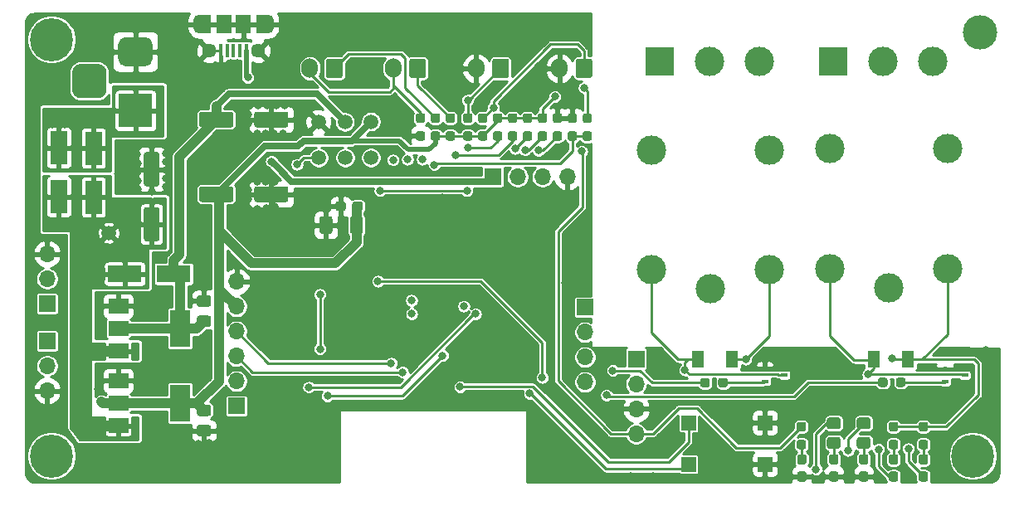
<source format=gbr>
G04 #@! TF.GenerationSoftware,KiCad,Pcbnew,5.1.9-73d0e3b20d~88~ubuntu18.04.1*
G04 #@! TF.CreationDate,2021-04-01T23:05:10+03:00*
G04 #@! TF.ProjectId,Electra,456c6563-7472-4612-9e6b-696361645f70,1*
G04 #@! TF.SameCoordinates,Original*
G04 #@! TF.FileFunction,Copper,L1,Top*
G04 #@! TF.FilePolarity,Positive*
%FSLAX46Y46*%
G04 Gerber Fmt 4.6, Leading zero omitted, Abs format (unit mm)*
G04 Created by KiCad (PCBNEW 5.1.9-73d0e3b20d~88~ubuntu18.04.1) date 2021-04-01 23:05:10*
%MOMM*%
%LPD*%
G01*
G04 APERTURE LIST*
G04 #@! TA.AperFunction,ConnectorPad*
%ADD10C,3.500000*%
G04 #@! TD*
G04 #@! TA.AperFunction,ComponentPad*
%ADD11C,2.600000*%
G04 #@! TD*
G04 #@! TA.AperFunction,ComponentPad*
%ADD12O,1.700000X1.700000*%
G04 #@! TD*
G04 #@! TA.AperFunction,ComponentPad*
%ADD13R,1.700000X1.700000*%
G04 #@! TD*
G04 #@! TA.AperFunction,ComponentPad*
%ADD14C,4.400000*%
G04 #@! TD*
G04 #@! TA.AperFunction,ComponentPad*
%ADD15C,0.700000*%
G04 #@! TD*
G04 #@! TA.AperFunction,SMDPad,CuDef*
%ADD16R,1.800000X3.500000*%
G04 #@! TD*
G04 #@! TA.AperFunction,ComponentPad*
%ADD17C,3.000000*%
G04 #@! TD*
G04 #@! TA.AperFunction,ComponentPad*
%ADD18R,3.000000X3.000000*%
G04 #@! TD*
G04 #@! TA.AperFunction,ComponentPad*
%ADD19O,1.700000X2.000000*%
G04 #@! TD*
G04 #@! TA.AperFunction,SMDPad,CuDef*
%ADD20R,0.700000X0.450000*%
G04 #@! TD*
G04 #@! TA.AperFunction,SMDPad,CuDef*
%ADD21R,1.500000X1.500000*%
G04 #@! TD*
G04 #@! TA.AperFunction,SMDPad,CuDef*
%ADD22C,1.500000*%
G04 #@! TD*
G04 #@! TA.AperFunction,SMDPad,CuDef*
%ADD23R,2.000000X3.800000*%
G04 #@! TD*
G04 #@! TA.AperFunction,SMDPad,CuDef*
%ADD24R,2.000000X1.500000*%
G04 #@! TD*
G04 #@! TA.AperFunction,SMDPad,CuDef*
%ADD25R,1.300000X1.700000*%
G04 #@! TD*
G04 #@! TA.AperFunction,SMDPad,CuDef*
%ADD26R,3.500000X1.800000*%
G04 #@! TD*
G04 #@! TA.AperFunction,SMDPad,CuDef*
%ADD27R,1.500000X1.900000*%
G04 #@! TD*
G04 #@! TA.AperFunction,ComponentPad*
%ADD28C,1.450000*%
G04 #@! TD*
G04 #@! TA.AperFunction,SMDPad,CuDef*
%ADD29R,0.400000X1.350000*%
G04 #@! TD*
G04 #@! TA.AperFunction,ComponentPad*
%ADD30O,1.200000X1.900000*%
G04 #@! TD*
G04 #@! TA.AperFunction,SMDPad,CuDef*
%ADD31R,1.200000X1.900000*%
G04 #@! TD*
G04 #@! TA.AperFunction,ComponentPad*
%ADD32R,3.500000X3.500000*%
G04 #@! TD*
G04 #@! TA.AperFunction,ViaPad*
%ADD33C,0.800000*%
G04 #@! TD*
G04 #@! TA.AperFunction,Conductor*
%ADD34C,0.700000*%
G04 #@! TD*
G04 #@! TA.AperFunction,Conductor*
%ADD35C,1.100000*%
G04 #@! TD*
G04 #@! TA.AperFunction,Conductor*
%ADD36C,0.250000*%
G04 #@! TD*
G04 #@! TA.AperFunction,Conductor*
%ADD37C,1.000000*%
G04 #@! TD*
G04 #@! TA.AperFunction,Conductor*
%ADD38C,0.500000*%
G04 #@! TD*
G04 #@! TA.AperFunction,Conductor*
%ADD39C,0.254000*%
G04 #@! TD*
G04 #@! TA.AperFunction,Conductor*
%ADD40C,0.100000*%
G04 #@! TD*
G04 APERTURE END LIST*
D10*
X195264600Y-72735200D03*
D11*
X195264600Y-72735200D03*
D12*
X154916700Y-108460300D03*
X154916700Y-105920300D03*
X154916700Y-103380300D03*
D13*
X154916700Y-100840300D03*
D14*
X100500000Y-73500000D03*
D15*
X102150000Y-73500000D03*
X101666726Y-74666726D03*
X100500000Y-75150000D03*
X99333274Y-74666726D03*
X98850000Y-73500000D03*
X99333274Y-72333274D03*
X100500000Y-71850000D03*
X101666726Y-72333274D03*
X101666726Y-114833274D03*
X100500000Y-114350000D03*
X99333274Y-114833274D03*
X98850000Y-116000000D03*
X99333274Y-117166726D03*
X100500000Y-117650000D03*
X101666726Y-117166726D03*
X102150000Y-116000000D03*
D14*
X100500000Y-116000000D03*
X194500000Y-116000000D03*
D15*
X196150000Y-116000000D03*
X195666726Y-117166726D03*
X194500000Y-117650000D03*
X193333274Y-117166726D03*
X192850000Y-116000000D03*
X193333274Y-114833274D03*
X194500000Y-114350000D03*
X195666726Y-114833274D03*
G04 #@! TA.AperFunction,SMDPad,CuDef*
G36*
G01*
X132250200Y-90277700D02*
X132250200Y-90752700D01*
G75*
G02*
X132012700Y-90990200I-237500J0D01*
G01*
X131412700Y-90990200D01*
G75*
G02*
X131175200Y-90752700I0J237500D01*
G01*
X131175200Y-90277700D01*
G75*
G02*
X131412700Y-90040200I237500J0D01*
G01*
X132012700Y-90040200D01*
G75*
G02*
X132250200Y-90277700I0J-237500D01*
G01*
G37*
G04 #@! TD.AperFunction*
G04 #@! TA.AperFunction,SMDPad,CuDef*
G36*
G01*
X130525200Y-90277700D02*
X130525200Y-90752700D01*
G75*
G02*
X130287700Y-90990200I-237500J0D01*
G01*
X129687700Y-90990200D01*
G75*
G02*
X129450200Y-90752700I0J237500D01*
G01*
X129450200Y-90277700D01*
G75*
G02*
X129687700Y-90040200I237500J0D01*
G01*
X130287700Y-90040200D01*
G75*
G02*
X130525200Y-90277700I0J-237500D01*
G01*
G37*
G04 #@! TD.AperFunction*
G04 #@! TA.AperFunction,SMDPad,CuDef*
G36*
G01*
X132274700Y-91795597D02*
X132274700Y-93095603D01*
G75*
G02*
X132024703Y-93345600I-249997J0D01*
G01*
X131199697Y-93345600D01*
G75*
G02*
X130949700Y-93095603I0J249997D01*
G01*
X130949700Y-91795597D01*
G75*
G02*
X131199697Y-91545600I249997J0D01*
G01*
X132024703Y-91545600D01*
G75*
G02*
X132274700Y-91795597I0J-249997D01*
G01*
G37*
G04 #@! TD.AperFunction*
G04 #@! TA.AperFunction,SMDPad,CuDef*
G36*
G01*
X129149700Y-91795597D02*
X129149700Y-93095603D01*
G75*
G02*
X128899703Y-93345600I-249997J0D01*
G01*
X128074697Y-93345600D01*
G75*
G02*
X127824700Y-93095603I0J249997D01*
G01*
X127824700Y-91795597D01*
G75*
G02*
X128074697Y-91545600I249997J0D01*
G01*
X128899703Y-91545600D01*
G75*
G02*
X129149700Y-91795597I0J-249997D01*
G01*
G37*
G04 #@! TD.AperFunction*
D16*
X101242000Y-89550000D03*
X101242000Y-84550000D03*
X104782000Y-84600000D03*
X104782000Y-89600000D03*
G04 #@! TA.AperFunction,SMDPad,CuDef*
G36*
G01*
X177289500Y-118636000D02*
X176814500Y-118636000D01*
G75*
G02*
X176577000Y-118398500I0J237500D01*
G01*
X176577000Y-117823500D01*
G75*
G02*
X176814500Y-117586000I237500J0D01*
G01*
X177289500Y-117586000D01*
G75*
G02*
X177527000Y-117823500I0J-237500D01*
G01*
X177527000Y-118398500D01*
G75*
G02*
X177289500Y-118636000I-237500J0D01*
G01*
G37*
G04 #@! TD.AperFunction*
G04 #@! TA.AperFunction,SMDPad,CuDef*
G36*
G01*
X177289500Y-116886000D02*
X176814500Y-116886000D01*
G75*
G02*
X176577000Y-116648500I0J237500D01*
G01*
X176577000Y-116073500D01*
G75*
G02*
X176814500Y-115836000I237500J0D01*
G01*
X177289500Y-115836000D01*
G75*
G02*
X177527000Y-116073500I0J-237500D01*
G01*
X177527000Y-116648500D01*
G75*
G02*
X177289500Y-116886000I-237500J0D01*
G01*
G37*
G04 #@! TD.AperFunction*
G04 #@! TA.AperFunction,SMDPad,CuDef*
G36*
G01*
X186637500Y-118636000D02*
X186162500Y-118636000D01*
G75*
G02*
X185925000Y-118398500I0J237500D01*
G01*
X185925000Y-117823500D01*
G75*
G02*
X186162500Y-117586000I237500J0D01*
G01*
X186637500Y-117586000D01*
G75*
G02*
X186875000Y-117823500I0J-237500D01*
G01*
X186875000Y-118398500D01*
G75*
G02*
X186637500Y-118636000I-237500J0D01*
G01*
G37*
G04 #@! TD.AperFunction*
G04 #@! TA.AperFunction,SMDPad,CuDef*
G36*
G01*
X186637500Y-116886000D02*
X186162500Y-116886000D01*
G75*
G02*
X185925000Y-116648500I0J237500D01*
G01*
X185925000Y-116073500D01*
G75*
G02*
X186162500Y-115836000I237500J0D01*
G01*
X186637500Y-115836000D01*
G75*
G02*
X186875000Y-116073500I0J-237500D01*
G01*
X186875000Y-116648500D01*
G75*
G02*
X186637500Y-116886000I-237500J0D01*
G01*
G37*
G04 #@! TD.AperFunction*
G04 #@! TA.AperFunction,SMDPad,CuDef*
G36*
G01*
X183589500Y-116886000D02*
X183114500Y-116886000D01*
G75*
G02*
X182877000Y-116648500I0J237500D01*
G01*
X182877000Y-116073500D01*
G75*
G02*
X183114500Y-115836000I237500J0D01*
G01*
X183589500Y-115836000D01*
G75*
G02*
X183827000Y-116073500I0J-237500D01*
G01*
X183827000Y-116648500D01*
G75*
G02*
X183589500Y-116886000I-237500J0D01*
G01*
G37*
G04 #@! TD.AperFunction*
G04 #@! TA.AperFunction,SMDPad,CuDef*
G36*
G01*
X183589500Y-118636000D02*
X183114500Y-118636000D01*
G75*
G02*
X182877000Y-118398500I0J237500D01*
G01*
X182877000Y-117823500D01*
G75*
G02*
X183114500Y-117586000I237500J0D01*
G01*
X183589500Y-117586000D01*
G75*
G02*
X183827000Y-117823500I0J-237500D01*
G01*
X183827000Y-118398500D01*
G75*
G02*
X183589500Y-118636000I-237500J0D01*
G01*
G37*
G04 #@! TD.AperFunction*
G04 #@! TA.AperFunction,SMDPad,CuDef*
G36*
G01*
X180541500Y-118636000D02*
X180066500Y-118636000D01*
G75*
G02*
X179829000Y-118398500I0J237500D01*
G01*
X179829000Y-117823500D01*
G75*
G02*
X180066500Y-117586000I237500J0D01*
G01*
X180541500Y-117586000D01*
G75*
G02*
X180779000Y-117823500I0J-237500D01*
G01*
X180779000Y-118398500D01*
G75*
G02*
X180541500Y-118636000I-237500J0D01*
G01*
G37*
G04 #@! TD.AperFunction*
G04 #@! TA.AperFunction,SMDPad,CuDef*
G36*
G01*
X180541500Y-116886000D02*
X180066500Y-116886000D01*
G75*
G02*
X179829000Y-116648500I0J237500D01*
G01*
X179829000Y-116073500D01*
G75*
G02*
X180066500Y-115836000I237500J0D01*
G01*
X180541500Y-115836000D01*
G75*
G02*
X180779000Y-116073500I0J-237500D01*
G01*
X180779000Y-116648500D01*
G75*
G02*
X180541500Y-116886000I-237500J0D01*
G01*
G37*
G04 #@! TD.AperFunction*
G04 #@! TA.AperFunction,SMDPad,CuDef*
G36*
G01*
X189685500Y-116886000D02*
X189210500Y-116886000D01*
G75*
G02*
X188973000Y-116648500I0J237500D01*
G01*
X188973000Y-116073500D01*
G75*
G02*
X189210500Y-115836000I237500J0D01*
G01*
X189685500Y-115836000D01*
G75*
G02*
X189923000Y-116073500I0J-237500D01*
G01*
X189923000Y-116648500D01*
G75*
G02*
X189685500Y-116886000I-237500J0D01*
G01*
G37*
G04 #@! TD.AperFunction*
G04 #@! TA.AperFunction,SMDPad,CuDef*
G36*
G01*
X189685500Y-118636000D02*
X189210500Y-118636000D01*
G75*
G02*
X188973000Y-118398500I0J237500D01*
G01*
X188973000Y-117823500D01*
G75*
G02*
X189210500Y-117586000I237500J0D01*
G01*
X189685500Y-117586000D01*
G75*
G02*
X189923000Y-117823500I0J-237500D01*
G01*
X189923000Y-118398500D01*
G75*
G02*
X189685500Y-118636000I-237500J0D01*
G01*
G37*
G04 #@! TD.AperFunction*
D17*
X172670000Y-75720000D03*
X167590000Y-75720000D03*
D18*
X162510000Y-75720000D03*
G04 #@! TA.AperFunction,ComponentPad*
G36*
G01*
X155677800Y-75693600D02*
X155677800Y-77193600D01*
G75*
G02*
X155427800Y-77443600I-250000J0D01*
G01*
X154227800Y-77443600D01*
G75*
G02*
X153977800Y-77193600I0J250000D01*
G01*
X153977800Y-75693600D01*
G75*
G02*
X154227800Y-75443600I250000J0D01*
G01*
X155427800Y-75443600D01*
G75*
G02*
X155677800Y-75693600I0J-250000D01*
G01*
G37*
G04 #@! TD.AperFunction*
D19*
X152327800Y-76443600D03*
X143818800Y-76443600D03*
G04 #@! TA.AperFunction,ComponentPad*
G36*
G01*
X147168800Y-75693600D02*
X147168800Y-77193600D01*
G75*
G02*
X146918800Y-77443600I-250000J0D01*
G01*
X145718800Y-77443600D01*
G75*
G02*
X145468800Y-77193600I0J250000D01*
G01*
X145468800Y-75693600D01*
G75*
G02*
X145718800Y-75443600I250000J0D01*
G01*
X146918800Y-75443600D01*
G75*
G02*
X147168800Y-75693600I0J-250000D01*
G01*
G37*
G04 #@! TD.AperFunction*
X135335200Y-76443600D03*
G04 #@! TA.AperFunction,ComponentPad*
G36*
G01*
X138685200Y-75693600D02*
X138685200Y-77193600D01*
G75*
G02*
X138435200Y-77443600I-250000J0D01*
G01*
X137235200Y-77443600D01*
G75*
G02*
X136985200Y-77193600I0J250000D01*
G01*
X136985200Y-75693600D01*
G75*
G02*
X137235200Y-75443600I250000J0D01*
G01*
X138435200Y-75443600D01*
G75*
G02*
X138685200Y-75693600I0J-250000D01*
G01*
G37*
G04 #@! TD.AperFunction*
G04 #@! TA.AperFunction,ComponentPad*
G36*
G01*
X130201600Y-75693600D02*
X130201600Y-77193600D01*
G75*
G02*
X129951600Y-77443600I-250000J0D01*
G01*
X128751600Y-77443600D01*
G75*
G02*
X128501600Y-77193600I0J250000D01*
G01*
X128501600Y-75693600D01*
G75*
G02*
X128751600Y-75443600I250000J0D01*
G01*
X129951600Y-75443600D01*
G75*
G02*
X130201600Y-75693600I0J-250000D01*
G01*
G37*
G04 #@! TD.AperFunction*
X126851600Y-76443600D03*
D13*
X145506000Y-87518000D03*
D12*
X148046000Y-87518000D03*
X150586000Y-87518000D03*
X153126000Y-87518000D03*
D18*
X180260000Y-75720000D03*
D17*
X185340000Y-75720000D03*
X190420000Y-75720000D03*
X173730000Y-96960000D03*
X173730000Y-84760000D03*
X161730000Y-84760000D03*
X161730000Y-96960000D03*
X167730000Y-98960000D03*
X185900000Y-98870000D03*
X179900000Y-96870000D03*
X179900000Y-84670000D03*
X191900000Y-84670000D03*
X191900000Y-96870000D03*
D20*
X173274800Y-107099100D03*
X173274800Y-108399100D03*
X175274800Y-107749100D03*
X193661100Y-107774500D03*
X191661100Y-108424500D03*
X191661100Y-107124500D03*
G04 #@! TA.AperFunction,SMDPad,CuDef*
G36*
G01*
X177239500Y-113509000D02*
X176764500Y-113509000D01*
G75*
G02*
X176527000Y-113271500I0J237500D01*
G01*
X176527000Y-112771500D01*
G75*
G02*
X176764500Y-112534000I237500J0D01*
G01*
X177239500Y-112534000D01*
G75*
G02*
X177477000Y-112771500I0J-237500D01*
G01*
X177477000Y-113271500D01*
G75*
G02*
X177239500Y-113509000I-237500J0D01*
G01*
G37*
G04 #@! TD.AperFunction*
G04 #@! TA.AperFunction,SMDPad,CuDef*
G36*
G01*
X177239500Y-115334000D02*
X176764500Y-115334000D01*
G75*
G02*
X176527000Y-115096500I0J237500D01*
G01*
X176527000Y-114596500D01*
G75*
G02*
X176764500Y-114359000I237500J0D01*
G01*
X177239500Y-114359000D01*
G75*
G02*
X177477000Y-114596500I0J-237500D01*
G01*
X177477000Y-115096500D01*
G75*
G02*
X177239500Y-115334000I-237500J0D01*
G01*
G37*
G04 #@! TD.AperFunction*
G04 #@! TA.AperFunction,SMDPad,CuDef*
G36*
G01*
X169486600Y-108299000D02*
X169486600Y-108774000D01*
G75*
G02*
X169249100Y-109011500I-237500J0D01*
G01*
X168749100Y-109011500D01*
G75*
G02*
X168511600Y-108774000I0J237500D01*
G01*
X168511600Y-108299000D01*
G75*
G02*
X168749100Y-108061500I237500J0D01*
G01*
X169249100Y-108061500D01*
G75*
G02*
X169486600Y-108299000I0J-237500D01*
G01*
G37*
G04 #@! TD.AperFunction*
G04 #@! TA.AperFunction,SMDPad,CuDef*
G36*
G01*
X167661600Y-108299000D02*
X167661600Y-108774000D01*
G75*
G02*
X167424100Y-109011500I-237500J0D01*
G01*
X166924100Y-109011500D01*
G75*
G02*
X166686600Y-108774000I0J237500D01*
G01*
X166686600Y-108299000D01*
G75*
G02*
X166924100Y-108061500I237500J0D01*
G01*
X167424100Y-108061500D01*
G75*
G02*
X167661600Y-108299000I0J-237500D01*
G01*
G37*
G04 #@! TD.AperFunction*
G04 #@! TA.AperFunction,SMDPad,CuDef*
G36*
G01*
X186162500Y-112534000D02*
X186637500Y-112534000D01*
G75*
G02*
X186875000Y-112771500I0J-237500D01*
G01*
X186875000Y-113271500D01*
G75*
G02*
X186637500Y-113509000I-237500J0D01*
G01*
X186162500Y-113509000D01*
G75*
G02*
X185925000Y-113271500I0J237500D01*
G01*
X185925000Y-112771500D01*
G75*
G02*
X186162500Y-112534000I237500J0D01*
G01*
G37*
G04 #@! TD.AperFunction*
G04 #@! TA.AperFunction,SMDPad,CuDef*
G36*
G01*
X186162500Y-114359000D02*
X186637500Y-114359000D01*
G75*
G02*
X186875000Y-114596500I0J-237500D01*
G01*
X186875000Y-115096500D01*
G75*
G02*
X186637500Y-115334000I-237500J0D01*
G01*
X186162500Y-115334000D01*
G75*
G02*
X185925000Y-115096500I0J237500D01*
G01*
X185925000Y-114596500D01*
G75*
G02*
X186162500Y-114359000I237500J0D01*
G01*
G37*
G04 #@! TD.AperFunction*
G04 #@! TA.AperFunction,SMDPad,CuDef*
G36*
G01*
X144727500Y-82013000D02*
X144252500Y-82013000D01*
G75*
G02*
X144015000Y-81775500I0J237500D01*
G01*
X144015000Y-81275500D01*
G75*
G02*
X144252500Y-81038000I237500J0D01*
G01*
X144727500Y-81038000D01*
G75*
G02*
X144965000Y-81275500I0J-237500D01*
G01*
X144965000Y-81775500D01*
G75*
G02*
X144727500Y-82013000I-237500J0D01*
G01*
G37*
G04 #@! TD.AperFunction*
G04 #@! TA.AperFunction,SMDPad,CuDef*
G36*
G01*
X144727500Y-83838000D02*
X144252500Y-83838000D01*
G75*
G02*
X144015000Y-83600500I0J237500D01*
G01*
X144015000Y-83100500D01*
G75*
G02*
X144252500Y-82863000I237500J0D01*
G01*
X144727500Y-82863000D01*
G75*
G02*
X144965000Y-83100500I0J-237500D01*
G01*
X144965000Y-83600500D01*
G75*
G02*
X144727500Y-83838000I-237500J0D01*
G01*
G37*
G04 #@! TD.AperFunction*
G04 #@! TA.AperFunction,SMDPad,CuDef*
G36*
G01*
X143203500Y-82013000D02*
X142728500Y-82013000D01*
G75*
G02*
X142491000Y-81775500I0J237500D01*
G01*
X142491000Y-81275500D01*
G75*
G02*
X142728500Y-81038000I237500J0D01*
G01*
X143203500Y-81038000D01*
G75*
G02*
X143441000Y-81275500I0J-237500D01*
G01*
X143441000Y-81775500D01*
G75*
G02*
X143203500Y-82013000I-237500J0D01*
G01*
G37*
G04 #@! TD.AperFunction*
G04 #@! TA.AperFunction,SMDPad,CuDef*
G36*
G01*
X143203500Y-83838000D02*
X142728500Y-83838000D01*
G75*
G02*
X142491000Y-83600500I0J237500D01*
G01*
X142491000Y-83100500D01*
G75*
G02*
X142728500Y-82863000I237500J0D01*
G01*
X143203500Y-82863000D01*
G75*
G02*
X143441000Y-83100500I0J-237500D01*
G01*
X143441000Y-83600500D01*
G75*
G02*
X143203500Y-83838000I-237500J0D01*
G01*
G37*
G04 #@! TD.AperFunction*
G04 #@! TA.AperFunction,SMDPad,CuDef*
G36*
G01*
X149299500Y-83838000D02*
X148824500Y-83838000D01*
G75*
G02*
X148587000Y-83600500I0J237500D01*
G01*
X148587000Y-83100500D01*
G75*
G02*
X148824500Y-82863000I237500J0D01*
G01*
X149299500Y-82863000D01*
G75*
G02*
X149537000Y-83100500I0J-237500D01*
G01*
X149537000Y-83600500D01*
G75*
G02*
X149299500Y-83838000I-237500J0D01*
G01*
G37*
G04 #@! TD.AperFunction*
G04 #@! TA.AperFunction,SMDPad,CuDef*
G36*
G01*
X149299500Y-82013000D02*
X148824500Y-82013000D01*
G75*
G02*
X148587000Y-81775500I0J237500D01*
G01*
X148587000Y-81275500D01*
G75*
G02*
X148824500Y-81038000I237500J0D01*
G01*
X149299500Y-81038000D01*
G75*
G02*
X149537000Y-81275500I0J-237500D01*
G01*
X149537000Y-81775500D01*
G75*
G02*
X149299500Y-82013000I-237500J0D01*
G01*
G37*
G04 #@! TD.AperFunction*
G04 #@! TA.AperFunction,SMDPad,CuDef*
G36*
G01*
X147775500Y-82013000D02*
X147300500Y-82013000D01*
G75*
G02*
X147063000Y-81775500I0J237500D01*
G01*
X147063000Y-81275500D01*
G75*
G02*
X147300500Y-81038000I237500J0D01*
G01*
X147775500Y-81038000D01*
G75*
G02*
X148013000Y-81275500I0J-237500D01*
G01*
X148013000Y-81775500D01*
G75*
G02*
X147775500Y-82013000I-237500J0D01*
G01*
G37*
G04 #@! TD.AperFunction*
G04 #@! TA.AperFunction,SMDPad,CuDef*
G36*
G01*
X147775500Y-83838000D02*
X147300500Y-83838000D01*
G75*
G02*
X147063000Y-83600500I0J237500D01*
G01*
X147063000Y-83100500D01*
G75*
G02*
X147300500Y-82863000I237500J0D01*
G01*
X147775500Y-82863000D01*
G75*
G02*
X148013000Y-83100500I0J-237500D01*
G01*
X148013000Y-83600500D01*
G75*
G02*
X147775500Y-83838000I-237500J0D01*
G01*
G37*
G04 #@! TD.AperFunction*
G04 #@! TA.AperFunction,SMDPad,CuDef*
G36*
G01*
X145776500Y-81038000D02*
X146251500Y-81038000D01*
G75*
G02*
X146489000Y-81275500I0J-237500D01*
G01*
X146489000Y-81775500D01*
G75*
G02*
X146251500Y-82013000I-237500J0D01*
G01*
X145776500Y-82013000D01*
G75*
G02*
X145539000Y-81775500I0J237500D01*
G01*
X145539000Y-81275500D01*
G75*
G02*
X145776500Y-81038000I237500J0D01*
G01*
G37*
G04 #@! TD.AperFunction*
G04 #@! TA.AperFunction,SMDPad,CuDef*
G36*
G01*
X145776500Y-82863000D02*
X146251500Y-82863000D01*
G75*
G02*
X146489000Y-83100500I0J-237500D01*
G01*
X146489000Y-83600500D01*
G75*
G02*
X146251500Y-83838000I-237500J0D01*
G01*
X145776500Y-83838000D01*
G75*
G02*
X145539000Y-83600500I0J237500D01*
G01*
X145539000Y-83100500D01*
G75*
G02*
X145776500Y-82863000I237500J0D01*
G01*
G37*
G04 #@! TD.AperFunction*
G04 #@! TA.AperFunction,SMDPad,CuDef*
G36*
G01*
X183802001Y-115280000D02*
X182901999Y-115280000D01*
G75*
G02*
X182652000Y-115030001I0J249999D01*
G01*
X182652000Y-114329999D01*
G75*
G02*
X182901999Y-114080000I249999J0D01*
G01*
X183802001Y-114080000D01*
G75*
G02*
X184052000Y-114329999I0J-249999D01*
G01*
X184052000Y-115030001D01*
G75*
G02*
X183802001Y-115280000I-249999J0D01*
G01*
G37*
G04 #@! TD.AperFunction*
G04 #@! TA.AperFunction,SMDPad,CuDef*
G36*
G01*
X183802001Y-113280000D02*
X182901999Y-113280000D01*
G75*
G02*
X182652000Y-113030001I0J249999D01*
G01*
X182652000Y-112329999D01*
G75*
G02*
X182901999Y-112080000I249999J0D01*
G01*
X183802001Y-112080000D01*
G75*
G02*
X184052000Y-112329999I0J-249999D01*
G01*
X184052000Y-113030001D01*
G75*
G02*
X183802001Y-113280000I-249999J0D01*
G01*
G37*
G04 #@! TD.AperFunction*
G04 #@! TA.AperFunction,SMDPad,CuDef*
G36*
G01*
X150348500Y-81038000D02*
X150823500Y-81038000D01*
G75*
G02*
X151061000Y-81275500I0J-237500D01*
G01*
X151061000Y-81775500D01*
G75*
G02*
X150823500Y-82013000I-237500J0D01*
G01*
X150348500Y-82013000D01*
G75*
G02*
X150111000Y-81775500I0J237500D01*
G01*
X150111000Y-81275500D01*
G75*
G02*
X150348500Y-81038000I237500J0D01*
G01*
G37*
G04 #@! TD.AperFunction*
G04 #@! TA.AperFunction,SMDPad,CuDef*
G36*
G01*
X150348500Y-82863000D02*
X150823500Y-82863000D01*
G75*
G02*
X151061000Y-83100500I0J-237500D01*
G01*
X151061000Y-83600500D01*
G75*
G02*
X150823500Y-83838000I-237500J0D01*
G01*
X150348500Y-83838000D01*
G75*
G02*
X150111000Y-83600500I0J237500D01*
G01*
X150111000Y-83100500D01*
G75*
G02*
X150348500Y-82863000I237500J0D01*
G01*
G37*
G04 #@! TD.AperFunction*
G04 #@! TA.AperFunction,SMDPad,CuDef*
G36*
G01*
X151872500Y-82863000D02*
X152347500Y-82863000D01*
G75*
G02*
X152585000Y-83100500I0J-237500D01*
G01*
X152585000Y-83600500D01*
G75*
G02*
X152347500Y-83838000I-237500J0D01*
G01*
X151872500Y-83838000D01*
G75*
G02*
X151635000Y-83600500I0J237500D01*
G01*
X151635000Y-83100500D01*
G75*
G02*
X151872500Y-82863000I237500J0D01*
G01*
G37*
G04 #@! TD.AperFunction*
G04 #@! TA.AperFunction,SMDPad,CuDef*
G36*
G01*
X151872500Y-81038000D02*
X152347500Y-81038000D01*
G75*
G02*
X152585000Y-81275500I0J-237500D01*
G01*
X152585000Y-81775500D01*
G75*
G02*
X152347500Y-82013000I-237500J0D01*
G01*
X151872500Y-82013000D01*
G75*
G02*
X151635000Y-81775500I0J237500D01*
G01*
X151635000Y-81275500D01*
G75*
G02*
X151872500Y-81038000I237500J0D01*
G01*
G37*
G04 #@! TD.AperFunction*
G04 #@! TA.AperFunction,SMDPad,CuDef*
G36*
G01*
X180754001Y-113280000D02*
X179853999Y-113280000D01*
G75*
G02*
X179604000Y-113030001I0J249999D01*
G01*
X179604000Y-112329999D01*
G75*
G02*
X179853999Y-112080000I249999J0D01*
G01*
X180754001Y-112080000D01*
G75*
G02*
X181004000Y-112329999I0J-249999D01*
G01*
X181004000Y-113030001D01*
G75*
G02*
X180754001Y-113280000I-249999J0D01*
G01*
G37*
G04 #@! TD.AperFunction*
G04 #@! TA.AperFunction,SMDPad,CuDef*
G36*
G01*
X180754001Y-115280000D02*
X179853999Y-115280000D01*
G75*
G02*
X179604000Y-115030001I0J249999D01*
G01*
X179604000Y-114329999D01*
G75*
G02*
X179853999Y-114080000I249999J0D01*
G01*
X180754001Y-114080000D01*
G75*
G02*
X181004000Y-114329999I0J-249999D01*
G01*
X181004000Y-115030001D01*
G75*
G02*
X180754001Y-115280000I-249999J0D01*
G01*
G37*
G04 #@! TD.AperFunction*
G04 #@! TA.AperFunction,SMDPad,CuDef*
G36*
G01*
X140950500Y-81038000D02*
X141425500Y-81038000D01*
G75*
G02*
X141663000Y-81275500I0J-237500D01*
G01*
X141663000Y-81775500D01*
G75*
G02*
X141425500Y-82013000I-237500J0D01*
G01*
X140950500Y-82013000D01*
G75*
G02*
X140713000Y-81775500I0J237500D01*
G01*
X140713000Y-81275500D01*
G75*
G02*
X140950500Y-81038000I237500J0D01*
G01*
G37*
G04 #@! TD.AperFunction*
G04 #@! TA.AperFunction,SMDPad,CuDef*
G36*
G01*
X140950500Y-82863000D02*
X141425500Y-82863000D01*
G75*
G02*
X141663000Y-83100500I0J-237500D01*
G01*
X141663000Y-83600500D01*
G75*
G02*
X141425500Y-83838000I-237500J0D01*
G01*
X140950500Y-83838000D01*
G75*
G02*
X140713000Y-83600500I0J237500D01*
G01*
X140713000Y-83100500D01*
G75*
G02*
X140950500Y-82863000I237500J0D01*
G01*
G37*
G04 #@! TD.AperFunction*
G04 #@! TA.AperFunction,SMDPad,CuDef*
G36*
G01*
X139426500Y-82863000D02*
X139901500Y-82863000D01*
G75*
G02*
X140139000Y-83100500I0J-237500D01*
G01*
X140139000Y-83600500D01*
G75*
G02*
X139901500Y-83838000I-237500J0D01*
G01*
X139426500Y-83838000D01*
G75*
G02*
X139189000Y-83600500I0J237500D01*
G01*
X139189000Y-83100500D01*
G75*
G02*
X139426500Y-82863000I237500J0D01*
G01*
G37*
G04 #@! TD.AperFunction*
G04 #@! TA.AperFunction,SMDPad,CuDef*
G36*
G01*
X139426500Y-81038000D02*
X139901500Y-81038000D01*
G75*
G02*
X140139000Y-81275500I0J-237500D01*
G01*
X140139000Y-81775500D01*
G75*
G02*
X139901500Y-82013000I-237500J0D01*
G01*
X139426500Y-82013000D01*
G75*
G02*
X139189000Y-81775500I0J237500D01*
G01*
X139189000Y-81275500D01*
G75*
G02*
X139426500Y-81038000I237500J0D01*
G01*
G37*
G04 #@! TD.AperFunction*
G04 #@! TA.AperFunction,SMDPad,CuDef*
G36*
G01*
X137902500Y-81038000D02*
X138377500Y-81038000D01*
G75*
G02*
X138615000Y-81275500I0J-237500D01*
G01*
X138615000Y-81775500D01*
G75*
G02*
X138377500Y-82013000I-237500J0D01*
G01*
X137902500Y-82013000D01*
G75*
G02*
X137665000Y-81775500I0J237500D01*
G01*
X137665000Y-81275500D01*
G75*
G02*
X137902500Y-81038000I237500J0D01*
G01*
G37*
G04 #@! TD.AperFunction*
G04 #@! TA.AperFunction,SMDPad,CuDef*
G36*
G01*
X137902500Y-82863000D02*
X138377500Y-82863000D01*
G75*
G02*
X138615000Y-83100500I0J-237500D01*
G01*
X138615000Y-83600500D01*
G75*
G02*
X138377500Y-83838000I-237500J0D01*
G01*
X137902500Y-83838000D01*
G75*
G02*
X137665000Y-83600500I0J237500D01*
G01*
X137665000Y-83100500D01*
G75*
G02*
X137902500Y-82863000I237500J0D01*
G01*
G37*
G04 #@! TD.AperFunction*
G04 #@! TA.AperFunction,SMDPad,CuDef*
G36*
G01*
X154920500Y-82875000D02*
X155395500Y-82875000D01*
G75*
G02*
X155633000Y-83112500I0J-237500D01*
G01*
X155633000Y-83612500D01*
G75*
G02*
X155395500Y-83850000I-237500J0D01*
G01*
X154920500Y-83850000D01*
G75*
G02*
X154683000Y-83612500I0J237500D01*
G01*
X154683000Y-83112500D01*
G75*
G02*
X154920500Y-82875000I237500J0D01*
G01*
G37*
G04 #@! TD.AperFunction*
G04 #@! TA.AperFunction,SMDPad,CuDef*
G36*
G01*
X154920500Y-81050000D02*
X155395500Y-81050000D01*
G75*
G02*
X155633000Y-81287500I0J-237500D01*
G01*
X155633000Y-81787500D01*
G75*
G02*
X155395500Y-82025000I-237500J0D01*
G01*
X154920500Y-82025000D01*
G75*
G02*
X154683000Y-81787500I0J237500D01*
G01*
X154683000Y-81287500D01*
G75*
G02*
X154920500Y-81050000I237500J0D01*
G01*
G37*
G04 #@! TD.AperFunction*
G04 #@! TA.AperFunction,SMDPad,CuDef*
G36*
G01*
X153875500Y-83850000D02*
X153400500Y-83850000D01*
G75*
G02*
X153163000Y-83612500I0J237500D01*
G01*
X153163000Y-83112500D01*
G75*
G02*
X153400500Y-82875000I237500J0D01*
G01*
X153875500Y-82875000D01*
G75*
G02*
X154113000Y-83112500I0J-237500D01*
G01*
X154113000Y-83612500D01*
G75*
G02*
X153875500Y-83850000I-237500J0D01*
G01*
G37*
G04 #@! TD.AperFunction*
G04 #@! TA.AperFunction,SMDPad,CuDef*
G36*
G01*
X153875500Y-82025000D02*
X153400500Y-82025000D01*
G75*
G02*
X153163000Y-81787500I0J237500D01*
G01*
X153163000Y-81287500D01*
G75*
G02*
X153400500Y-81050000I237500J0D01*
G01*
X153875500Y-81050000D01*
G75*
G02*
X154113000Y-81287500I0J-237500D01*
G01*
X154113000Y-81787500D01*
G75*
G02*
X153875500Y-82025000I-237500J0D01*
G01*
G37*
G04 #@! TD.AperFunction*
G04 #@! TA.AperFunction,SMDPad,CuDef*
G36*
G01*
X187622200Y-108260900D02*
X187622200Y-108735900D01*
G75*
G02*
X187384700Y-108973400I-237500J0D01*
G01*
X186884700Y-108973400D01*
G75*
G02*
X186647200Y-108735900I0J237500D01*
G01*
X186647200Y-108260900D01*
G75*
G02*
X186884700Y-108023400I237500J0D01*
G01*
X187384700Y-108023400D01*
G75*
G02*
X187622200Y-108260900I0J-237500D01*
G01*
G37*
G04 #@! TD.AperFunction*
G04 #@! TA.AperFunction,SMDPad,CuDef*
G36*
G01*
X185797200Y-108260900D02*
X185797200Y-108735900D01*
G75*
G02*
X185559700Y-108973400I-237500J0D01*
G01*
X185059700Y-108973400D01*
G75*
G02*
X184822200Y-108735900I0J237500D01*
G01*
X184822200Y-108260900D01*
G75*
G02*
X185059700Y-108023400I237500J0D01*
G01*
X185559700Y-108023400D01*
G75*
G02*
X185797200Y-108260900I0J-237500D01*
G01*
G37*
G04 #@! TD.AperFunction*
G04 #@! TA.AperFunction,SMDPad,CuDef*
G36*
G01*
X189210500Y-114359000D02*
X189685500Y-114359000D01*
G75*
G02*
X189923000Y-114596500I0J-237500D01*
G01*
X189923000Y-115096500D01*
G75*
G02*
X189685500Y-115334000I-237500J0D01*
G01*
X189210500Y-115334000D01*
G75*
G02*
X188973000Y-115096500I0J237500D01*
G01*
X188973000Y-114596500D01*
G75*
G02*
X189210500Y-114359000I237500J0D01*
G01*
G37*
G04 #@! TD.AperFunction*
G04 #@! TA.AperFunction,SMDPad,CuDef*
G36*
G01*
X189210500Y-112534000D02*
X189685500Y-112534000D01*
G75*
G02*
X189923000Y-112771500I0J-237500D01*
G01*
X189923000Y-113271500D01*
G75*
G02*
X189685500Y-113509000I-237500J0D01*
G01*
X189210500Y-113509000D01*
G75*
G02*
X188973000Y-113271500I0J237500D01*
G01*
X188973000Y-112771500D01*
G75*
G02*
X189210500Y-112534000I237500J0D01*
G01*
G37*
G04 #@! TD.AperFunction*
D21*
X173282000Y-116855000D03*
X165482000Y-116855000D03*
X165482000Y-112613200D03*
X173282000Y-112613200D03*
D22*
X127726000Y-81930000D03*
X106326500Y-93233000D03*
X130418400Y-81904600D03*
X133085400Y-81879200D03*
X130443800Y-85562200D03*
X127751400Y-85562200D03*
X133085400Y-85562200D03*
D23*
X113604000Y-110632000D03*
D24*
X107304000Y-110632000D03*
X107304000Y-112932000D03*
X107304000Y-108332000D03*
D25*
X169912800Y-106148900D03*
X166412800Y-106148900D03*
X184383300Y-106148900D03*
X187883300Y-106148900D03*
G04 #@! TA.AperFunction,SMDPad,CuDef*
G36*
G01*
X111258000Y-94100000D02*
X110158000Y-94100000D01*
G75*
G02*
X109908000Y-93850000I0J250000D01*
G01*
X109908000Y-90850000D01*
G75*
G02*
X110158000Y-90600000I250000J0D01*
G01*
X111258000Y-90600000D01*
G75*
G02*
X111508000Y-90850000I0J-250000D01*
G01*
X111508000Y-93850000D01*
G75*
G02*
X111258000Y-94100000I-250000J0D01*
G01*
G37*
G04 #@! TD.AperFunction*
G04 #@! TA.AperFunction,SMDPad,CuDef*
G36*
G01*
X111258000Y-88500000D02*
X110158000Y-88500000D01*
G75*
G02*
X109908000Y-88250000I0J250000D01*
G01*
X109908000Y-85250000D01*
G75*
G02*
X110158000Y-85000000I250000J0D01*
G01*
X111258000Y-85000000D01*
G75*
G02*
X111508000Y-85250000I0J-250000D01*
G01*
X111508000Y-88250000D01*
G75*
G02*
X111258000Y-88500000I-250000J0D01*
G01*
G37*
G04 #@! TD.AperFunction*
G04 #@! TA.AperFunction,SMDPad,CuDef*
G36*
G01*
X115567000Y-112838500D02*
X116517000Y-112838500D01*
G75*
G02*
X116767000Y-113088500I0J-250000D01*
G01*
X116767000Y-113763500D01*
G75*
G02*
X116517000Y-114013500I-250000J0D01*
G01*
X115567000Y-114013500D01*
G75*
G02*
X115317000Y-113763500I0J250000D01*
G01*
X115317000Y-113088500D01*
G75*
G02*
X115567000Y-112838500I250000J0D01*
G01*
G37*
G04 #@! TD.AperFunction*
G04 #@! TA.AperFunction,SMDPad,CuDef*
G36*
G01*
X115567000Y-110763500D02*
X116517000Y-110763500D01*
G75*
G02*
X116767000Y-111013500I0J-250000D01*
G01*
X116767000Y-111688500D01*
G75*
G02*
X116517000Y-111938500I-250000J0D01*
G01*
X115567000Y-111938500D01*
G75*
G02*
X115317000Y-111688500I0J250000D01*
G01*
X115317000Y-111013500D01*
G75*
G02*
X115567000Y-110763500I250000J0D01*
G01*
G37*
G04 #@! TD.AperFunction*
G04 #@! TA.AperFunction,SMDPad,CuDef*
G36*
G01*
X116517000Y-102859000D02*
X115567000Y-102859000D01*
G75*
G02*
X115317000Y-102609000I0J250000D01*
G01*
X115317000Y-101934000D01*
G75*
G02*
X115567000Y-101684000I250000J0D01*
G01*
X116517000Y-101684000D01*
G75*
G02*
X116767000Y-101934000I0J-250000D01*
G01*
X116767000Y-102609000D01*
G75*
G02*
X116517000Y-102859000I-250000J0D01*
G01*
G37*
G04 #@! TD.AperFunction*
G04 #@! TA.AperFunction,SMDPad,CuDef*
G36*
G01*
X116517000Y-100784000D02*
X115567000Y-100784000D01*
G75*
G02*
X115317000Y-100534000I0J250000D01*
G01*
X115317000Y-99859000D01*
G75*
G02*
X115567000Y-99609000I250000J0D01*
G01*
X116517000Y-99609000D01*
G75*
G02*
X116767000Y-99859000I0J-250000D01*
G01*
X116767000Y-100534000D01*
G75*
G02*
X116517000Y-100784000I-250000J0D01*
G01*
G37*
G04 #@! TD.AperFunction*
G04 #@! TA.AperFunction,SMDPad,CuDef*
G36*
G01*
X115556000Y-89846000D02*
X115556000Y-88746000D01*
G75*
G02*
X115806000Y-88496000I250000J0D01*
G01*
X118806000Y-88496000D01*
G75*
G02*
X119056000Y-88746000I0J-250000D01*
G01*
X119056000Y-89846000D01*
G75*
G02*
X118806000Y-90096000I-250000J0D01*
G01*
X115806000Y-90096000D01*
G75*
G02*
X115556000Y-89846000I0J250000D01*
G01*
G37*
G04 #@! TD.AperFunction*
G04 #@! TA.AperFunction,SMDPad,CuDef*
G36*
G01*
X121156000Y-89846000D02*
X121156000Y-88746000D01*
G75*
G02*
X121406000Y-88496000I250000J0D01*
G01*
X124406000Y-88496000D01*
G75*
G02*
X124656000Y-88746000I0J-250000D01*
G01*
X124656000Y-89846000D01*
G75*
G02*
X124406000Y-90096000I-250000J0D01*
G01*
X121406000Y-90096000D01*
G75*
G02*
X121156000Y-89846000I0J250000D01*
G01*
G37*
G04 #@! TD.AperFunction*
G04 #@! TA.AperFunction,SMDPad,CuDef*
G36*
G01*
X121156000Y-82226000D02*
X121156000Y-81126000D01*
G75*
G02*
X121406000Y-80876000I250000J0D01*
G01*
X124406000Y-80876000D01*
G75*
G02*
X124656000Y-81126000I0J-250000D01*
G01*
X124656000Y-82226000D01*
G75*
G02*
X124406000Y-82476000I-250000J0D01*
G01*
X121406000Y-82476000D01*
G75*
G02*
X121156000Y-82226000I0J250000D01*
G01*
G37*
G04 #@! TD.AperFunction*
G04 #@! TA.AperFunction,SMDPad,CuDef*
G36*
G01*
X115556000Y-82226000D02*
X115556000Y-81126000D01*
G75*
G02*
X115806000Y-80876000I250000J0D01*
G01*
X118806000Y-80876000D01*
G75*
G02*
X119056000Y-81126000I0J-250000D01*
G01*
X119056000Y-82226000D01*
G75*
G02*
X118806000Y-82476000I-250000J0D01*
G01*
X115806000Y-82476000D01*
G75*
G02*
X115556000Y-82226000I0J250000D01*
G01*
G37*
G04 #@! TD.AperFunction*
D26*
X112954000Y-97424000D03*
X107954000Y-97424000D03*
D13*
X100040000Y-100472000D03*
D12*
X100040000Y-97932000D03*
X100040000Y-95392000D03*
D13*
X119369400Y-110911400D03*
D12*
X119369400Y-108371400D03*
X119369400Y-105831400D03*
X119369400Y-103291400D03*
X119369400Y-100751400D03*
X119369400Y-98211400D03*
X100040000Y-109362000D03*
X100040000Y-106822000D03*
D13*
X100040000Y-104282000D03*
X160136400Y-106110800D03*
D12*
X160136400Y-108650800D03*
X160136400Y-111190800D03*
X160136400Y-113730800D03*
D27*
X118060000Y-71930000D03*
D28*
X121560000Y-74630000D03*
D29*
X119710000Y-74630000D03*
X120360000Y-74630000D03*
X117760000Y-74630000D03*
X118410000Y-74630000D03*
X119060000Y-74630000D03*
D28*
X116560000Y-74630000D03*
D27*
X120060000Y-71930000D03*
D30*
X122560000Y-71930000D03*
X115560000Y-71930000D03*
D31*
X116160000Y-71930000D03*
X121960000Y-71930000D03*
D32*
X109050000Y-80750000D03*
G04 #@! TA.AperFunction,ComponentPad*
G36*
G01*
X108050000Y-73250000D02*
X110050000Y-73250000D01*
G75*
G02*
X110800000Y-74000000I0J-750000D01*
G01*
X110800000Y-75500000D01*
G75*
G02*
X110050000Y-76250000I-750000J0D01*
G01*
X108050000Y-76250000D01*
G75*
G02*
X107300000Y-75500000I0J750000D01*
G01*
X107300000Y-74000000D01*
G75*
G02*
X108050000Y-73250000I750000J0D01*
G01*
G37*
G04 #@! TD.AperFunction*
G04 #@! TA.AperFunction,ComponentPad*
G36*
G01*
X103475000Y-76000000D02*
X105225000Y-76000000D01*
G75*
G02*
X106100000Y-76875000I0J-875000D01*
G01*
X106100000Y-78625000D01*
G75*
G02*
X105225000Y-79500000I-875000J0D01*
G01*
X103475000Y-79500000D01*
G75*
G02*
X102600000Y-78625000I0J875000D01*
G01*
X102600000Y-76875000D01*
G75*
G02*
X103475000Y-76000000I875000J0D01*
G01*
G37*
G04 #@! TD.AperFunction*
D23*
X113604000Y-103012000D03*
D24*
X107304000Y-103012000D03*
X107304000Y-105312000D03*
X107304000Y-100712000D03*
D33*
X136806500Y-85740000D03*
X138330500Y-85740000D03*
X137238300Y-101513400D03*
X142559600Y-100726000D03*
X137225600Y-100129100D03*
X135346000Y-85803500D03*
X115356200Y-94274400D03*
X115661000Y-98719400D03*
X105272400Y-99608400D03*
X105297800Y-100624400D03*
X109412600Y-99633800D03*
X109438000Y-100649800D03*
X105297800Y-101640400D03*
X109488800Y-101691200D03*
X105297800Y-107025200D03*
X105272400Y-108092000D03*
X105247000Y-109158800D03*
X114162400Y-113743500D03*
X117731100Y-113870500D03*
X115457800Y-114746800D03*
X116550000Y-114721400D03*
X109234800Y-85257400D03*
X112181200Y-85155800D03*
X112206600Y-85994000D03*
X112206600Y-86832200D03*
X112206600Y-87670400D03*
X112206600Y-88559400D03*
X109260200Y-86121000D03*
X109260200Y-87035400D03*
X109285600Y-87924400D03*
X109285600Y-88813400D03*
X110758800Y-89042000D03*
X110784200Y-84292200D03*
X121503000Y-87975200D03*
X122366600Y-88026000D03*
X123230200Y-88051400D03*
X123255600Y-90591400D03*
X122392000Y-90693000D03*
X121477600Y-90769200D03*
X120563200Y-90769200D03*
X120563200Y-89804000D03*
X120563200Y-88889600D03*
X120588600Y-87949800D03*
X126227400Y-89626200D03*
X121553800Y-80253600D03*
X122519000Y-80228200D03*
X123408000Y-80228200D03*
X124246200Y-80228200D03*
X120664800Y-80304400D03*
X120537800Y-81193400D03*
X120512400Y-82082400D03*
X121452200Y-83098400D03*
X122341200Y-83098400D03*
X123204800Y-83073000D03*
X124119200Y-83073000D03*
X114695800Y-91150200D03*
X115381600Y-92090000D03*
X114670400Y-93156800D03*
X114772000Y-95328500D03*
X115457800Y-96509600D03*
X115407000Y-97525600D03*
X124398600Y-71820800D03*
X125465400Y-71846200D03*
X126532200Y-71820800D03*
X127649800Y-71846200D03*
X128843600Y-71820800D03*
X130189800Y-71820800D03*
X131434400Y-71820800D03*
X132831400Y-71820800D03*
X134177600Y-71820800D03*
X135320600Y-71820800D03*
X136489000Y-71820800D03*
X133237800Y-79872600D03*
X134457000Y-79847200D03*
X135676200Y-79847200D03*
X135066600Y-80761600D03*
X136463600Y-80761600D03*
X135854000Y-81574400D03*
X136946200Y-81625200D03*
X134812600Y-81650600D03*
X135295200Y-82514200D03*
X136438200Y-82488800D03*
X126481400Y-80228200D03*
X144337600Y-79974200D03*
X141530900Y-79847200D03*
X129885000Y-79847200D03*
X129123000Y-89105500D03*
X130316800Y-89105500D03*
X131459800Y-89080100D03*
X129123000Y-86768700D03*
X133174300Y-90007200D03*
X134634800Y-89892900D03*
X136298500Y-89778600D03*
X138305100Y-89715100D03*
X140400600Y-89638900D03*
X140489500Y-91010500D03*
X138305100Y-91035900D03*
X136387400Y-91061300D03*
X134368100Y-91201000D03*
X133377500Y-91239100D03*
X126849700Y-90908900D03*
X125986100Y-91848700D03*
X126773500Y-92928200D03*
X129034100Y-94528400D03*
X122023700Y-98236800D03*
X123128600Y-98135200D03*
X122023700Y-99430600D03*
X123192100Y-99290900D03*
X129110300Y-98732100D03*
X129542100Y-102453200D03*
X128894400Y-103431100D03*
X125757500Y-102072200D03*
X126837000Y-101348300D03*
X126786200Y-102859600D03*
X121998300Y-102161100D03*
X123331800Y-102084900D03*
X122061800Y-103570800D03*
X123331800Y-103596200D03*
X122112600Y-104739200D03*
X123357200Y-104764600D03*
X125122500Y-105361500D03*
X126583000Y-105361500D03*
X121439500Y-108282500D03*
X122709500Y-108282500D03*
X124043000Y-108282500D03*
X121439500Y-109806500D03*
X122646000Y-109552500D03*
X121439500Y-111267000D03*
X122519000Y-110759000D03*
X115622900Y-104523300D03*
X115622900Y-105793300D03*
X115622900Y-106974400D03*
X115622900Y-108142800D03*
X113844900Y-106110800D03*
X113844900Y-107330000D03*
X111724000Y-104409000D03*
X111787500Y-107520500D03*
X115762600Y-85486000D03*
X113248000Y-83136500D03*
X114860900Y-77573900D03*
X114822800Y-78945500D03*
X116042000Y-77523100D03*
X116092800Y-78945500D03*
X114797400Y-80342500D03*
X124424000Y-85549500D03*
X152173500Y-85105000D03*
X177192500Y-107431600D03*
X178970500Y-107406200D03*
X180608800Y-107393500D03*
X182399500Y-107393500D03*
X176811500Y-110759000D03*
X178970500Y-110733600D03*
X180570700Y-110708200D03*
X182590000Y-110759000D03*
X189219400Y-109844600D03*
X190705300Y-109781100D03*
X192191200Y-109755700D03*
X193410400Y-109679500D03*
X189194000Y-111140000D03*
X190718000Y-111076500D03*
X192178500Y-111267000D03*
X190908500Y-115458000D03*
X192750000Y-113235500D03*
X194274000Y-111711500D03*
X195798000Y-110251000D03*
X196496500Y-108663500D03*
X196433000Y-107266500D03*
X195798000Y-105221800D03*
X192496000Y-105361500D03*
X180050000Y-105298000D03*
X177256000Y-105298000D03*
X174335000Y-105298000D03*
X163146300Y-106974400D03*
X164200400Y-107672900D03*
X170779000Y-114315000D03*
X169636000Y-112727500D03*
X171731500Y-112664000D03*
X167273800Y-113756200D03*
X170398000Y-111330500D03*
X163438400Y-110949500D03*
X163222500Y-114378500D03*
X166956300Y-115572300D03*
X171769600Y-118188500D03*
X166880100Y-118277400D03*
X173255500Y-114315000D03*
X175478000Y-118252000D03*
X174970000Y-110784400D03*
X173255500Y-111013000D03*
X146776000Y-89550000D03*
X149062000Y-89550000D03*
X150332000Y-89613500D03*
X151729000Y-89613500D03*
X150332000Y-90756500D03*
X146090200Y-92559900D03*
X146090200Y-94820500D03*
X147182400Y-94820500D03*
X148274600Y-94744300D03*
X148960400Y-95823800D03*
X149062000Y-96928700D03*
X150192300Y-96954100D03*
X149493800Y-98084400D03*
X150662200Y-98109800D03*
X150624100Y-99392500D03*
X134876100Y-103481900D03*
X135955600Y-102542100D03*
X138368600Y-100789500D03*
X133936300Y-100002100D03*
X135041200Y-99087700D03*
X136285800Y-96916000D03*
X138292400Y-96890600D03*
X142394500Y-96941400D03*
X142369100Y-99544900D03*
X143639100Y-100002100D03*
X136552500Y-105272600D03*
X137505000Y-104409000D03*
X138508300Y-103456500D03*
X139562400Y-102618300D03*
X138394000Y-105082100D03*
X139257600Y-104243900D03*
X141696000Y-104675700D03*
X142635800Y-103812100D03*
X143982000Y-103647000D03*
X150560600Y-101056200D03*
X150522500Y-102516700D03*
X143181900Y-91061300D03*
X144286800Y-91645500D03*
X143588300Y-92356700D03*
X140451400Y-92191600D03*
X138317800Y-92572600D03*
X136336600Y-92623400D03*
X133822000Y-92737700D03*
X135790500Y-101259400D03*
X134774500Y-102072200D03*
X142445300Y-107634800D03*
X143728000Y-107520500D03*
X144934500Y-107520500D03*
X139714800Y-109743000D03*
X140997500Y-109743000D03*
X140337100Y-110708200D03*
X141696000Y-110873300D03*
X143410500Y-110784400D03*
X135003100Y-110708200D03*
X136565200Y-110670100D03*
X138114600Y-110708200D03*
X127027500Y-111203500D03*
X128996000Y-115648500D03*
X128932500Y-111203500D03*
X128996000Y-113489500D03*
X129059500Y-117871000D03*
X126964000Y-117807500D03*
X126964000Y-115648500D03*
X127027500Y-113489500D03*
X124741500Y-115648500D03*
X124741500Y-113489500D03*
X122519000Y-115712000D03*
X122519000Y-117045500D03*
X124741500Y-116982000D03*
X117883500Y-116855000D03*
X120423500Y-115712000D03*
X113629000Y-116728000D03*
X117883500Y-115648500D03*
X120423500Y-116918500D03*
X109120500Y-115458000D03*
X113629000Y-115394500D03*
X111343000Y-115394500D03*
X104231000Y-115521500D03*
X106517000Y-116791500D03*
X106517000Y-115521500D03*
X109120500Y-116791500D03*
X111343000Y-116728000D03*
X149062000Y-90756500D03*
X151729000Y-90693000D03*
X149062000Y-92026500D03*
X151729000Y-92026500D03*
X154269000Y-93995000D03*
X152999000Y-93995000D03*
X154269000Y-95455500D03*
X154269000Y-96916000D03*
X157532900Y-115102400D03*
X155437400Y-113172000D03*
X156389900Y-113959400D03*
X157558300Y-112003600D03*
X154269000Y-117553500D03*
X157329700Y-118150400D03*
X159577600Y-118099600D03*
X161863600Y-118099600D03*
X152999000Y-116283500D03*
X151386100Y-104853500D03*
X151792500Y-114823000D03*
X154535700Y-112067100D03*
X157393200Y-105945700D03*
X157469400Y-108523800D03*
X162397000Y-106123500D03*
X152999000Y-96916000D03*
X150039900Y-95861900D03*
X147042700Y-93385400D03*
X154205500Y-92407500D03*
X152999000Y-95455500D03*
X126303600Y-73687700D03*
X128297500Y-73548000D03*
X130164400Y-73548000D03*
X137886000Y-74564000D03*
X143220000Y-74564000D03*
X146776000Y-74564000D03*
X148808000Y-74564000D03*
X144998000Y-74564000D03*
X139410000Y-74564000D03*
X140934000Y-74564000D03*
X124424000Y-74818000D03*
X125694000Y-74818000D03*
X127472000Y-74564000D03*
X129250000Y-74564000D03*
X110517500Y-99583000D03*
X110517500Y-100599000D03*
X110517500Y-101678500D03*
X111597000Y-101678500D03*
X111597000Y-100599000D03*
X111597000Y-99583000D03*
X105310500Y-102631000D03*
X105310500Y-103647000D03*
X111724000Y-105425000D03*
X111787500Y-106441000D03*
X112803500Y-105806000D03*
X112803500Y-106822000D03*
X112803500Y-107838000D03*
X111787500Y-108473000D03*
X111787500Y-109362000D03*
X110962000Y-108981000D03*
X110962000Y-108028500D03*
X110962000Y-107012500D03*
X110962000Y-105933000D03*
X110898500Y-104917000D03*
X110136500Y-104409000D03*
X110136500Y-105425000D03*
X110136500Y-106441000D03*
X110136500Y-107520500D03*
X110073000Y-108473000D03*
X110009500Y-109362000D03*
X120106000Y-93423500D03*
X121185500Y-93360000D03*
X122201500Y-93296500D03*
X123281000Y-93296500D03*
X125948000Y-93995000D03*
X126964000Y-94884000D03*
X126138500Y-97487500D03*
X126710000Y-98503500D03*
X129123000Y-97614500D03*
X121503000Y-94884000D03*
X122709500Y-94757000D03*
X104231000Y-116855000D03*
X123852500Y-109425500D03*
X150332000Y-92026500D03*
X150332000Y-93233000D03*
X151348000Y-94122000D03*
X152935500Y-98313000D03*
X154269000Y-98249500D03*
X155856500Y-117490000D03*
X154586500Y-116156500D03*
X153316500Y-114886500D03*
X151919500Y-113362500D03*
X150522500Y-112029000D03*
X150332000Y-113299000D03*
X149951000Y-114759500D03*
X151157500Y-116093000D03*
X152554500Y-117617000D03*
X150014500Y-117426500D03*
X150078000Y-79898000D03*
X153443500Y-74818000D03*
X150459000Y-76786500D03*
X150522500Y-78120000D03*
X152999000Y-79898000D03*
X148363500Y-78247000D03*
X148300000Y-75770500D03*
X105602600Y-110479600D03*
X129478600Y-96306400D03*
X154586500Y-84914500D03*
X151856000Y-79326500D03*
X117312000Y-80304400D03*
X122925400Y-85943200D03*
X186247600Y-106085400D03*
X171325100Y-106148900D03*
X100548000Y-81168000D03*
X101818000Y-81168000D03*
X103088000Y-81168000D03*
X104358000Y-81168000D03*
X105628000Y-81168000D03*
X100548000Y-82184000D03*
X101818000Y-82184000D03*
X103088000Y-82184000D03*
X104358000Y-82184000D03*
X105628000Y-82184000D03*
X184875998Y-115331000D03*
X165127500Y-107239990D03*
X136311200Y-107457000D03*
X135142800Y-106542600D03*
X178500600Y-117376810D03*
X181764500Y-115458000D03*
X145570450Y-80445050D03*
X142966000Y-79706390D03*
X125541600Y-86248000D03*
X139537000Y-86286100D03*
X150179600Y-84838300D03*
X130418400Y-85460600D03*
X142890910Y-88937910D03*
X134012500Y-88937910D03*
X157761502Y-107291900D03*
X133085400Y-85562200D03*
X150547900Y-108003100D03*
X150547900Y-108003100D03*
X133783900Y-98173300D03*
X157120150Y-109800150D03*
X149265200Y-109629810D03*
X147792000Y-84635102D03*
X142178600Y-108955600D03*
X141696000Y-85346300D03*
X187924000Y-115267500D03*
X183790086Y-107692014D03*
X154840500Y-78437504D03*
X127878400Y-99532200D03*
X127878395Y-105094795D03*
X143016800Y-84557790D03*
X128640400Y-109895400D03*
X140400600Y-105755200D03*
X126735400Y-108996200D03*
X148808000Y-84787500D03*
X143753400Y-101513400D03*
X120512400Y-77383400D03*
D34*
X104732000Y-89550000D02*
X104782000Y-89600000D01*
D35*
X107304000Y-105312000D02*
X103610000Y-105312000D01*
X107304000Y-112932000D02*
X104118000Y-112932000D01*
D36*
X116560000Y-74630000D02*
X117760000Y-74630000D01*
X139664000Y-83350500D02*
X141188000Y-83350500D01*
X141188000Y-83350500D02*
X142966000Y-83350500D01*
X142966000Y-83350500D02*
X144490000Y-83350500D01*
X146014000Y-81525500D02*
X147538000Y-81525500D01*
X147538000Y-81525500D02*
X149062000Y-81525500D01*
X149062000Y-81525500D02*
X150586000Y-81525500D01*
X146014000Y-81727750D02*
X146014000Y-81525500D01*
X144490000Y-83350500D02*
X144490000Y-83251750D01*
X144490000Y-83251750D02*
X146014000Y-81727750D01*
D37*
X107304000Y-110632000D02*
X113604000Y-110632000D01*
X115323000Y-110632000D02*
X116042000Y-111351000D01*
X113604000Y-110632000D02*
X115323000Y-110632000D01*
X107304000Y-110632000D02*
X105755000Y-110632000D01*
X105755000Y-110632000D02*
X105602600Y-110479600D01*
X131612200Y-94172800D02*
X129478600Y-96306400D01*
X131612200Y-92445600D02*
X131612200Y-94172800D01*
X131612200Y-90615700D02*
X131712700Y-90515200D01*
X131612200Y-92445600D02*
X131612200Y-90615700D01*
X117642200Y-89632200D02*
X117306000Y-89296000D01*
X115323000Y-110632000D02*
X115356200Y-110632000D01*
D34*
X131129600Y-83835000D02*
X133085400Y-81879200D01*
D36*
X150586000Y-81525500D02*
X150586000Y-81168000D01*
D34*
X126227400Y-83835000D02*
X131129600Y-83835000D01*
X125668600Y-84393800D02*
X126227400Y-83835000D01*
X117306000Y-89296000D02*
X122208200Y-84393800D01*
X122208200Y-84393800D02*
X125668600Y-84393800D01*
D38*
X131129600Y-83835000D02*
X135981000Y-83835000D01*
X135981000Y-83835000D02*
X136565200Y-84419200D01*
X139664000Y-84089000D02*
X139664000Y-83350500D01*
X136870000Y-84724000D02*
X139029000Y-84724000D01*
X136565200Y-84419200D02*
X136870000Y-84724000D01*
X139029000Y-84724000D02*
X139664000Y-84089000D01*
D37*
X117855490Y-99237490D02*
X119369400Y-100751400D01*
X115323000Y-110632000D02*
X117566000Y-108389000D01*
X117566000Y-108389000D02*
X117566000Y-99336480D01*
X117566000Y-99138500D02*
X117566000Y-92840000D01*
X117566000Y-93042500D02*
X117566000Y-89556000D01*
X129478600Y-96306400D02*
X129440500Y-96344500D01*
X117566000Y-89556000D02*
X117306000Y-89296000D01*
X120868000Y-96344500D02*
X117566000Y-93042500D01*
X129440500Y-96344500D02*
X120868000Y-96344500D01*
D36*
X174844900Y-115178600D02*
X177002000Y-113021500D01*
X170372600Y-115178600D02*
X174844900Y-115178600D01*
X166334000Y-111140000D02*
X170372600Y-115178600D01*
X160136400Y-113730800D02*
X161901700Y-113730800D01*
X164492500Y-111140000D02*
X166334000Y-111140000D01*
X161901700Y-113730800D02*
X164492500Y-111140000D01*
X154650000Y-84978000D02*
X154586500Y-84914500D01*
X160123700Y-113743500D02*
X157571000Y-113743500D01*
X154650000Y-90604100D02*
X154650000Y-84978000D01*
X160136400Y-113730800D02*
X160123700Y-113743500D01*
X157571000Y-113743500D02*
X152185099Y-108357599D01*
X152185099Y-108357599D02*
X152185099Y-93069001D01*
X152185099Y-93069001D02*
X154650000Y-90604100D01*
X150586000Y-81525500D02*
X150586000Y-80596500D01*
X150586000Y-80596500D02*
X151856000Y-79326500D01*
D37*
X107304000Y-103012000D02*
X113604000Y-103012000D01*
X115301500Y-103012000D02*
X116042000Y-102271500D01*
X113604000Y-103012000D02*
X115301500Y-103012000D01*
X112954000Y-97424000D02*
X112954000Y-96041600D01*
X112954000Y-96041600D02*
X113502000Y-95493600D01*
X113502000Y-85480000D02*
X117306000Y-81676000D01*
X113502000Y-95493600D02*
X113502000Y-85480000D01*
X113604000Y-98074000D02*
X112954000Y-97424000D01*
X113604000Y-103012000D02*
X113604000Y-98074000D01*
X117306000Y-81676000D02*
X117306000Y-80310400D01*
X117306000Y-80310400D02*
X117312000Y-80304400D01*
D38*
X113685800Y-85663800D02*
X113502000Y-85480000D01*
X145480600Y-87543400D02*
X145506000Y-87518000D01*
D36*
X189448000Y-113021500D02*
X186400000Y-113021500D01*
D34*
X127548200Y-79034400D02*
X130418400Y-81904600D01*
X117312000Y-80304400D02*
X118582000Y-79034400D01*
X118582000Y-79034400D02*
X127548200Y-79034400D01*
X124970100Y-87987900D02*
X123325399Y-86343199D01*
X145480600Y-87543400D02*
X145036100Y-87987900D01*
X123325399Y-86343199D02*
X122925400Y-85943200D01*
X145036100Y-87987900D02*
X124970100Y-87987900D01*
D36*
X173730000Y-103744000D02*
X173730000Y-96960000D01*
X169912800Y-106148900D02*
X171325100Y-106148900D01*
X171325100Y-106148900D02*
X173730000Y-103744000D01*
X191900000Y-103608000D02*
X191900000Y-96870000D01*
X189333700Y-106174300D02*
X191900000Y-103608000D01*
X187896000Y-105806000D02*
X188264300Y-106174300D01*
X187883300Y-106148900D02*
X186311100Y-106148900D01*
X186311100Y-106148900D02*
X186247600Y-106085400D01*
X188264300Y-106174300D02*
X189181300Y-106174300D01*
X189181300Y-106174300D02*
X189333700Y-106174300D01*
X195036000Y-106593400D02*
X194616900Y-106174300D01*
X195036000Y-109781100D02*
X195036000Y-106593400D01*
X189448000Y-113021500D02*
X191795600Y-113021500D01*
X194616900Y-106174300D02*
X189181300Y-106174300D01*
X191795600Y-113021500D02*
X195036000Y-109781100D01*
X184875998Y-117061998D02*
X184875998Y-115331000D01*
X185925000Y-118111000D02*
X184875998Y-117061998D01*
X186400000Y-118111000D02*
X185925000Y-118111000D01*
X186400000Y-116361000D02*
X186400000Y-114846500D01*
X164441700Y-106148900D02*
X161730000Y-103437200D01*
X166412800Y-106148900D02*
X164441700Y-106148900D01*
X161730000Y-103437200D02*
X161730000Y-96960000D01*
X165432300Y-106148900D02*
X165127500Y-106453700D01*
X165127500Y-106453700D02*
X165127500Y-107239990D01*
X175274800Y-107749100D02*
X174674800Y-107749100D01*
X165559300Y-107671790D02*
X165127500Y-107239990D01*
X174597490Y-107671790D02*
X165559300Y-107671790D01*
X174674800Y-107749100D02*
X174597490Y-107671790D01*
X120995000Y-107457000D02*
X136311200Y-107457000D01*
X119369400Y-105831400D02*
X120995000Y-107457000D01*
X122620600Y-106542600D02*
X135142800Y-106542600D01*
X119369400Y-103291400D02*
X122620600Y-106542600D01*
X180304000Y-112680000D02*
X179604000Y-112680000D01*
X178500600Y-113783400D02*
X178500600Y-117376810D01*
X179604000Y-112680000D02*
X178500600Y-113783400D01*
X183352000Y-112680000D02*
X181764500Y-114267500D01*
X181764500Y-114267500D02*
X181764500Y-115458000D01*
X145570450Y-80445050D02*
X145556800Y-80431400D01*
X144490000Y-81525500D02*
X145570450Y-80445050D01*
X154827800Y-74678300D02*
X154827800Y-76443600D01*
X151411500Y-73992500D02*
X154142000Y-73992500D01*
X154142000Y-73992500D02*
X154827800Y-74678300D01*
X145570450Y-80445050D02*
X145570450Y-79833550D01*
X145570450Y-79833550D02*
X151411500Y-73992500D01*
X142966000Y-81525500D02*
X142966000Y-81219750D01*
X142966000Y-81525500D02*
X142966000Y-79706390D01*
X146318800Y-76443600D02*
X143056010Y-79706390D01*
X143056010Y-79706390D02*
X142966000Y-79706390D01*
X127210000Y-76450000D02*
X127210000Y-77096000D01*
X138140000Y-81015600D02*
X138140000Y-81525500D01*
X135335200Y-76443600D02*
X135335200Y-78210800D01*
X135335200Y-78210800D02*
X138140000Y-81015600D01*
X128742000Y-78831200D02*
X126851600Y-76940800D01*
X126851600Y-76940800D02*
X126851600Y-76443600D01*
X134990400Y-78831200D02*
X128742000Y-78831200D01*
X135335200Y-76443600D02*
X135335200Y-78486400D01*
X135335200Y-78486400D02*
X134990400Y-78831200D01*
X127751400Y-85562200D02*
X126227400Y-85562200D01*
X126227400Y-85562200D02*
X125541600Y-86248000D01*
X173137400Y-108536500D02*
X173274800Y-108399100D01*
X168999100Y-108536500D02*
X173137400Y-108536500D01*
X152402100Y-86133700D02*
X153638000Y-84897800D01*
X153638000Y-84897800D02*
X153638000Y-83362500D01*
X139537000Y-86286100D02*
X139689400Y-86133700D01*
X139689400Y-86133700D02*
X152402100Y-86133700D01*
X155158000Y-83362500D02*
X153638000Y-83362500D01*
X152110000Y-83350500D02*
X150622200Y-84838300D01*
X150622200Y-84838300D02*
X150179600Y-84838300D01*
X130443800Y-85562200D02*
X130443800Y-85486000D01*
X130443800Y-85486000D02*
X130418400Y-85460600D01*
X142890910Y-88937910D02*
X142865510Y-88912510D01*
X134037900Y-88912510D02*
X134012500Y-88937910D01*
X142865510Y-88912510D02*
X134037900Y-88912510D01*
X161761102Y-108536500D02*
X160516502Y-107291900D01*
X160516502Y-107291900D02*
X157761502Y-107291900D01*
X167174100Y-108536500D02*
X161761102Y-108536500D01*
X185309700Y-108498400D02*
X177662400Y-108498400D01*
X176227300Y-109933500D02*
X157253500Y-109933500D01*
X177662400Y-108498400D02*
X176227300Y-109933500D01*
X157253500Y-109933500D02*
X156936000Y-109616000D01*
X144299500Y-98173300D02*
X133783900Y-98173300D01*
X150547900Y-108003100D02*
X150547900Y-104421700D01*
X150547900Y-104421700D02*
X144299500Y-98173300D01*
X156936000Y-109616000D02*
X157120150Y-109800150D01*
X149062000Y-83365102D02*
X147792000Y-84635102D01*
X149062000Y-83350500D02*
X149062000Y-83365102D01*
X149329810Y-109629810D02*
X149265200Y-109629810D01*
X157037600Y-117337600D02*
X149329810Y-109629810D01*
X165482000Y-116855000D02*
X164999400Y-117337600D01*
X164999400Y-117337600D02*
X157037600Y-117337600D01*
X149627002Y-108904800D02*
X142229400Y-108904800D01*
X142229400Y-108904800D02*
X142178600Y-108955600D01*
X157323202Y-116601000D02*
X149627002Y-108904800D01*
X165482000Y-112613200D02*
X165482000Y-114582800D01*
X163463800Y-116601000D02*
X157323202Y-116601000D01*
X165482000Y-114582800D02*
X163463800Y-116601000D01*
X141759500Y-85282800D02*
X141696000Y-85346300D01*
X146093200Y-85282800D02*
X141759500Y-85282800D01*
X147538000Y-83838000D02*
X146093200Y-85282800D01*
X147538000Y-83350500D02*
X147538000Y-83838000D01*
X137835200Y-78170800D02*
X137835200Y-76443600D01*
X141188000Y-81525500D02*
X141188000Y-81523600D01*
X141188000Y-81523600D02*
X137835200Y-78170800D01*
X177052000Y-114896500D02*
X177002000Y-114846500D01*
X177052000Y-116361000D02*
X177052000Y-114896500D01*
X183352000Y-116361000D02*
X183352000Y-114680000D01*
X180304000Y-116361000D02*
X180304000Y-114680000D01*
X189448000Y-116361000D02*
X189448000Y-114846500D01*
X187924000Y-116587000D02*
X187924000Y-115267500D01*
X189448000Y-118111000D02*
X187924000Y-116587000D01*
X179900000Y-103801800D02*
X179900000Y-96870000D01*
X182336000Y-106237800D02*
X179900000Y-103801800D01*
X184396000Y-105806000D02*
X183964200Y-106237800D01*
X183964200Y-106237800D02*
X182336000Y-106237800D01*
X184383300Y-106148900D02*
X184383300Y-107098800D01*
X184383300Y-107098800D02*
X183790086Y-107692014D01*
X193584990Y-107698390D02*
X183796462Y-107698390D01*
X183796462Y-107698390D02*
X183790086Y-107692014D01*
X193661100Y-107774500D02*
X193584990Y-107698390D01*
X136108000Y-74970400D02*
X136565200Y-75427600D01*
X136565200Y-75427600D02*
X136565200Y-78426700D01*
X129351600Y-76443600D02*
X130824800Y-74970400D01*
X136565200Y-78426700D02*
X139664000Y-81525500D01*
X130824800Y-74970400D02*
X136108000Y-74970400D01*
X155158000Y-78755004D02*
X154840500Y-78437504D01*
X155158000Y-81537500D02*
X155158000Y-78755004D01*
X191587200Y-108498400D02*
X191661100Y-108424500D01*
X187134700Y-108498400D02*
X191587200Y-108498400D01*
X127878400Y-105094790D02*
X127878395Y-105094795D01*
X127878400Y-99532200D02*
X127878400Y-105094790D01*
X146014000Y-83838000D02*
X145294210Y-84557790D01*
X145294210Y-84557790D02*
X143016800Y-84557790D01*
X146014000Y-83350500D02*
X146014000Y-83838000D01*
X140400600Y-105767900D02*
X140400600Y-105755200D01*
X128640400Y-109895400D02*
X136273100Y-109895400D01*
X136273100Y-109895400D02*
X140400600Y-105767900D01*
X149149000Y-84787500D02*
X148808000Y-84787500D01*
X150586000Y-83350500D02*
X149149000Y-84787500D01*
X126735400Y-108996200D02*
X136130900Y-108996200D01*
X143613700Y-101513400D02*
X143753400Y-101513400D01*
X136130900Y-108996200D02*
X143613700Y-101513400D01*
D38*
X120360000Y-77231000D02*
X120360000Y-74630000D01*
X120512400Y-77383400D02*
X120360000Y-77231000D01*
D39*
X154449820Y-83926998D02*
X154520220Y-84012780D01*
X154606002Y-84083180D01*
X154703870Y-84135492D01*
X154810063Y-84167705D01*
X154920500Y-84178582D01*
X155395500Y-84178582D01*
X155505937Y-84167705D01*
X155539000Y-84157676D01*
X155539000Y-99661718D01*
X154066700Y-99661718D01*
X154002597Y-99668032D01*
X153940957Y-99686730D01*
X153884150Y-99717094D01*
X153834357Y-99757957D01*
X153793494Y-99807750D01*
X153763130Y-99864557D01*
X153744432Y-99926197D01*
X153738118Y-99990300D01*
X153738118Y-101690300D01*
X153744432Y-101754403D01*
X153763130Y-101816043D01*
X153793494Y-101872850D01*
X153834357Y-101922643D01*
X153884150Y-101963506D01*
X153940957Y-101993870D01*
X154002597Y-102012568D01*
X154066700Y-102018882D01*
X155539000Y-102018882D01*
X155539000Y-102380541D01*
X155474219Y-102337256D01*
X155260018Y-102248531D01*
X155032624Y-102203300D01*
X154800776Y-102203300D01*
X154573382Y-102248531D01*
X154359181Y-102337256D01*
X154166406Y-102466064D01*
X154002464Y-102630006D01*
X153873656Y-102822781D01*
X153784931Y-103036982D01*
X153739700Y-103264376D01*
X153739700Y-103496224D01*
X153784931Y-103723618D01*
X153873656Y-103937819D01*
X154002464Y-104130594D01*
X154166406Y-104294536D01*
X154359181Y-104423344D01*
X154573382Y-104512069D01*
X154800776Y-104557300D01*
X155032624Y-104557300D01*
X155260018Y-104512069D01*
X155474219Y-104423344D01*
X155539000Y-104380059D01*
X155539000Y-104841000D01*
X155541440Y-104865776D01*
X155548667Y-104889601D01*
X155560403Y-104911557D01*
X155576197Y-104930803D01*
X155595443Y-104946597D01*
X155617399Y-104958333D01*
X155641224Y-104965560D01*
X155665924Y-104968000D01*
X159136627Y-104970074D01*
X159103850Y-104987594D01*
X159054057Y-105028457D01*
X159013194Y-105078250D01*
X158982830Y-105135057D01*
X158964132Y-105196697D01*
X158957818Y-105260800D01*
X158957818Y-106839900D01*
X158333841Y-106839900D01*
X158326200Y-106828464D01*
X158224938Y-106727202D01*
X158105866Y-106647641D01*
X157973560Y-106592838D01*
X157833105Y-106564900D01*
X157689899Y-106564900D01*
X157549444Y-106592838D01*
X157417138Y-106647641D01*
X157298066Y-106727202D01*
X157196804Y-106828464D01*
X157117243Y-106947536D01*
X157062440Y-107079842D01*
X157034502Y-107220297D01*
X157034502Y-107363503D01*
X157062440Y-107503958D01*
X157117243Y-107636264D01*
X157196804Y-107755336D01*
X157298066Y-107856598D01*
X157417138Y-107936159D01*
X157549444Y-107990962D01*
X157689899Y-108018900D01*
X157833105Y-108018900D01*
X157973560Y-107990962D01*
X158105866Y-107936159D01*
X158224938Y-107856598D01*
X158326200Y-107755336D01*
X158333841Y-107743900D01*
X159378770Y-107743900D01*
X159222164Y-107900506D01*
X159093356Y-108093281D01*
X159004631Y-108307482D01*
X158959400Y-108534876D01*
X158959400Y-108766724D01*
X159004631Y-108994118D01*
X159093356Y-109208319D01*
X159222164Y-109401094D01*
X159302570Y-109481500D01*
X157775060Y-109481500D01*
X157764409Y-109455786D01*
X157684848Y-109336714D01*
X157583586Y-109235452D01*
X157464514Y-109155891D01*
X157332208Y-109101088D01*
X157191753Y-109073150D01*
X157048547Y-109073150D01*
X156908092Y-109101088D01*
X156775786Y-109155891D01*
X156656714Y-109235452D01*
X156555452Y-109336714D01*
X156475891Y-109455786D01*
X156421088Y-109588092D01*
X156393150Y-109728547D01*
X156393150Y-109871753D01*
X156421088Y-110012208D01*
X156475891Y-110144514D01*
X156555452Y-110263586D01*
X156656714Y-110364848D01*
X156775786Y-110444409D01*
X156908092Y-110499212D01*
X157048547Y-110527150D01*
X157191753Y-110527150D01*
X157332208Y-110499212D01*
X157464514Y-110444409D01*
X157552678Y-110385500D01*
X158893386Y-110385500D01*
X158864759Y-110423880D01*
X158739575Y-110686701D01*
X158694924Y-110833910D01*
X158816245Y-111063800D01*
X160009400Y-111063800D01*
X160009400Y-111043800D01*
X160263400Y-111043800D01*
X160263400Y-111063800D01*
X161456555Y-111063800D01*
X161577876Y-110833910D01*
X161533225Y-110686701D01*
X161408041Y-110423880D01*
X161379414Y-110385500D01*
X176205095Y-110385500D01*
X176227300Y-110387687D01*
X176249505Y-110385500D01*
X176315907Y-110378960D01*
X176401110Y-110353114D01*
X176479633Y-110311143D01*
X176548459Y-110254659D01*
X176562623Y-110237400D01*
X177849624Y-108950400D01*
X184536062Y-108950400D01*
X184536708Y-108952530D01*
X184589020Y-109050398D01*
X184659420Y-109136180D01*
X184745202Y-109206580D01*
X184843070Y-109258892D01*
X184949263Y-109291105D01*
X185059700Y-109301982D01*
X185559700Y-109301982D01*
X185670137Y-109291105D01*
X185776330Y-109258892D01*
X185874198Y-109206580D01*
X185959980Y-109136180D01*
X186030380Y-109050398D01*
X186082692Y-108952530D01*
X186114905Y-108846337D01*
X186125782Y-108735900D01*
X186125782Y-108260900D01*
X186114905Y-108150463D01*
X186114883Y-108150390D01*
X186329517Y-108150390D01*
X186329495Y-108150463D01*
X186318618Y-108260900D01*
X186318618Y-108735900D01*
X186329495Y-108846337D01*
X186361708Y-108952530D01*
X186414020Y-109050398D01*
X186484420Y-109136180D01*
X186570202Y-109206580D01*
X186668070Y-109258892D01*
X186774263Y-109291105D01*
X186884700Y-109301982D01*
X187384700Y-109301982D01*
X187495137Y-109291105D01*
X187601330Y-109258892D01*
X187699198Y-109206580D01*
X187784980Y-109136180D01*
X187855380Y-109050398D01*
X187907692Y-108952530D01*
X187908338Y-108950400D01*
X191180362Y-108950400D01*
X191185357Y-108953070D01*
X191246997Y-108971768D01*
X191311100Y-108978082D01*
X192011100Y-108978082D01*
X192075203Y-108971768D01*
X192136843Y-108953070D01*
X192193650Y-108922706D01*
X192243443Y-108881843D01*
X192284306Y-108832050D01*
X192314670Y-108775243D01*
X192333368Y-108713603D01*
X192339682Y-108649500D01*
X192339682Y-108199500D01*
X192334845Y-108150390D01*
X193020971Y-108150390D01*
X193037894Y-108182050D01*
X193078757Y-108231843D01*
X193128550Y-108272706D01*
X193185357Y-108303070D01*
X193246997Y-108321768D01*
X193311100Y-108328082D01*
X194011100Y-108328082D01*
X194075203Y-108321768D01*
X194136843Y-108303070D01*
X194193650Y-108272706D01*
X194243443Y-108231843D01*
X194284306Y-108182050D01*
X194314670Y-108125243D01*
X194333368Y-108063603D01*
X194339682Y-107999500D01*
X194339682Y-107549500D01*
X194333368Y-107485397D01*
X194314670Y-107423757D01*
X194284306Y-107366950D01*
X194243443Y-107317157D01*
X194193650Y-107276294D01*
X194136843Y-107245930D01*
X194075203Y-107227232D01*
X194011100Y-107220918D01*
X193311100Y-107220918D01*
X193246997Y-107227232D01*
X193185357Y-107245930D01*
X193184496Y-107246390D01*
X192511240Y-107246390D01*
X192487350Y-107222500D01*
X191788100Y-107222500D01*
X191788100Y-107246390D01*
X191534100Y-107246390D01*
X191534100Y-107222500D01*
X190834850Y-107222500D01*
X190810960Y-107246390D01*
X188747186Y-107246390D01*
X188765643Y-107231243D01*
X188806506Y-107181450D01*
X188836870Y-107124643D01*
X188855568Y-107063003D01*
X188861882Y-106998900D01*
X188861882Y-106626300D01*
X189311495Y-106626300D01*
X189333700Y-106628487D01*
X189355905Y-106626300D01*
X190736094Y-106626300D01*
X190727571Y-106641373D01*
X190688425Y-106760174D01*
X190676100Y-106867750D01*
X190834850Y-107026500D01*
X191534100Y-107026500D01*
X191534100Y-106977500D01*
X191788100Y-106977500D01*
X191788100Y-107026500D01*
X192487350Y-107026500D01*
X192646100Y-106867750D01*
X192633775Y-106760174D01*
X192594629Y-106641373D01*
X192586106Y-106626300D01*
X194429677Y-106626300D01*
X194584001Y-106780625D01*
X194584000Y-109593876D01*
X191608377Y-112569500D01*
X190212930Y-112569500D01*
X190208492Y-112554870D01*
X190156180Y-112457002D01*
X190085780Y-112371220D01*
X189999998Y-112300820D01*
X189902130Y-112248508D01*
X189795937Y-112216295D01*
X189685500Y-112205418D01*
X189210500Y-112205418D01*
X189100063Y-112216295D01*
X188993870Y-112248508D01*
X188896002Y-112300820D01*
X188810220Y-112371220D01*
X188739820Y-112457002D01*
X188687508Y-112554870D01*
X188683070Y-112569500D01*
X187164930Y-112569500D01*
X187160492Y-112554870D01*
X187108180Y-112457002D01*
X187037780Y-112371220D01*
X186951998Y-112300820D01*
X186854130Y-112248508D01*
X186747937Y-112216295D01*
X186637500Y-112205418D01*
X186162500Y-112205418D01*
X186052063Y-112216295D01*
X185945870Y-112248508D01*
X185848002Y-112300820D01*
X185762220Y-112371220D01*
X185691820Y-112457002D01*
X185639508Y-112554870D01*
X185607295Y-112661063D01*
X185596418Y-112771500D01*
X185596418Y-113271500D01*
X185607295Y-113381937D01*
X185639508Y-113488130D01*
X185691820Y-113585998D01*
X185762220Y-113671780D01*
X185848002Y-113742180D01*
X185945870Y-113794492D01*
X186052063Y-113826705D01*
X186162500Y-113837582D01*
X186637500Y-113837582D01*
X186747937Y-113826705D01*
X186854130Y-113794492D01*
X186951998Y-113742180D01*
X187037780Y-113671780D01*
X187108180Y-113585998D01*
X187160492Y-113488130D01*
X187164930Y-113473500D01*
X188683070Y-113473500D01*
X188687508Y-113488130D01*
X188739820Y-113585998D01*
X188810220Y-113671780D01*
X188896002Y-113742180D01*
X188993870Y-113794492D01*
X189100063Y-113826705D01*
X189210500Y-113837582D01*
X189685500Y-113837582D01*
X189795937Y-113826705D01*
X189902130Y-113794492D01*
X189999998Y-113742180D01*
X190085780Y-113671780D01*
X190156180Y-113585998D01*
X190208492Y-113488130D01*
X190212930Y-113473500D01*
X191773395Y-113473500D01*
X191795600Y-113475687D01*
X191817805Y-113473500D01*
X191884207Y-113466960D01*
X191969410Y-113441114D01*
X192047933Y-113399143D01*
X192116759Y-113342659D01*
X192130923Y-113325400D01*
X195339906Y-110116418D01*
X195357159Y-110102259D01*
X195413643Y-110033433D01*
X195455614Y-109954910D01*
X195455614Y-109954909D01*
X195481460Y-109869708D01*
X195490187Y-109781100D01*
X195488000Y-109758895D01*
X195488000Y-106615605D01*
X195490187Y-106593400D01*
X195481460Y-106504792D01*
X195455614Y-106419590D01*
X195426740Y-106365570D01*
X195413643Y-106341067D01*
X195357159Y-106272241D01*
X195339905Y-106258081D01*
X194952223Y-105870400D01*
X194938059Y-105853141D01*
X194869233Y-105796657D01*
X194790710Y-105754686D01*
X194705507Y-105728840D01*
X194639105Y-105722300D01*
X194616900Y-105720113D01*
X194594695Y-105722300D01*
X190424924Y-105722300D01*
X191158014Y-104989210D01*
X197148000Y-104992790D01*
X197148000Y-117732785D01*
X197129242Y-117924092D01*
X197078680Y-118091563D01*
X196996558Y-118246011D01*
X196885997Y-118381572D01*
X196751212Y-118493076D01*
X196597335Y-118576277D01*
X196430230Y-118628004D01*
X196239990Y-118648000D01*
X190190922Y-118648000D01*
X190208492Y-118615130D01*
X190240705Y-118508937D01*
X190251582Y-118398500D01*
X190251582Y-117823500D01*
X190240705Y-117713063D01*
X190208492Y-117606870D01*
X190156180Y-117509002D01*
X190085780Y-117423220D01*
X189999998Y-117352820D01*
X189902130Y-117300508D01*
X189795937Y-117268295D01*
X189685500Y-117257418D01*
X189233642Y-117257418D01*
X189188655Y-117212430D01*
X189210500Y-117214582D01*
X189685500Y-117214582D01*
X189795937Y-117203705D01*
X189902130Y-117171492D01*
X189999998Y-117119180D01*
X190085780Y-117048780D01*
X190156180Y-116962998D01*
X190208492Y-116865130D01*
X190240705Y-116758937D01*
X190251582Y-116648500D01*
X190251582Y-116073500D01*
X190240705Y-115963063D01*
X190208492Y-115856870D01*
X190156180Y-115759002D01*
X190149705Y-115751112D01*
X191973000Y-115751112D01*
X191973000Y-116248888D01*
X192070111Y-116737099D01*
X192260602Y-117196983D01*
X192537151Y-117610869D01*
X192889131Y-117962849D01*
X193303017Y-118239398D01*
X193762901Y-118429889D01*
X194251112Y-118527000D01*
X194748888Y-118527000D01*
X195237099Y-118429889D01*
X195696983Y-118239398D01*
X196110869Y-117962849D01*
X196462849Y-117610869D01*
X196739398Y-117196983D01*
X196929889Y-116737099D01*
X197027000Y-116248888D01*
X197027000Y-115751112D01*
X196929889Y-115262901D01*
X196739398Y-114803017D01*
X196462849Y-114389131D01*
X196110869Y-114037151D01*
X195696983Y-113760602D01*
X195237099Y-113570111D01*
X194748888Y-113473000D01*
X194251112Y-113473000D01*
X193762901Y-113570111D01*
X193303017Y-113760602D01*
X192889131Y-114037151D01*
X192537151Y-114389131D01*
X192260602Y-114803017D01*
X192070111Y-115262901D01*
X191973000Y-115751112D01*
X190149705Y-115751112D01*
X190085780Y-115673220D01*
X189999998Y-115602820D01*
X189966659Y-115585000D01*
X189999998Y-115567180D01*
X190085780Y-115496780D01*
X190156180Y-115410998D01*
X190208492Y-115313130D01*
X190240705Y-115206937D01*
X190251582Y-115096500D01*
X190251582Y-114596500D01*
X190240705Y-114486063D01*
X190208492Y-114379870D01*
X190156180Y-114282002D01*
X190085780Y-114196220D01*
X189999998Y-114125820D01*
X189902130Y-114073508D01*
X189795937Y-114041295D01*
X189685500Y-114030418D01*
X189210500Y-114030418D01*
X189100063Y-114041295D01*
X188993870Y-114073508D01*
X188896002Y-114125820D01*
X188810220Y-114196220D01*
X188739820Y-114282002D01*
X188687508Y-114379870D01*
X188655295Y-114486063D01*
X188644418Y-114596500D01*
X188644418Y-115096500D01*
X188655295Y-115206937D01*
X188687508Y-115313130D01*
X188739820Y-115410998D01*
X188810220Y-115496780D01*
X188896002Y-115567180D01*
X188929341Y-115585000D01*
X188896002Y-115602820D01*
X188810220Y-115673220D01*
X188739820Y-115759002D01*
X188687508Y-115856870D01*
X188655295Y-115963063D01*
X188644418Y-116073500D01*
X188644418Y-116648500D01*
X188646570Y-116670346D01*
X188376000Y-116399777D01*
X188376000Y-115839839D01*
X188387436Y-115832198D01*
X188488698Y-115730936D01*
X188568259Y-115611864D01*
X188623062Y-115479558D01*
X188651000Y-115339103D01*
X188651000Y-115195897D01*
X188623062Y-115055442D01*
X188568259Y-114923136D01*
X188488698Y-114804064D01*
X188387436Y-114702802D01*
X188268364Y-114623241D01*
X188136058Y-114568438D01*
X187995603Y-114540500D01*
X187852397Y-114540500D01*
X187711942Y-114568438D01*
X187579636Y-114623241D01*
X187460564Y-114702802D01*
X187359302Y-114804064D01*
X187279741Y-114923136D01*
X187224938Y-115055442D01*
X187197000Y-115195897D01*
X187197000Y-115339103D01*
X187224938Y-115479558D01*
X187279741Y-115611864D01*
X187359302Y-115730936D01*
X187460564Y-115832198D01*
X187472001Y-115839840D01*
X187472000Y-116564795D01*
X187469813Y-116587000D01*
X187478540Y-116675607D01*
X187495814Y-116732551D01*
X187504386Y-116760809D01*
X187546357Y-116839332D01*
X187602841Y-116908159D01*
X187620100Y-116922323D01*
X188644418Y-117946642D01*
X188644418Y-118398500D01*
X188655295Y-118508937D01*
X188687508Y-118615130D01*
X188705078Y-118648000D01*
X187142922Y-118648000D01*
X187160492Y-118615130D01*
X187192705Y-118508937D01*
X187203582Y-118398500D01*
X187203582Y-117823500D01*
X187192705Y-117713063D01*
X187160492Y-117606870D01*
X187108180Y-117509002D01*
X187037780Y-117423220D01*
X186951998Y-117352820D01*
X186854130Y-117300508D01*
X186747937Y-117268295D01*
X186637500Y-117257418D01*
X186162500Y-117257418D01*
X186052063Y-117268295D01*
X185945870Y-117300508D01*
X185848002Y-117352820D01*
X185824957Y-117371733D01*
X185327998Y-116874775D01*
X185327998Y-115903339D01*
X185339434Y-115895698D01*
X185440696Y-115794436D01*
X185520257Y-115675364D01*
X185575060Y-115543058D01*
X185602998Y-115402603D01*
X185602998Y-115259397D01*
X185575060Y-115118942D01*
X185520257Y-114986636D01*
X185440696Y-114867564D01*
X185339434Y-114766302D01*
X185220362Y-114686741D01*
X185088056Y-114631938D01*
X184947601Y-114604000D01*
X184804395Y-114604000D01*
X184663940Y-114631938D01*
X184531634Y-114686741D01*
X184412562Y-114766302D01*
X184380582Y-114798282D01*
X184380582Y-114596500D01*
X185596418Y-114596500D01*
X185596418Y-115096500D01*
X185607295Y-115206937D01*
X185639508Y-115313130D01*
X185691820Y-115410998D01*
X185762220Y-115496780D01*
X185848002Y-115567180D01*
X185881341Y-115585000D01*
X185848002Y-115602820D01*
X185762220Y-115673220D01*
X185691820Y-115759002D01*
X185639508Y-115856870D01*
X185607295Y-115963063D01*
X185596418Y-116073500D01*
X185596418Y-116648500D01*
X185607295Y-116758937D01*
X185639508Y-116865130D01*
X185691820Y-116962998D01*
X185762220Y-117048780D01*
X185848002Y-117119180D01*
X185945870Y-117171492D01*
X186052063Y-117203705D01*
X186162500Y-117214582D01*
X186637500Y-117214582D01*
X186747937Y-117203705D01*
X186854130Y-117171492D01*
X186951998Y-117119180D01*
X187037780Y-117048780D01*
X187108180Y-116962998D01*
X187160492Y-116865130D01*
X187192705Y-116758937D01*
X187203582Y-116648500D01*
X187203582Y-116073500D01*
X187192705Y-115963063D01*
X187160492Y-115856870D01*
X187108180Y-115759002D01*
X187037780Y-115673220D01*
X186951998Y-115602820D01*
X186918659Y-115585000D01*
X186951998Y-115567180D01*
X187037780Y-115496780D01*
X187108180Y-115410998D01*
X187160492Y-115313130D01*
X187192705Y-115206937D01*
X187203582Y-115096500D01*
X187203582Y-114596500D01*
X187192705Y-114486063D01*
X187160492Y-114379870D01*
X187108180Y-114282002D01*
X187037780Y-114196220D01*
X186951998Y-114125820D01*
X186854130Y-114073508D01*
X186747937Y-114041295D01*
X186637500Y-114030418D01*
X186162500Y-114030418D01*
X186052063Y-114041295D01*
X185945870Y-114073508D01*
X185848002Y-114125820D01*
X185762220Y-114196220D01*
X185691820Y-114282002D01*
X185639508Y-114379870D01*
X185607295Y-114486063D01*
X185596418Y-114596500D01*
X184380582Y-114596500D01*
X184380582Y-114329999D01*
X184369465Y-114217123D01*
X184336540Y-114108586D01*
X184283074Y-114008557D01*
X184211120Y-113920880D01*
X184123443Y-113848926D01*
X184023414Y-113795460D01*
X183914877Y-113762535D01*
X183802001Y-113751418D01*
X182919806Y-113751418D01*
X183062642Y-113608582D01*
X183802001Y-113608582D01*
X183914877Y-113597465D01*
X184023414Y-113564540D01*
X184123443Y-113511074D01*
X184211120Y-113439120D01*
X184283074Y-113351443D01*
X184336540Y-113251414D01*
X184369465Y-113142877D01*
X184380582Y-113030001D01*
X184380582Y-112329999D01*
X184369465Y-112217123D01*
X184336540Y-112108586D01*
X184283074Y-112008557D01*
X184211120Y-111920880D01*
X184123443Y-111848926D01*
X184023414Y-111795460D01*
X183914877Y-111762535D01*
X183802001Y-111751418D01*
X182901999Y-111751418D01*
X182789123Y-111762535D01*
X182680586Y-111795460D01*
X182580557Y-111848926D01*
X182492880Y-111920880D01*
X182420926Y-112008557D01*
X182367460Y-112108586D01*
X182334535Y-112217123D01*
X182323418Y-112329999D01*
X182323418Y-113030001D01*
X182326947Y-113065830D01*
X181460600Y-113932177D01*
X181443341Y-113946341D01*
X181390621Y-114010582D01*
X181386858Y-114015167D01*
X181344886Y-114093691D01*
X181319040Y-114178893D01*
X181316792Y-114201718D01*
X181288540Y-114108586D01*
X181235074Y-114008557D01*
X181163120Y-113920880D01*
X181075443Y-113848926D01*
X180975414Y-113795460D01*
X180866877Y-113762535D01*
X180754001Y-113751418D01*
X179853999Y-113751418D01*
X179741123Y-113762535D01*
X179632586Y-113795460D01*
X179532557Y-113848926D01*
X179444880Y-113920880D01*
X179372926Y-114008557D01*
X179319460Y-114108586D01*
X179286535Y-114217123D01*
X179275418Y-114329999D01*
X179275418Y-115030001D01*
X179286535Y-115142877D01*
X179319460Y-115251414D01*
X179372926Y-115351443D01*
X179444880Y-115439120D01*
X179532557Y-115511074D01*
X179632586Y-115564540D01*
X179741123Y-115597465D01*
X179758769Y-115599203D01*
X179752002Y-115602820D01*
X179666220Y-115673220D01*
X179595820Y-115759002D01*
X179543508Y-115856870D01*
X179511295Y-115963063D01*
X179500418Y-116073500D01*
X179500418Y-116648500D01*
X179511295Y-116758937D01*
X179543508Y-116865130D01*
X179595820Y-116962998D01*
X179615640Y-116987149D01*
X179584820Y-116996498D01*
X179474506Y-117055463D01*
X179377815Y-117134815D01*
X179298463Y-117231506D01*
X179239498Y-117341820D01*
X179227600Y-117381042D01*
X179227600Y-117305207D01*
X179199662Y-117164752D01*
X179144859Y-117032446D01*
X179065298Y-116913374D01*
X178964036Y-116812112D01*
X178952600Y-116804471D01*
X178952600Y-113970623D01*
X179466424Y-113456800D01*
X179532557Y-113511074D01*
X179632586Y-113564540D01*
X179741123Y-113597465D01*
X179853999Y-113608582D01*
X180754001Y-113608582D01*
X180866877Y-113597465D01*
X180975414Y-113564540D01*
X181075443Y-113511074D01*
X181163120Y-113439120D01*
X181235074Y-113351443D01*
X181288540Y-113251414D01*
X181321465Y-113142877D01*
X181332582Y-113030001D01*
X181332582Y-112329999D01*
X181321465Y-112217123D01*
X181288540Y-112108586D01*
X181235074Y-112008557D01*
X181163120Y-111920880D01*
X181075443Y-111848926D01*
X180975414Y-111795460D01*
X180866877Y-111762535D01*
X180754001Y-111751418D01*
X179853999Y-111751418D01*
X179741123Y-111762535D01*
X179632586Y-111795460D01*
X179532557Y-111848926D01*
X179444880Y-111920880D01*
X179372926Y-112008557D01*
X179319460Y-112108586D01*
X179286535Y-112217123D01*
X179275418Y-112329999D01*
X179275418Y-112367886D01*
X179268685Y-112376090D01*
X178196700Y-113448077D01*
X178179441Y-113462241D01*
X178122957Y-113531068D01*
X178093597Y-113585998D01*
X178080986Y-113609591D01*
X178055140Y-113694793D01*
X178046413Y-113783400D01*
X178048600Y-113805605D01*
X178048601Y-116804470D01*
X178037164Y-116812112D01*
X177935902Y-116913374D01*
X177856341Y-117032446D01*
X177853095Y-117040283D01*
X177771180Y-116996498D01*
X177740360Y-116987149D01*
X177760180Y-116962998D01*
X177812492Y-116865130D01*
X177844705Y-116758937D01*
X177855582Y-116648500D01*
X177855582Y-116073500D01*
X177844705Y-115963063D01*
X177812492Y-115856870D01*
X177760180Y-115759002D01*
X177689780Y-115673220D01*
X177603998Y-115602820D01*
X177545659Y-115571637D01*
X177553998Y-115567180D01*
X177639780Y-115496780D01*
X177710180Y-115410998D01*
X177762492Y-115313130D01*
X177794705Y-115206937D01*
X177805582Y-115096500D01*
X177805582Y-114596500D01*
X177794705Y-114486063D01*
X177762492Y-114379870D01*
X177710180Y-114282002D01*
X177639780Y-114196220D01*
X177553998Y-114125820D01*
X177456130Y-114073508D01*
X177349937Y-114041295D01*
X177239500Y-114030418D01*
X176764500Y-114030418D01*
X176654063Y-114041295D01*
X176607220Y-114055505D01*
X176825143Y-113837582D01*
X177239500Y-113837582D01*
X177349937Y-113826705D01*
X177456130Y-113794492D01*
X177553998Y-113742180D01*
X177639780Y-113671780D01*
X177710180Y-113585998D01*
X177762492Y-113488130D01*
X177794705Y-113381937D01*
X177805582Y-113271500D01*
X177805582Y-112771500D01*
X177794705Y-112661063D01*
X177762492Y-112554870D01*
X177710180Y-112457002D01*
X177639780Y-112371220D01*
X177553998Y-112300820D01*
X177456130Y-112248508D01*
X177349937Y-112216295D01*
X177239500Y-112205418D01*
X176764500Y-112205418D01*
X176654063Y-112216295D01*
X176547870Y-112248508D01*
X176450002Y-112300820D01*
X176364220Y-112371220D01*
X176293820Y-112457002D01*
X176241508Y-112554870D01*
X176209295Y-112661063D01*
X176198418Y-112771500D01*
X176198418Y-113185857D01*
X174657677Y-114726600D01*
X170559824Y-114726600D01*
X169196424Y-113363200D01*
X171893928Y-113363200D01*
X171906188Y-113487682D01*
X171942498Y-113607380D01*
X172001463Y-113717694D01*
X172080815Y-113814385D01*
X172177506Y-113893737D01*
X172287820Y-113952702D01*
X172407518Y-113989012D01*
X172532000Y-114001272D01*
X172996250Y-113998200D01*
X173155000Y-113839450D01*
X173155000Y-112740200D01*
X173409000Y-112740200D01*
X173409000Y-113839450D01*
X173567750Y-113998200D01*
X174032000Y-114001272D01*
X174156482Y-113989012D01*
X174276180Y-113952702D01*
X174386494Y-113893737D01*
X174483185Y-113814385D01*
X174562537Y-113717694D01*
X174621502Y-113607380D01*
X174657812Y-113487682D01*
X174670072Y-113363200D01*
X174667000Y-112898950D01*
X174508250Y-112740200D01*
X173409000Y-112740200D01*
X173155000Y-112740200D01*
X172055750Y-112740200D01*
X171897000Y-112898950D01*
X171893928Y-113363200D01*
X169196424Y-113363200D01*
X167696424Y-111863200D01*
X171893928Y-111863200D01*
X171897000Y-112327450D01*
X172055750Y-112486200D01*
X173155000Y-112486200D01*
X173155000Y-111386950D01*
X173409000Y-111386950D01*
X173409000Y-112486200D01*
X174508250Y-112486200D01*
X174667000Y-112327450D01*
X174670072Y-111863200D01*
X174657812Y-111738718D01*
X174621502Y-111619020D01*
X174562537Y-111508706D01*
X174483185Y-111412015D01*
X174386494Y-111332663D01*
X174276180Y-111273698D01*
X174156482Y-111237388D01*
X174032000Y-111225128D01*
X173567750Y-111228200D01*
X173409000Y-111386950D01*
X173155000Y-111386950D01*
X172996250Y-111228200D01*
X172532000Y-111225128D01*
X172407518Y-111237388D01*
X172287820Y-111273698D01*
X172177506Y-111332663D01*
X172080815Y-111412015D01*
X172001463Y-111508706D01*
X171942498Y-111619020D01*
X171906188Y-111738718D01*
X171893928Y-111863200D01*
X167696424Y-111863200D01*
X166669323Y-110836100D01*
X166655159Y-110818841D01*
X166586333Y-110762357D01*
X166507810Y-110720386D01*
X166422607Y-110694540D01*
X166356205Y-110688000D01*
X166334000Y-110685813D01*
X166311795Y-110688000D01*
X164514702Y-110688000D01*
X164492499Y-110685813D01*
X164470296Y-110688000D01*
X164470295Y-110688000D01*
X164403893Y-110694540D01*
X164318690Y-110720386D01*
X164240167Y-110762357D01*
X164171341Y-110818841D01*
X164157186Y-110836089D01*
X161714477Y-113278800D01*
X161223151Y-113278800D01*
X161179444Y-113173281D01*
X161050636Y-112980506D01*
X160886694Y-112816564D01*
X160693919Y-112687756D01*
X160529221Y-112619536D01*
X160767652Y-112534957D01*
X161017755Y-112385978D01*
X161233988Y-112191069D01*
X161408041Y-111957720D01*
X161533225Y-111694899D01*
X161577876Y-111547690D01*
X161456555Y-111317800D01*
X160263400Y-111317800D01*
X160263400Y-111337800D01*
X160009400Y-111337800D01*
X160009400Y-111317800D01*
X158816245Y-111317800D01*
X158694924Y-111547690D01*
X158739575Y-111694899D01*
X158864759Y-111957720D01*
X159038812Y-112191069D01*
X159255045Y-112385978D01*
X159505148Y-112534957D01*
X159743579Y-112619536D01*
X159578881Y-112687756D01*
X159386106Y-112816564D01*
X159222164Y-112980506D01*
X159093356Y-113173281D01*
X159044388Y-113291500D01*
X157758225Y-113291500D01*
X152811100Y-108344376D01*
X153739700Y-108344376D01*
X153739700Y-108576224D01*
X153784931Y-108803618D01*
X153873656Y-109017819D01*
X154002464Y-109210594D01*
X154166406Y-109374536D01*
X154359181Y-109503344D01*
X154573382Y-109592069D01*
X154800776Y-109637300D01*
X155032624Y-109637300D01*
X155260018Y-109592069D01*
X155474219Y-109503344D01*
X155666994Y-109374536D01*
X155830936Y-109210594D01*
X155959744Y-109017819D01*
X156048469Y-108803618D01*
X156093700Y-108576224D01*
X156093700Y-108344376D01*
X156048469Y-108116982D01*
X155959744Y-107902781D01*
X155830936Y-107710006D01*
X155666994Y-107546064D01*
X155474219Y-107417256D01*
X155260018Y-107328531D01*
X155032624Y-107283300D01*
X154800776Y-107283300D01*
X154573382Y-107328531D01*
X154359181Y-107417256D01*
X154166406Y-107546064D01*
X154002464Y-107710006D01*
X153873656Y-107902781D01*
X153784931Y-108116982D01*
X153739700Y-108344376D01*
X152811100Y-108344376D01*
X152637099Y-108170376D01*
X152637099Y-105804376D01*
X153739700Y-105804376D01*
X153739700Y-106036224D01*
X153784931Y-106263618D01*
X153873656Y-106477819D01*
X154002464Y-106670594D01*
X154166406Y-106834536D01*
X154359181Y-106963344D01*
X154573382Y-107052069D01*
X154800776Y-107097300D01*
X155032624Y-107097300D01*
X155260018Y-107052069D01*
X155474219Y-106963344D01*
X155666994Y-106834536D01*
X155830936Y-106670594D01*
X155959744Y-106477819D01*
X156048469Y-106263618D01*
X156093700Y-106036224D01*
X156093700Y-105804376D01*
X156048469Y-105576982D01*
X155959744Y-105362781D01*
X155830936Y-105170006D01*
X155666994Y-105006064D01*
X155474219Y-104877256D01*
X155260018Y-104788531D01*
X155032624Y-104743300D01*
X154800776Y-104743300D01*
X154573382Y-104788531D01*
X154359181Y-104877256D01*
X154166406Y-105006064D01*
X154002464Y-105170006D01*
X153873656Y-105362781D01*
X153784931Y-105576982D01*
X153739700Y-105804376D01*
X152637099Y-105804376D01*
X152637099Y-93256224D01*
X154953912Y-90939413D01*
X154971159Y-90925259D01*
X155027643Y-90856433D01*
X155069614Y-90777910D01*
X155091527Y-90705674D01*
X155095460Y-90692708D01*
X155104187Y-90604101D01*
X155102000Y-90581896D01*
X155102000Y-85427134D01*
X155151198Y-85377936D01*
X155230759Y-85258864D01*
X155285562Y-85126558D01*
X155313500Y-84986103D01*
X155313500Y-84842897D01*
X155285562Y-84702442D01*
X155230759Y-84570136D01*
X155151198Y-84451064D01*
X155049936Y-84349802D01*
X154930864Y-84270241D01*
X154798558Y-84215438D01*
X154658103Y-84187500D01*
X154514897Y-84187500D01*
X154374442Y-84215438D01*
X154242136Y-84270241D01*
X154123064Y-84349802D01*
X154090000Y-84382866D01*
X154090000Y-84136138D01*
X154092130Y-84135492D01*
X154189998Y-84083180D01*
X154275780Y-84012780D01*
X154346180Y-83926998D01*
X154398000Y-83830050D01*
X154449820Y-83926998D01*
G04 #@! TA.AperFunction,Conductor*
D40*
G36*
X154449820Y-83926998D02*
G01*
X154520220Y-84012780D01*
X154606002Y-84083180D01*
X154703870Y-84135492D01*
X154810063Y-84167705D01*
X154920500Y-84178582D01*
X155395500Y-84178582D01*
X155505937Y-84167705D01*
X155539000Y-84157676D01*
X155539000Y-99661718D01*
X154066700Y-99661718D01*
X154002597Y-99668032D01*
X153940957Y-99686730D01*
X153884150Y-99717094D01*
X153834357Y-99757957D01*
X153793494Y-99807750D01*
X153763130Y-99864557D01*
X153744432Y-99926197D01*
X153738118Y-99990300D01*
X153738118Y-101690300D01*
X153744432Y-101754403D01*
X153763130Y-101816043D01*
X153793494Y-101872850D01*
X153834357Y-101922643D01*
X153884150Y-101963506D01*
X153940957Y-101993870D01*
X154002597Y-102012568D01*
X154066700Y-102018882D01*
X155539000Y-102018882D01*
X155539000Y-102380541D01*
X155474219Y-102337256D01*
X155260018Y-102248531D01*
X155032624Y-102203300D01*
X154800776Y-102203300D01*
X154573382Y-102248531D01*
X154359181Y-102337256D01*
X154166406Y-102466064D01*
X154002464Y-102630006D01*
X153873656Y-102822781D01*
X153784931Y-103036982D01*
X153739700Y-103264376D01*
X153739700Y-103496224D01*
X153784931Y-103723618D01*
X153873656Y-103937819D01*
X154002464Y-104130594D01*
X154166406Y-104294536D01*
X154359181Y-104423344D01*
X154573382Y-104512069D01*
X154800776Y-104557300D01*
X155032624Y-104557300D01*
X155260018Y-104512069D01*
X155474219Y-104423344D01*
X155539000Y-104380059D01*
X155539000Y-104841000D01*
X155541440Y-104865776D01*
X155548667Y-104889601D01*
X155560403Y-104911557D01*
X155576197Y-104930803D01*
X155595443Y-104946597D01*
X155617399Y-104958333D01*
X155641224Y-104965560D01*
X155665924Y-104968000D01*
X159136627Y-104970074D01*
X159103850Y-104987594D01*
X159054057Y-105028457D01*
X159013194Y-105078250D01*
X158982830Y-105135057D01*
X158964132Y-105196697D01*
X158957818Y-105260800D01*
X158957818Y-106839900D01*
X158333841Y-106839900D01*
X158326200Y-106828464D01*
X158224938Y-106727202D01*
X158105866Y-106647641D01*
X157973560Y-106592838D01*
X157833105Y-106564900D01*
X157689899Y-106564900D01*
X157549444Y-106592838D01*
X157417138Y-106647641D01*
X157298066Y-106727202D01*
X157196804Y-106828464D01*
X157117243Y-106947536D01*
X157062440Y-107079842D01*
X157034502Y-107220297D01*
X157034502Y-107363503D01*
X157062440Y-107503958D01*
X157117243Y-107636264D01*
X157196804Y-107755336D01*
X157298066Y-107856598D01*
X157417138Y-107936159D01*
X157549444Y-107990962D01*
X157689899Y-108018900D01*
X157833105Y-108018900D01*
X157973560Y-107990962D01*
X158105866Y-107936159D01*
X158224938Y-107856598D01*
X158326200Y-107755336D01*
X158333841Y-107743900D01*
X159378770Y-107743900D01*
X159222164Y-107900506D01*
X159093356Y-108093281D01*
X159004631Y-108307482D01*
X158959400Y-108534876D01*
X158959400Y-108766724D01*
X159004631Y-108994118D01*
X159093356Y-109208319D01*
X159222164Y-109401094D01*
X159302570Y-109481500D01*
X157775060Y-109481500D01*
X157764409Y-109455786D01*
X157684848Y-109336714D01*
X157583586Y-109235452D01*
X157464514Y-109155891D01*
X157332208Y-109101088D01*
X157191753Y-109073150D01*
X157048547Y-109073150D01*
X156908092Y-109101088D01*
X156775786Y-109155891D01*
X156656714Y-109235452D01*
X156555452Y-109336714D01*
X156475891Y-109455786D01*
X156421088Y-109588092D01*
X156393150Y-109728547D01*
X156393150Y-109871753D01*
X156421088Y-110012208D01*
X156475891Y-110144514D01*
X156555452Y-110263586D01*
X156656714Y-110364848D01*
X156775786Y-110444409D01*
X156908092Y-110499212D01*
X157048547Y-110527150D01*
X157191753Y-110527150D01*
X157332208Y-110499212D01*
X157464514Y-110444409D01*
X157552678Y-110385500D01*
X158893386Y-110385500D01*
X158864759Y-110423880D01*
X158739575Y-110686701D01*
X158694924Y-110833910D01*
X158816245Y-111063800D01*
X160009400Y-111063800D01*
X160009400Y-111043800D01*
X160263400Y-111043800D01*
X160263400Y-111063800D01*
X161456555Y-111063800D01*
X161577876Y-110833910D01*
X161533225Y-110686701D01*
X161408041Y-110423880D01*
X161379414Y-110385500D01*
X176205095Y-110385500D01*
X176227300Y-110387687D01*
X176249505Y-110385500D01*
X176315907Y-110378960D01*
X176401110Y-110353114D01*
X176479633Y-110311143D01*
X176548459Y-110254659D01*
X176562623Y-110237400D01*
X177849624Y-108950400D01*
X184536062Y-108950400D01*
X184536708Y-108952530D01*
X184589020Y-109050398D01*
X184659420Y-109136180D01*
X184745202Y-109206580D01*
X184843070Y-109258892D01*
X184949263Y-109291105D01*
X185059700Y-109301982D01*
X185559700Y-109301982D01*
X185670137Y-109291105D01*
X185776330Y-109258892D01*
X185874198Y-109206580D01*
X185959980Y-109136180D01*
X186030380Y-109050398D01*
X186082692Y-108952530D01*
X186114905Y-108846337D01*
X186125782Y-108735900D01*
X186125782Y-108260900D01*
X186114905Y-108150463D01*
X186114883Y-108150390D01*
X186329517Y-108150390D01*
X186329495Y-108150463D01*
X186318618Y-108260900D01*
X186318618Y-108735900D01*
X186329495Y-108846337D01*
X186361708Y-108952530D01*
X186414020Y-109050398D01*
X186484420Y-109136180D01*
X186570202Y-109206580D01*
X186668070Y-109258892D01*
X186774263Y-109291105D01*
X186884700Y-109301982D01*
X187384700Y-109301982D01*
X187495137Y-109291105D01*
X187601330Y-109258892D01*
X187699198Y-109206580D01*
X187784980Y-109136180D01*
X187855380Y-109050398D01*
X187907692Y-108952530D01*
X187908338Y-108950400D01*
X191180362Y-108950400D01*
X191185357Y-108953070D01*
X191246997Y-108971768D01*
X191311100Y-108978082D01*
X192011100Y-108978082D01*
X192075203Y-108971768D01*
X192136843Y-108953070D01*
X192193650Y-108922706D01*
X192243443Y-108881843D01*
X192284306Y-108832050D01*
X192314670Y-108775243D01*
X192333368Y-108713603D01*
X192339682Y-108649500D01*
X192339682Y-108199500D01*
X192334845Y-108150390D01*
X193020971Y-108150390D01*
X193037894Y-108182050D01*
X193078757Y-108231843D01*
X193128550Y-108272706D01*
X193185357Y-108303070D01*
X193246997Y-108321768D01*
X193311100Y-108328082D01*
X194011100Y-108328082D01*
X194075203Y-108321768D01*
X194136843Y-108303070D01*
X194193650Y-108272706D01*
X194243443Y-108231843D01*
X194284306Y-108182050D01*
X194314670Y-108125243D01*
X194333368Y-108063603D01*
X194339682Y-107999500D01*
X194339682Y-107549500D01*
X194333368Y-107485397D01*
X194314670Y-107423757D01*
X194284306Y-107366950D01*
X194243443Y-107317157D01*
X194193650Y-107276294D01*
X194136843Y-107245930D01*
X194075203Y-107227232D01*
X194011100Y-107220918D01*
X193311100Y-107220918D01*
X193246997Y-107227232D01*
X193185357Y-107245930D01*
X193184496Y-107246390D01*
X192511240Y-107246390D01*
X192487350Y-107222500D01*
X191788100Y-107222500D01*
X191788100Y-107246390D01*
X191534100Y-107246390D01*
X191534100Y-107222500D01*
X190834850Y-107222500D01*
X190810960Y-107246390D01*
X188747186Y-107246390D01*
X188765643Y-107231243D01*
X188806506Y-107181450D01*
X188836870Y-107124643D01*
X188855568Y-107063003D01*
X188861882Y-106998900D01*
X188861882Y-106626300D01*
X189311495Y-106626300D01*
X189333700Y-106628487D01*
X189355905Y-106626300D01*
X190736094Y-106626300D01*
X190727571Y-106641373D01*
X190688425Y-106760174D01*
X190676100Y-106867750D01*
X190834850Y-107026500D01*
X191534100Y-107026500D01*
X191534100Y-106977500D01*
X191788100Y-106977500D01*
X191788100Y-107026500D01*
X192487350Y-107026500D01*
X192646100Y-106867750D01*
X192633775Y-106760174D01*
X192594629Y-106641373D01*
X192586106Y-106626300D01*
X194429677Y-106626300D01*
X194584001Y-106780625D01*
X194584000Y-109593876D01*
X191608377Y-112569500D01*
X190212930Y-112569500D01*
X190208492Y-112554870D01*
X190156180Y-112457002D01*
X190085780Y-112371220D01*
X189999998Y-112300820D01*
X189902130Y-112248508D01*
X189795937Y-112216295D01*
X189685500Y-112205418D01*
X189210500Y-112205418D01*
X189100063Y-112216295D01*
X188993870Y-112248508D01*
X188896002Y-112300820D01*
X188810220Y-112371220D01*
X188739820Y-112457002D01*
X188687508Y-112554870D01*
X188683070Y-112569500D01*
X187164930Y-112569500D01*
X187160492Y-112554870D01*
X187108180Y-112457002D01*
X187037780Y-112371220D01*
X186951998Y-112300820D01*
X186854130Y-112248508D01*
X186747937Y-112216295D01*
X186637500Y-112205418D01*
X186162500Y-112205418D01*
X186052063Y-112216295D01*
X185945870Y-112248508D01*
X185848002Y-112300820D01*
X185762220Y-112371220D01*
X185691820Y-112457002D01*
X185639508Y-112554870D01*
X185607295Y-112661063D01*
X185596418Y-112771500D01*
X185596418Y-113271500D01*
X185607295Y-113381937D01*
X185639508Y-113488130D01*
X185691820Y-113585998D01*
X185762220Y-113671780D01*
X185848002Y-113742180D01*
X185945870Y-113794492D01*
X186052063Y-113826705D01*
X186162500Y-113837582D01*
X186637500Y-113837582D01*
X186747937Y-113826705D01*
X186854130Y-113794492D01*
X186951998Y-113742180D01*
X187037780Y-113671780D01*
X187108180Y-113585998D01*
X187160492Y-113488130D01*
X187164930Y-113473500D01*
X188683070Y-113473500D01*
X188687508Y-113488130D01*
X188739820Y-113585998D01*
X188810220Y-113671780D01*
X188896002Y-113742180D01*
X188993870Y-113794492D01*
X189100063Y-113826705D01*
X189210500Y-113837582D01*
X189685500Y-113837582D01*
X189795937Y-113826705D01*
X189902130Y-113794492D01*
X189999998Y-113742180D01*
X190085780Y-113671780D01*
X190156180Y-113585998D01*
X190208492Y-113488130D01*
X190212930Y-113473500D01*
X191773395Y-113473500D01*
X191795600Y-113475687D01*
X191817805Y-113473500D01*
X191884207Y-113466960D01*
X191969410Y-113441114D01*
X192047933Y-113399143D01*
X192116759Y-113342659D01*
X192130923Y-113325400D01*
X195339906Y-110116418D01*
X195357159Y-110102259D01*
X195413643Y-110033433D01*
X195455614Y-109954910D01*
X195455614Y-109954909D01*
X195481460Y-109869708D01*
X195490187Y-109781100D01*
X195488000Y-109758895D01*
X195488000Y-106615605D01*
X195490187Y-106593400D01*
X195481460Y-106504792D01*
X195455614Y-106419590D01*
X195426740Y-106365570D01*
X195413643Y-106341067D01*
X195357159Y-106272241D01*
X195339905Y-106258081D01*
X194952223Y-105870400D01*
X194938059Y-105853141D01*
X194869233Y-105796657D01*
X194790710Y-105754686D01*
X194705507Y-105728840D01*
X194639105Y-105722300D01*
X194616900Y-105720113D01*
X194594695Y-105722300D01*
X190424924Y-105722300D01*
X191158014Y-104989210D01*
X197148000Y-104992790D01*
X197148000Y-117732785D01*
X197129242Y-117924092D01*
X197078680Y-118091563D01*
X196996558Y-118246011D01*
X196885997Y-118381572D01*
X196751212Y-118493076D01*
X196597335Y-118576277D01*
X196430230Y-118628004D01*
X196239990Y-118648000D01*
X190190922Y-118648000D01*
X190208492Y-118615130D01*
X190240705Y-118508937D01*
X190251582Y-118398500D01*
X190251582Y-117823500D01*
X190240705Y-117713063D01*
X190208492Y-117606870D01*
X190156180Y-117509002D01*
X190085780Y-117423220D01*
X189999998Y-117352820D01*
X189902130Y-117300508D01*
X189795937Y-117268295D01*
X189685500Y-117257418D01*
X189233642Y-117257418D01*
X189188655Y-117212430D01*
X189210500Y-117214582D01*
X189685500Y-117214582D01*
X189795937Y-117203705D01*
X189902130Y-117171492D01*
X189999998Y-117119180D01*
X190085780Y-117048780D01*
X190156180Y-116962998D01*
X190208492Y-116865130D01*
X190240705Y-116758937D01*
X190251582Y-116648500D01*
X190251582Y-116073500D01*
X190240705Y-115963063D01*
X190208492Y-115856870D01*
X190156180Y-115759002D01*
X190149705Y-115751112D01*
X191973000Y-115751112D01*
X191973000Y-116248888D01*
X192070111Y-116737099D01*
X192260602Y-117196983D01*
X192537151Y-117610869D01*
X192889131Y-117962849D01*
X193303017Y-118239398D01*
X193762901Y-118429889D01*
X194251112Y-118527000D01*
X194748888Y-118527000D01*
X195237099Y-118429889D01*
X195696983Y-118239398D01*
X196110869Y-117962849D01*
X196462849Y-117610869D01*
X196739398Y-117196983D01*
X196929889Y-116737099D01*
X197027000Y-116248888D01*
X197027000Y-115751112D01*
X196929889Y-115262901D01*
X196739398Y-114803017D01*
X196462849Y-114389131D01*
X196110869Y-114037151D01*
X195696983Y-113760602D01*
X195237099Y-113570111D01*
X194748888Y-113473000D01*
X194251112Y-113473000D01*
X193762901Y-113570111D01*
X193303017Y-113760602D01*
X192889131Y-114037151D01*
X192537151Y-114389131D01*
X192260602Y-114803017D01*
X192070111Y-115262901D01*
X191973000Y-115751112D01*
X190149705Y-115751112D01*
X190085780Y-115673220D01*
X189999998Y-115602820D01*
X189966659Y-115585000D01*
X189999998Y-115567180D01*
X190085780Y-115496780D01*
X190156180Y-115410998D01*
X190208492Y-115313130D01*
X190240705Y-115206937D01*
X190251582Y-115096500D01*
X190251582Y-114596500D01*
X190240705Y-114486063D01*
X190208492Y-114379870D01*
X190156180Y-114282002D01*
X190085780Y-114196220D01*
X189999998Y-114125820D01*
X189902130Y-114073508D01*
X189795937Y-114041295D01*
X189685500Y-114030418D01*
X189210500Y-114030418D01*
X189100063Y-114041295D01*
X188993870Y-114073508D01*
X188896002Y-114125820D01*
X188810220Y-114196220D01*
X188739820Y-114282002D01*
X188687508Y-114379870D01*
X188655295Y-114486063D01*
X188644418Y-114596500D01*
X188644418Y-115096500D01*
X188655295Y-115206937D01*
X188687508Y-115313130D01*
X188739820Y-115410998D01*
X188810220Y-115496780D01*
X188896002Y-115567180D01*
X188929341Y-115585000D01*
X188896002Y-115602820D01*
X188810220Y-115673220D01*
X188739820Y-115759002D01*
X188687508Y-115856870D01*
X188655295Y-115963063D01*
X188644418Y-116073500D01*
X188644418Y-116648500D01*
X188646570Y-116670346D01*
X188376000Y-116399777D01*
X188376000Y-115839839D01*
X188387436Y-115832198D01*
X188488698Y-115730936D01*
X188568259Y-115611864D01*
X188623062Y-115479558D01*
X188651000Y-115339103D01*
X188651000Y-115195897D01*
X188623062Y-115055442D01*
X188568259Y-114923136D01*
X188488698Y-114804064D01*
X188387436Y-114702802D01*
X188268364Y-114623241D01*
X188136058Y-114568438D01*
X187995603Y-114540500D01*
X187852397Y-114540500D01*
X187711942Y-114568438D01*
X187579636Y-114623241D01*
X187460564Y-114702802D01*
X187359302Y-114804064D01*
X187279741Y-114923136D01*
X187224938Y-115055442D01*
X187197000Y-115195897D01*
X187197000Y-115339103D01*
X187224938Y-115479558D01*
X187279741Y-115611864D01*
X187359302Y-115730936D01*
X187460564Y-115832198D01*
X187472001Y-115839840D01*
X187472000Y-116564795D01*
X187469813Y-116587000D01*
X187478540Y-116675607D01*
X187495814Y-116732551D01*
X187504386Y-116760809D01*
X187546357Y-116839332D01*
X187602841Y-116908159D01*
X187620100Y-116922323D01*
X188644418Y-117946642D01*
X188644418Y-118398500D01*
X188655295Y-118508937D01*
X188687508Y-118615130D01*
X188705078Y-118648000D01*
X187142922Y-118648000D01*
X187160492Y-118615130D01*
X187192705Y-118508937D01*
X187203582Y-118398500D01*
X187203582Y-117823500D01*
X187192705Y-117713063D01*
X187160492Y-117606870D01*
X187108180Y-117509002D01*
X187037780Y-117423220D01*
X186951998Y-117352820D01*
X186854130Y-117300508D01*
X186747937Y-117268295D01*
X186637500Y-117257418D01*
X186162500Y-117257418D01*
X186052063Y-117268295D01*
X185945870Y-117300508D01*
X185848002Y-117352820D01*
X185824957Y-117371733D01*
X185327998Y-116874775D01*
X185327998Y-115903339D01*
X185339434Y-115895698D01*
X185440696Y-115794436D01*
X185520257Y-115675364D01*
X185575060Y-115543058D01*
X185602998Y-115402603D01*
X185602998Y-115259397D01*
X185575060Y-115118942D01*
X185520257Y-114986636D01*
X185440696Y-114867564D01*
X185339434Y-114766302D01*
X185220362Y-114686741D01*
X185088056Y-114631938D01*
X184947601Y-114604000D01*
X184804395Y-114604000D01*
X184663940Y-114631938D01*
X184531634Y-114686741D01*
X184412562Y-114766302D01*
X184380582Y-114798282D01*
X184380582Y-114596500D01*
X185596418Y-114596500D01*
X185596418Y-115096500D01*
X185607295Y-115206937D01*
X185639508Y-115313130D01*
X185691820Y-115410998D01*
X185762220Y-115496780D01*
X185848002Y-115567180D01*
X185881341Y-115585000D01*
X185848002Y-115602820D01*
X185762220Y-115673220D01*
X185691820Y-115759002D01*
X185639508Y-115856870D01*
X185607295Y-115963063D01*
X185596418Y-116073500D01*
X185596418Y-116648500D01*
X185607295Y-116758937D01*
X185639508Y-116865130D01*
X185691820Y-116962998D01*
X185762220Y-117048780D01*
X185848002Y-117119180D01*
X185945870Y-117171492D01*
X186052063Y-117203705D01*
X186162500Y-117214582D01*
X186637500Y-117214582D01*
X186747937Y-117203705D01*
X186854130Y-117171492D01*
X186951998Y-117119180D01*
X187037780Y-117048780D01*
X187108180Y-116962998D01*
X187160492Y-116865130D01*
X187192705Y-116758937D01*
X187203582Y-116648500D01*
X187203582Y-116073500D01*
X187192705Y-115963063D01*
X187160492Y-115856870D01*
X187108180Y-115759002D01*
X187037780Y-115673220D01*
X186951998Y-115602820D01*
X186918659Y-115585000D01*
X186951998Y-115567180D01*
X187037780Y-115496780D01*
X187108180Y-115410998D01*
X187160492Y-115313130D01*
X187192705Y-115206937D01*
X187203582Y-115096500D01*
X187203582Y-114596500D01*
X187192705Y-114486063D01*
X187160492Y-114379870D01*
X187108180Y-114282002D01*
X187037780Y-114196220D01*
X186951998Y-114125820D01*
X186854130Y-114073508D01*
X186747937Y-114041295D01*
X186637500Y-114030418D01*
X186162500Y-114030418D01*
X186052063Y-114041295D01*
X185945870Y-114073508D01*
X185848002Y-114125820D01*
X185762220Y-114196220D01*
X185691820Y-114282002D01*
X185639508Y-114379870D01*
X185607295Y-114486063D01*
X185596418Y-114596500D01*
X184380582Y-114596500D01*
X184380582Y-114329999D01*
X184369465Y-114217123D01*
X184336540Y-114108586D01*
X184283074Y-114008557D01*
X184211120Y-113920880D01*
X184123443Y-113848926D01*
X184023414Y-113795460D01*
X183914877Y-113762535D01*
X183802001Y-113751418D01*
X182919806Y-113751418D01*
X183062642Y-113608582D01*
X183802001Y-113608582D01*
X183914877Y-113597465D01*
X184023414Y-113564540D01*
X184123443Y-113511074D01*
X184211120Y-113439120D01*
X184283074Y-113351443D01*
X184336540Y-113251414D01*
X184369465Y-113142877D01*
X184380582Y-113030001D01*
X184380582Y-112329999D01*
X184369465Y-112217123D01*
X184336540Y-112108586D01*
X184283074Y-112008557D01*
X184211120Y-111920880D01*
X184123443Y-111848926D01*
X184023414Y-111795460D01*
X183914877Y-111762535D01*
X183802001Y-111751418D01*
X182901999Y-111751418D01*
X182789123Y-111762535D01*
X182680586Y-111795460D01*
X182580557Y-111848926D01*
X182492880Y-111920880D01*
X182420926Y-112008557D01*
X182367460Y-112108586D01*
X182334535Y-112217123D01*
X182323418Y-112329999D01*
X182323418Y-113030001D01*
X182326947Y-113065830D01*
X181460600Y-113932177D01*
X181443341Y-113946341D01*
X181390621Y-114010582D01*
X181386858Y-114015167D01*
X181344886Y-114093691D01*
X181319040Y-114178893D01*
X181316792Y-114201718D01*
X181288540Y-114108586D01*
X181235074Y-114008557D01*
X181163120Y-113920880D01*
X181075443Y-113848926D01*
X180975414Y-113795460D01*
X180866877Y-113762535D01*
X180754001Y-113751418D01*
X179853999Y-113751418D01*
X179741123Y-113762535D01*
X179632586Y-113795460D01*
X179532557Y-113848926D01*
X179444880Y-113920880D01*
X179372926Y-114008557D01*
X179319460Y-114108586D01*
X179286535Y-114217123D01*
X179275418Y-114329999D01*
X179275418Y-115030001D01*
X179286535Y-115142877D01*
X179319460Y-115251414D01*
X179372926Y-115351443D01*
X179444880Y-115439120D01*
X179532557Y-115511074D01*
X179632586Y-115564540D01*
X179741123Y-115597465D01*
X179758769Y-115599203D01*
X179752002Y-115602820D01*
X179666220Y-115673220D01*
X179595820Y-115759002D01*
X179543508Y-115856870D01*
X179511295Y-115963063D01*
X179500418Y-116073500D01*
X179500418Y-116648500D01*
X179511295Y-116758937D01*
X179543508Y-116865130D01*
X179595820Y-116962998D01*
X179615640Y-116987149D01*
X179584820Y-116996498D01*
X179474506Y-117055463D01*
X179377815Y-117134815D01*
X179298463Y-117231506D01*
X179239498Y-117341820D01*
X179227600Y-117381042D01*
X179227600Y-117305207D01*
X179199662Y-117164752D01*
X179144859Y-117032446D01*
X179065298Y-116913374D01*
X178964036Y-116812112D01*
X178952600Y-116804471D01*
X178952600Y-113970623D01*
X179466424Y-113456800D01*
X179532557Y-113511074D01*
X179632586Y-113564540D01*
X179741123Y-113597465D01*
X179853999Y-113608582D01*
X180754001Y-113608582D01*
X180866877Y-113597465D01*
X180975414Y-113564540D01*
X181075443Y-113511074D01*
X181163120Y-113439120D01*
X181235074Y-113351443D01*
X181288540Y-113251414D01*
X181321465Y-113142877D01*
X181332582Y-113030001D01*
X181332582Y-112329999D01*
X181321465Y-112217123D01*
X181288540Y-112108586D01*
X181235074Y-112008557D01*
X181163120Y-111920880D01*
X181075443Y-111848926D01*
X180975414Y-111795460D01*
X180866877Y-111762535D01*
X180754001Y-111751418D01*
X179853999Y-111751418D01*
X179741123Y-111762535D01*
X179632586Y-111795460D01*
X179532557Y-111848926D01*
X179444880Y-111920880D01*
X179372926Y-112008557D01*
X179319460Y-112108586D01*
X179286535Y-112217123D01*
X179275418Y-112329999D01*
X179275418Y-112367886D01*
X179268685Y-112376090D01*
X178196700Y-113448077D01*
X178179441Y-113462241D01*
X178122957Y-113531068D01*
X178093597Y-113585998D01*
X178080986Y-113609591D01*
X178055140Y-113694793D01*
X178046413Y-113783400D01*
X178048600Y-113805605D01*
X178048601Y-116804470D01*
X178037164Y-116812112D01*
X177935902Y-116913374D01*
X177856341Y-117032446D01*
X177853095Y-117040283D01*
X177771180Y-116996498D01*
X177740360Y-116987149D01*
X177760180Y-116962998D01*
X177812492Y-116865130D01*
X177844705Y-116758937D01*
X177855582Y-116648500D01*
X177855582Y-116073500D01*
X177844705Y-115963063D01*
X177812492Y-115856870D01*
X177760180Y-115759002D01*
X177689780Y-115673220D01*
X177603998Y-115602820D01*
X177545659Y-115571637D01*
X177553998Y-115567180D01*
X177639780Y-115496780D01*
X177710180Y-115410998D01*
X177762492Y-115313130D01*
X177794705Y-115206937D01*
X177805582Y-115096500D01*
X177805582Y-114596500D01*
X177794705Y-114486063D01*
X177762492Y-114379870D01*
X177710180Y-114282002D01*
X177639780Y-114196220D01*
X177553998Y-114125820D01*
X177456130Y-114073508D01*
X177349937Y-114041295D01*
X177239500Y-114030418D01*
X176764500Y-114030418D01*
X176654063Y-114041295D01*
X176607220Y-114055505D01*
X176825143Y-113837582D01*
X177239500Y-113837582D01*
X177349937Y-113826705D01*
X177456130Y-113794492D01*
X177553998Y-113742180D01*
X177639780Y-113671780D01*
X177710180Y-113585998D01*
X177762492Y-113488130D01*
X177794705Y-113381937D01*
X177805582Y-113271500D01*
X177805582Y-112771500D01*
X177794705Y-112661063D01*
X177762492Y-112554870D01*
X177710180Y-112457002D01*
X177639780Y-112371220D01*
X177553998Y-112300820D01*
X177456130Y-112248508D01*
X177349937Y-112216295D01*
X177239500Y-112205418D01*
X176764500Y-112205418D01*
X176654063Y-112216295D01*
X176547870Y-112248508D01*
X176450002Y-112300820D01*
X176364220Y-112371220D01*
X176293820Y-112457002D01*
X176241508Y-112554870D01*
X176209295Y-112661063D01*
X176198418Y-112771500D01*
X176198418Y-113185857D01*
X174657677Y-114726600D01*
X170559824Y-114726600D01*
X169196424Y-113363200D01*
X171893928Y-113363200D01*
X171906188Y-113487682D01*
X171942498Y-113607380D01*
X172001463Y-113717694D01*
X172080815Y-113814385D01*
X172177506Y-113893737D01*
X172287820Y-113952702D01*
X172407518Y-113989012D01*
X172532000Y-114001272D01*
X172996250Y-113998200D01*
X173155000Y-113839450D01*
X173155000Y-112740200D01*
X173409000Y-112740200D01*
X173409000Y-113839450D01*
X173567750Y-113998200D01*
X174032000Y-114001272D01*
X174156482Y-113989012D01*
X174276180Y-113952702D01*
X174386494Y-113893737D01*
X174483185Y-113814385D01*
X174562537Y-113717694D01*
X174621502Y-113607380D01*
X174657812Y-113487682D01*
X174670072Y-113363200D01*
X174667000Y-112898950D01*
X174508250Y-112740200D01*
X173409000Y-112740200D01*
X173155000Y-112740200D01*
X172055750Y-112740200D01*
X171897000Y-112898950D01*
X171893928Y-113363200D01*
X169196424Y-113363200D01*
X167696424Y-111863200D01*
X171893928Y-111863200D01*
X171897000Y-112327450D01*
X172055750Y-112486200D01*
X173155000Y-112486200D01*
X173155000Y-111386950D01*
X173409000Y-111386950D01*
X173409000Y-112486200D01*
X174508250Y-112486200D01*
X174667000Y-112327450D01*
X174670072Y-111863200D01*
X174657812Y-111738718D01*
X174621502Y-111619020D01*
X174562537Y-111508706D01*
X174483185Y-111412015D01*
X174386494Y-111332663D01*
X174276180Y-111273698D01*
X174156482Y-111237388D01*
X174032000Y-111225128D01*
X173567750Y-111228200D01*
X173409000Y-111386950D01*
X173155000Y-111386950D01*
X172996250Y-111228200D01*
X172532000Y-111225128D01*
X172407518Y-111237388D01*
X172287820Y-111273698D01*
X172177506Y-111332663D01*
X172080815Y-111412015D01*
X172001463Y-111508706D01*
X171942498Y-111619020D01*
X171906188Y-111738718D01*
X171893928Y-111863200D01*
X167696424Y-111863200D01*
X166669323Y-110836100D01*
X166655159Y-110818841D01*
X166586333Y-110762357D01*
X166507810Y-110720386D01*
X166422607Y-110694540D01*
X166356205Y-110688000D01*
X166334000Y-110685813D01*
X166311795Y-110688000D01*
X164514702Y-110688000D01*
X164492499Y-110685813D01*
X164470296Y-110688000D01*
X164470295Y-110688000D01*
X164403893Y-110694540D01*
X164318690Y-110720386D01*
X164240167Y-110762357D01*
X164171341Y-110818841D01*
X164157186Y-110836089D01*
X161714477Y-113278800D01*
X161223151Y-113278800D01*
X161179444Y-113173281D01*
X161050636Y-112980506D01*
X160886694Y-112816564D01*
X160693919Y-112687756D01*
X160529221Y-112619536D01*
X160767652Y-112534957D01*
X161017755Y-112385978D01*
X161233988Y-112191069D01*
X161408041Y-111957720D01*
X161533225Y-111694899D01*
X161577876Y-111547690D01*
X161456555Y-111317800D01*
X160263400Y-111317800D01*
X160263400Y-111337800D01*
X160009400Y-111337800D01*
X160009400Y-111317800D01*
X158816245Y-111317800D01*
X158694924Y-111547690D01*
X158739575Y-111694899D01*
X158864759Y-111957720D01*
X159038812Y-112191069D01*
X159255045Y-112385978D01*
X159505148Y-112534957D01*
X159743579Y-112619536D01*
X159578881Y-112687756D01*
X159386106Y-112816564D01*
X159222164Y-112980506D01*
X159093356Y-113173281D01*
X159044388Y-113291500D01*
X157758225Y-113291500D01*
X152811100Y-108344376D01*
X153739700Y-108344376D01*
X153739700Y-108576224D01*
X153784931Y-108803618D01*
X153873656Y-109017819D01*
X154002464Y-109210594D01*
X154166406Y-109374536D01*
X154359181Y-109503344D01*
X154573382Y-109592069D01*
X154800776Y-109637300D01*
X155032624Y-109637300D01*
X155260018Y-109592069D01*
X155474219Y-109503344D01*
X155666994Y-109374536D01*
X155830936Y-109210594D01*
X155959744Y-109017819D01*
X156048469Y-108803618D01*
X156093700Y-108576224D01*
X156093700Y-108344376D01*
X156048469Y-108116982D01*
X155959744Y-107902781D01*
X155830936Y-107710006D01*
X155666994Y-107546064D01*
X155474219Y-107417256D01*
X155260018Y-107328531D01*
X155032624Y-107283300D01*
X154800776Y-107283300D01*
X154573382Y-107328531D01*
X154359181Y-107417256D01*
X154166406Y-107546064D01*
X154002464Y-107710006D01*
X153873656Y-107902781D01*
X153784931Y-108116982D01*
X153739700Y-108344376D01*
X152811100Y-108344376D01*
X152637099Y-108170376D01*
X152637099Y-105804376D01*
X153739700Y-105804376D01*
X153739700Y-106036224D01*
X153784931Y-106263618D01*
X153873656Y-106477819D01*
X154002464Y-106670594D01*
X154166406Y-106834536D01*
X154359181Y-106963344D01*
X154573382Y-107052069D01*
X154800776Y-107097300D01*
X155032624Y-107097300D01*
X155260018Y-107052069D01*
X155474219Y-106963344D01*
X155666994Y-106834536D01*
X155830936Y-106670594D01*
X155959744Y-106477819D01*
X156048469Y-106263618D01*
X156093700Y-106036224D01*
X156093700Y-105804376D01*
X156048469Y-105576982D01*
X155959744Y-105362781D01*
X155830936Y-105170006D01*
X155666994Y-105006064D01*
X155474219Y-104877256D01*
X155260018Y-104788531D01*
X155032624Y-104743300D01*
X154800776Y-104743300D01*
X154573382Y-104788531D01*
X154359181Y-104877256D01*
X154166406Y-105006064D01*
X154002464Y-105170006D01*
X153873656Y-105362781D01*
X153784931Y-105576982D01*
X153739700Y-105804376D01*
X152637099Y-105804376D01*
X152637099Y-93256224D01*
X154953912Y-90939413D01*
X154971159Y-90925259D01*
X155027643Y-90856433D01*
X155069614Y-90777910D01*
X155091527Y-90705674D01*
X155095460Y-90692708D01*
X155104187Y-90604101D01*
X155102000Y-90581896D01*
X155102000Y-85427134D01*
X155151198Y-85377936D01*
X155230759Y-85258864D01*
X155285562Y-85126558D01*
X155313500Y-84986103D01*
X155313500Y-84842897D01*
X155285562Y-84702442D01*
X155230759Y-84570136D01*
X155151198Y-84451064D01*
X155049936Y-84349802D01*
X154930864Y-84270241D01*
X154798558Y-84215438D01*
X154658103Y-84187500D01*
X154514897Y-84187500D01*
X154374442Y-84215438D01*
X154242136Y-84270241D01*
X154123064Y-84349802D01*
X154090000Y-84382866D01*
X154090000Y-84136138D01*
X154092130Y-84135492D01*
X154189998Y-84083180D01*
X154275780Y-84012780D01*
X154346180Y-83926998D01*
X154398000Y-83830050D01*
X154449820Y-83926998D01*
G37*
G04 #@! TD.AperFunction*
D39*
X114467610Y-70990054D02*
X114373507Y-71214504D01*
X114325000Y-71453000D01*
X114325000Y-71803000D01*
X117933000Y-71803000D01*
X117933000Y-71783000D01*
X118187000Y-71783000D01*
X118187000Y-71803000D01*
X119933000Y-71803000D01*
X119933000Y-71783000D01*
X120187000Y-71783000D01*
X120187000Y-71803000D01*
X123795000Y-71803000D01*
X123795000Y-71453000D01*
X123746493Y-71214504D01*
X123652390Y-70990054D01*
X123559284Y-70852000D01*
X155539000Y-70852000D01*
X155539000Y-75125970D01*
X155427800Y-75115018D01*
X155279800Y-75115018D01*
X155279800Y-74700505D01*
X155281987Y-74678300D01*
X155273260Y-74589692D01*
X155247414Y-74504490D01*
X155225905Y-74464250D01*
X155205443Y-74425967D01*
X155148959Y-74357141D01*
X155131706Y-74342982D01*
X154477323Y-73688600D01*
X154463159Y-73671341D01*
X154394333Y-73614857D01*
X154315810Y-73572886D01*
X154230607Y-73547040D01*
X154164205Y-73540500D01*
X154142000Y-73538313D01*
X154119795Y-73540500D01*
X151433704Y-73540500D01*
X151411499Y-73538313D01*
X151322892Y-73547040D01*
X151238705Y-73572578D01*
X151237690Y-73572886D01*
X151159167Y-73614857D01*
X151090341Y-73671341D01*
X151076186Y-73688589D01*
X147489320Y-77275456D01*
X147497382Y-77193600D01*
X147497382Y-75693600D01*
X147486265Y-75580724D01*
X147453340Y-75472186D01*
X147399873Y-75372157D01*
X147327919Y-75284481D01*
X147240243Y-75212527D01*
X147140214Y-75159060D01*
X147031676Y-75126135D01*
X146918800Y-75115018D01*
X145718800Y-75115018D01*
X145605924Y-75126135D01*
X145497386Y-75159060D01*
X145397357Y-75212527D01*
X145309681Y-75284481D01*
X145237727Y-75372157D01*
X145184260Y-75472186D01*
X145151335Y-75580724D01*
X145145572Y-75639237D01*
X145097825Y-75536788D01*
X144925602Y-75301805D01*
X144710846Y-75104936D01*
X144461809Y-74953746D01*
X144188061Y-74854046D01*
X144175690Y-74852124D01*
X143945800Y-74973445D01*
X143945800Y-76316600D01*
X143965800Y-76316600D01*
X143965800Y-76570600D01*
X143945800Y-76570600D01*
X143945800Y-77913755D01*
X144118357Y-78004819D01*
X143126170Y-78997007D01*
X143037603Y-78979390D01*
X142894397Y-78979390D01*
X142753942Y-79007328D01*
X142621636Y-79062131D01*
X142502564Y-79141692D01*
X142401302Y-79242954D01*
X142321741Y-79362026D01*
X142266938Y-79494332D01*
X142239000Y-79634787D01*
X142239000Y-79777993D01*
X142266938Y-79918448D01*
X142321741Y-80050754D01*
X142401302Y-80169826D01*
X142502564Y-80271088D01*
X142514001Y-80278730D01*
X142514000Y-80751862D01*
X142511870Y-80752508D01*
X142414002Y-80804820D01*
X142328220Y-80875220D01*
X142257820Y-80961002D01*
X142205508Y-81058870D01*
X142173295Y-81165063D01*
X142162418Y-81275500D01*
X142162418Y-81775500D01*
X142173295Y-81885937D01*
X142205508Y-81992130D01*
X142257820Y-82089998D01*
X142328220Y-82175780D01*
X142414002Y-82246180D01*
X142511870Y-82298492D01*
X142618063Y-82330705D01*
X142728500Y-82341582D01*
X143203500Y-82341582D01*
X143313937Y-82330705D01*
X143420130Y-82298492D01*
X143517998Y-82246180D01*
X143603780Y-82175780D01*
X143674180Y-82089998D01*
X143726492Y-81992130D01*
X143728000Y-81987159D01*
X143729508Y-81992130D01*
X143781820Y-82089998D01*
X143852220Y-82175780D01*
X143938002Y-82246180D01*
X144035870Y-82298492D01*
X144142063Y-82330705D01*
X144252500Y-82341582D01*
X144727500Y-82341582D01*
X144764598Y-82337928D01*
X144568108Y-82534418D01*
X144252500Y-82534418D01*
X144142063Y-82545295D01*
X144035870Y-82577508D01*
X143938002Y-82629820D01*
X143852220Y-82700220D01*
X143781820Y-82786002D01*
X143729508Y-82883870D01*
X143728000Y-82888841D01*
X143726492Y-82883870D01*
X143674180Y-82786002D01*
X143603780Y-82700220D01*
X143517998Y-82629820D01*
X143420130Y-82577508D01*
X143313937Y-82545295D01*
X143203500Y-82534418D01*
X142728500Y-82534418D01*
X142618063Y-82545295D01*
X142511870Y-82577508D01*
X142414002Y-82629820D01*
X142328220Y-82700220D01*
X142257820Y-82786002D01*
X142205508Y-82883870D01*
X142201070Y-82898500D01*
X141952930Y-82898500D01*
X141948492Y-82883870D01*
X141896180Y-82786002D01*
X141825780Y-82700220D01*
X141739998Y-82629820D01*
X141642130Y-82577508D01*
X141535937Y-82545295D01*
X141425500Y-82534418D01*
X140950500Y-82534418D01*
X140840063Y-82545295D01*
X140733870Y-82577508D01*
X140636002Y-82629820D01*
X140550220Y-82700220D01*
X140479820Y-82786002D01*
X140427508Y-82883870D01*
X140426000Y-82888841D01*
X140424492Y-82883870D01*
X140372180Y-82786002D01*
X140301780Y-82700220D01*
X140215998Y-82629820D01*
X140118130Y-82577508D01*
X140011937Y-82545295D01*
X139901500Y-82534418D01*
X139426500Y-82534418D01*
X139316063Y-82545295D01*
X139209870Y-82577508D01*
X139188520Y-82588920D01*
X139145537Y-82508506D01*
X139066185Y-82411815D01*
X138969494Y-82332463D01*
X138859180Y-82273498D01*
X138739482Y-82237188D01*
X138706869Y-82233976D01*
X138777780Y-82175780D01*
X138848180Y-82089998D01*
X138900492Y-81992130D01*
X138902000Y-81987159D01*
X138903508Y-81992130D01*
X138955820Y-82089998D01*
X139026220Y-82175780D01*
X139112002Y-82246180D01*
X139209870Y-82298492D01*
X139316063Y-82330705D01*
X139426500Y-82341582D01*
X139901500Y-82341582D01*
X140011937Y-82330705D01*
X140118130Y-82298492D01*
X140215998Y-82246180D01*
X140301780Y-82175780D01*
X140372180Y-82089998D01*
X140424492Y-81992130D01*
X140426000Y-81987159D01*
X140427508Y-81992130D01*
X140479820Y-82089998D01*
X140550220Y-82175780D01*
X140636002Y-82246180D01*
X140733870Y-82298492D01*
X140840063Y-82330705D01*
X140950500Y-82341582D01*
X141425500Y-82341582D01*
X141535937Y-82330705D01*
X141642130Y-82298492D01*
X141739998Y-82246180D01*
X141825780Y-82175780D01*
X141896180Y-82089998D01*
X141948492Y-81992130D01*
X141980705Y-81885937D01*
X141991582Y-81775500D01*
X141991582Y-81275500D01*
X141980705Y-81165063D01*
X141948492Y-81058870D01*
X141896180Y-80961002D01*
X141825780Y-80875220D01*
X141739998Y-80804820D01*
X141642130Y-80752508D01*
X141535937Y-80720295D01*
X141425500Y-80709418D01*
X141013043Y-80709418D01*
X138287200Y-77983577D01*
X138287200Y-77772182D01*
X138435200Y-77772182D01*
X138548076Y-77761065D01*
X138656614Y-77728140D01*
X138756643Y-77674673D01*
X138844319Y-77602719D01*
X138916273Y-77515043D01*
X138969740Y-77415014D01*
X139002665Y-77306476D01*
X139013782Y-77193600D01*
X139013782Y-76803342D01*
X142347515Y-76803342D01*
X142416704Y-77086345D01*
X142539775Y-77350412D01*
X142711998Y-77585395D01*
X142926754Y-77782264D01*
X143175791Y-77933454D01*
X143449539Y-78033154D01*
X143461910Y-78035076D01*
X143691800Y-77913755D01*
X143691800Y-76570600D01*
X142491568Y-76570600D01*
X142347515Y-76803342D01*
X139013782Y-76803342D01*
X139013782Y-76083858D01*
X142347515Y-76083858D01*
X142491568Y-76316600D01*
X143691800Y-76316600D01*
X143691800Y-74973445D01*
X143461910Y-74852124D01*
X143449539Y-74854046D01*
X143175791Y-74953746D01*
X142926754Y-75104936D01*
X142711998Y-75301805D01*
X142539775Y-75536788D01*
X142416704Y-75800855D01*
X142347515Y-76083858D01*
X139013782Y-76083858D01*
X139013782Y-75693600D01*
X139002665Y-75580724D01*
X138969740Y-75472186D01*
X138916273Y-75372157D01*
X138844319Y-75284481D01*
X138756643Y-75212527D01*
X138656614Y-75159060D01*
X138548076Y-75126135D01*
X138435200Y-75115018D01*
X137235200Y-75115018D01*
X137122324Y-75126135D01*
X137013786Y-75159060D01*
X136951870Y-75192155D01*
X136942843Y-75175267D01*
X136886359Y-75106441D01*
X136869111Y-75092286D01*
X136443323Y-74666500D01*
X136429159Y-74649241D01*
X136360333Y-74592757D01*
X136281810Y-74550786D01*
X136196607Y-74524940D01*
X136130205Y-74518400D01*
X136108000Y-74516213D01*
X136085795Y-74518400D01*
X130847004Y-74518400D01*
X130824799Y-74516213D01*
X130736192Y-74524940D01*
X130716362Y-74530956D01*
X130650990Y-74550786D01*
X130572467Y-74592757D01*
X130503641Y-74649241D01*
X130489485Y-74666490D01*
X130032946Y-75123030D01*
X129951600Y-75115018D01*
X128751600Y-75115018D01*
X128638724Y-75126135D01*
X128530186Y-75159060D01*
X128430157Y-75212527D01*
X128342481Y-75284481D01*
X128270527Y-75372157D01*
X128217060Y-75472186D01*
X128184135Y-75580724D01*
X128173018Y-75693600D01*
X128173018Y-77193600D01*
X128184135Y-77306476D01*
X128217060Y-77415014D01*
X128270527Y-77515043D01*
X128342481Y-77602719D01*
X128430157Y-77674673D01*
X128530186Y-77728140D01*
X128638724Y-77761065D01*
X128751600Y-77772182D01*
X129951600Y-77772182D01*
X130064476Y-77761065D01*
X130173014Y-77728140D01*
X130273043Y-77674673D01*
X130360719Y-77602719D01*
X130432673Y-77515043D01*
X130486140Y-77415014D01*
X130519065Y-77306476D01*
X130530182Y-77193600D01*
X130530182Y-75904242D01*
X131012025Y-75422400D01*
X134541447Y-75422400D01*
X134498910Y-75457309D01*
X134351827Y-75636530D01*
X134242533Y-75841003D01*
X134175231Y-76062868D01*
X134158200Y-76235788D01*
X134158200Y-76651411D01*
X134175231Y-76824331D01*
X134242533Y-77046196D01*
X134351826Y-77250669D01*
X134498909Y-77429891D01*
X134678130Y-77576974D01*
X134882603Y-77686267D01*
X134883201Y-77686448D01*
X134883201Y-78188586D01*
X134881013Y-78210800D01*
X134883201Y-78233014D01*
X134883201Y-78299175D01*
X134803177Y-78379200D01*
X128929225Y-78379200D01*
X127819522Y-77269498D01*
X127834974Y-77250670D01*
X127944267Y-77046197D01*
X128011569Y-76824332D01*
X128028600Y-76651412D01*
X128028600Y-76235789D01*
X128011569Y-76062869D01*
X127944267Y-75841004D01*
X127834974Y-75636531D01*
X127687891Y-75457309D01*
X127508670Y-75310226D01*
X127304197Y-75200933D01*
X127082332Y-75133631D01*
X126851600Y-75110906D01*
X126620869Y-75133631D01*
X126399004Y-75200933D01*
X126194531Y-75310226D01*
X126015310Y-75457309D01*
X125868227Y-75636530D01*
X125758933Y-75841003D01*
X125691631Y-76062868D01*
X125674600Y-76235788D01*
X125674600Y-76651411D01*
X125691631Y-76824331D01*
X125758933Y-77046196D01*
X125868226Y-77250669D01*
X126015309Y-77429891D01*
X126194530Y-77576974D01*
X126399003Y-77686267D01*
X126620868Y-77753569D01*
X126851600Y-77776294D01*
X127030273Y-77758696D01*
X127634168Y-78362592D01*
X127581452Y-78357400D01*
X127581445Y-78357400D01*
X127548200Y-78354126D01*
X127514955Y-78357400D01*
X118615241Y-78357400D01*
X118581999Y-78354126D01*
X118548757Y-78357400D01*
X118548748Y-78357400D01*
X118449285Y-78367196D01*
X118321670Y-78405908D01*
X118204059Y-78468772D01*
X118100973Y-78553373D01*
X118079774Y-78579204D01*
X117171766Y-79487212D01*
X117149880Y-79489368D01*
X116993990Y-79536656D01*
X116850320Y-79613448D01*
X116755948Y-79690898D01*
X116749943Y-79696903D01*
X116718395Y-79722794D01*
X116692500Y-79754347D01*
X116692498Y-79754349D01*
X116615048Y-79848721D01*
X116538256Y-79992390D01*
X116490967Y-80148280D01*
X116475000Y-80310400D01*
X116479001Y-80351023D01*
X116479001Y-80547418D01*
X115806000Y-80547418D01*
X115693124Y-80558535D01*
X115584586Y-80591460D01*
X115484557Y-80644927D01*
X115396881Y-80716881D01*
X115324927Y-80804557D01*
X115271460Y-80904586D01*
X115238535Y-81013124D01*
X115227418Y-81126000D01*
X115227418Y-82226000D01*
X115238535Y-82338876D01*
X115271460Y-82447414D01*
X115304054Y-82508392D01*
X112945948Y-84866499D01*
X112914395Y-84892394D01*
X112888500Y-84923947D01*
X112888498Y-84923949D01*
X112811048Y-85018321D01*
X112734256Y-85161990D01*
X112686967Y-85317880D01*
X112671000Y-85480000D01*
X112675001Y-85520624D01*
X112675000Y-95151047D01*
X112397948Y-95428099D01*
X112366395Y-95453994D01*
X112340500Y-95485547D01*
X112340498Y-95485549D01*
X112263048Y-95579921D01*
X112186256Y-95723590D01*
X112138967Y-95879480D01*
X112123000Y-96041600D01*
X112127001Y-96082223D01*
X112127001Y-96195418D01*
X111204000Y-96195418D01*
X111139897Y-96201732D01*
X111078257Y-96220430D01*
X111021450Y-96250794D01*
X110971657Y-96291657D01*
X110930794Y-96341450D01*
X110900430Y-96398257D01*
X110881732Y-96459897D01*
X110875418Y-96524000D01*
X110875418Y-98324000D01*
X110881732Y-98388103D01*
X110900430Y-98449743D01*
X110930794Y-98506550D01*
X110971657Y-98556343D01*
X111021450Y-98597206D01*
X111078257Y-98627570D01*
X111139897Y-98646268D01*
X111204000Y-98652582D01*
X112777001Y-98652582D01*
X112777000Y-100783418D01*
X112604000Y-100783418D01*
X112539897Y-100789732D01*
X112478257Y-100808430D01*
X112421450Y-100838794D01*
X112371657Y-100879657D01*
X112330794Y-100929450D01*
X112300430Y-100986257D01*
X112281732Y-101047897D01*
X112275418Y-101112000D01*
X112275418Y-102185000D01*
X108622356Y-102185000D01*
X108607570Y-102136257D01*
X108577206Y-102079450D01*
X108552413Y-102049239D01*
X108658494Y-101992537D01*
X108755185Y-101913185D01*
X108834537Y-101816494D01*
X108893502Y-101706180D01*
X108929812Y-101586482D01*
X108942072Y-101462000D01*
X108939000Y-100997750D01*
X108780250Y-100839000D01*
X107431000Y-100839000D01*
X107431000Y-100859000D01*
X107177000Y-100859000D01*
X107177000Y-100839000D01*
X105827750Y-100839000D01*
X105669000Y-100997750D01*
X105665928Y-101462000D01*
X105678188Y-101586482D01*
X105714498Y-101706180D01*
X105773463Y-101816494D01*
X105852815Y-101913185D01*
X105949506Y-101992537D01*
X106055587Y-102049239D01*
X106030794Y-102079450D01*
X106000430Y-102136257D01*
X105981732Y-102197897D01*
X105975418Y-102262000D01*
X105975418Y-103762000D01*
X105981732Y-103826103D01*
X106000430Y-103887743D01*
X106030794Y-103944550D01*
X106071657Y-103994343D01*
X106121450Y-104035206D01*
X106161475Y-104056600D01*
X104939000Y-104056600D01*
X104939000Y-99962000D01*
X105665928Y-99962000D01*
X105669000Y-100426250D01*
X105827750Y-100585000D01*
X107177000Y-100585000D01*
X107177000Y-99485750D01*
X107431000Y-99485750D01*
X107431000Y-100585000D01*
X108780250Y-100585000D01*
X108939000Y-100426250D01*
X108942072Y-99962000D01*
X108929812Y-99837518D01*
X108893502Y-99717820D01*
X108834537Y-99607506D01*
X108755185Y-99510815D01*
X108658494Y-99431463D01*
X108548180Y-99372498D01*
X108428482Y-99336188D01*
X108304000Y-99323928D01*
X107589750Y-99327000D01*
X107431000Y-99485750D01*
X107177000Y-99485750D01*
X107018250Y-99327000D01*
X106304000Y-99323928D01*
X106179518Y-99336188D01*
X106059820Y-99372498D01*
X105949506Y-99431463D01*
X105852815Y-99510815D01*
X105773463Y-99607506D01*
X105714498Y-99717820D01*
X105678188Y-99837518D01*
X105665928Y-99962000D01*
X104939000Y-99962000D01*
X104939000Y-99275000D01*
X110454000Y-99275000D01*
X110517795Y-99268717D01*
X110579137Y-99250109D01*
X110635671Y-99219891D01*
X110685224Y-99179224D01*
X110725891Y-99129671D01*
X110756109Y-99073137D01*
X110774717Y-99011795D01*
X110781000Y-98948000D01*
X110781000Y-95211000D01*
X112232000Y-95211000D01*
X112295795Y-95204717D01*
X112357137Y-95186109D01*
X112413671Y-95155891D01*
X112463224Y-95115224D01*
X112503891Y-95065671D01*
X112534109Y-95009137D01*
X112552717Y-94947795D01*
X112559000Y-94884000D01*
X112559000Y-89550000D01*
X112552717Y-89486205D01*
X112534109Y-89424863D01*
X112503891Y-89368329D01*
X112463224Y-89318776D01*
X112413671Y-89278109D01*
X112357137Y-89247891D01*
X112295795Y-89229283D01*
X112232000Y-89223000D01*
X106971000Y-89223000D01*
X106971000Y-88500000D01*
X109269928Y-88500000D01*
X109282188Y-88624482D01*
X109318498Y-88744180D01*
X109377463Y-88854494D01*
X109456815Y-88951185D01*
X109553506Y-89030537D01*
X109663820Y-89089502D01*
X109783518Y-89125812D01*
X109908000Y-89138072D01*
X110422250Y-89135000D01*
X110581000Y-88976250D01*
X110581000Y-86877000D01*
X110835000Y-86877000D01*
X110835000Y-88976250D01*
X110993750Y-89135000D01*
X111508000Y-89138072D01*
X111632482Y-89125812D01*
X111752180Y-89089502D01*
X111862494Y-89030537D01*
X111959185Y-88951185D01*
X112038537Y-88854494D01*
X112097502Y-88744180D01*
X112133812Y-88624482D01*
X112146072Y-88500000D01*
X112143000Y-87035750D01*
X111984250Y-86877000D01*
X110835000Y-86877000D01*
X110581000Y-86877000D01*
X109431750Y-86877000D01*
X109273000Y-87035750D01*
X109269928Y-88500000D01*
X106971000Y-88500000D01*
X106971000Y-87264000D01*
X106964717Y-87200205D01*
X106946109Y-87138863D01*
X106945113Y-87137000D01*
X106946109Y-87135137D01*
X106964717Y-87073795D01*
X106971000Y-87010000D01*
X106971000Y-85000000D01*
X109269928Y-85000000D01*
X109273000Y-86464250D01*
X109431750Y-86623000D01*
X110581000Y-86623000D01*
X110581000Y-84523750D01*
X110835000Y-84523750D01*
X110835000Y-86623000D01*
X111984250Y-86623000D01*
X112143000Y-86464250D01*
X112146072Y-85000000D01*
X112133812Y-84875518D01*
X112097502Y-84755820D01*
X112038537Y-84645506D01*
X111959185Y-84548815D01*
X111862494Y-84469463D01*
X111752180Y-84410498D01*
X111632482Y-84374188D01*
X111508000Y-84361928D01*
X110993750Y-84365000D01*
X110835000Y-84523750D01*
X110581000Y-84523750D01*
X110422250Y-84365000D01*
X109908000Y-84361928D01*
X109783518Y-84374188D01*
X109663820Y-84410498D01*
X109553506Y-84469463D01*
X109456815Y-84548815D01*
X109377463Y-84645506D01*
X109318498Y-84755820D01*
X109282188Y-84875518D01*
X109269928Y-85000000D01*
X106971000Y-85000000D01*
X106971000Y-83781000D01*
X111978000Y-83781000D01*
X112041795Y-83774717D01*
X112103137Y-83756109D01*
X112159671Y-83725891D01*
X112209224Y-83685224D01*
X112249891Y-83635671D01*
X112280109Y-83579137D01*
X112298717Y-83517795D01*
X112305000Y-83454000D01*
X112305000Y-78120000D01*
X112298717Y-78056205D01*
X112280109Y-77994863D01*
X112249891Y-77938329D01*
X112209224Y-77888776D01*
X112159671Y-77848109D01*
X112103137Y-77817891D01*
X112041795Y-77799283D01*
X111978000Y-77793000D01*
X106644000Y-77793000D01*
X106580205Y-77799283D01*
X106518863Y-77817891D01*
X106462329Y-77848109D01*
X106428582Y-77875804D01*
X106428582Y-76875000D01*
X106405456Y-76640193D01*
X106336965Y-76414409D01*
X106249087Y-76250000D01*
X106661928Y-76250000D01*
X106674188Y-76374482D01*
X106710498Y-76494180D01*
X106769463Y-76604494D01*
X106848815Y-76701185D01*
X106945506Y-76780537D01*
X107055820Y-76839502D01*
X107175518Y-76875812D01*
X107300000Y-76888072D01*
X108764250Y-76885000D01*
X108923000Y-76726250D01*
X108923000Y-74877000D01*
X109177000Y-74877000D01*
X109177000Y-76726250D01*
X109335750Y-76885000D01*
X110800000Y-76888072D01*
X110924482Y-76875812D01*
X111044180Y-76839502D01*
X111154494Y-76780537D01*
X111251185Y-76701185D01*
X111330537Y-76604494D01*
X111389502Y-76494180D01*
X111425812Y-76374482D01*
X111438072Y-76250000D01*
X111435000Y-75035750D01*
X111276250Y-74877000D01*
X109177000Y-74877000D01*
X108923000Y-74877000D01*
X106823750Y-74877000D01*
X106665000Y-75035750D01*
X106661928Y-76250000D01*
X106249087Y-76250000D01*
X106225742Y-76206326D01*
X106076061Y-76023939D01*
X105893674Y-75874258D01*
X105685591Y-75763035D01*
X105459807Y-75694544D01*
X105225000Y-75671418D01*
X103475000Y-75671418D01*
X103240193Y-75694544D01*
X103014409Y-75763035D01*
X102806326Y-75874258D01*
X102623939Y-76023939D01*
X102474258Y-76206326D01*
X102363035Y-76414409D01*
X102294544Y-76640193D01*
X102271418Y-76875000D01*
X102271418Y-78625000D01*
X102294544Y-78859807D01*
X102363035Y-79085591D01*
X102474258Y-79293674D01*
X102623939Y-79476061D01*
X102806326Y-79625742D01*
X103014409Y-79736965D01*
X103240193Y-79805456D01*
X103475000Y-79828582D01*
X105225000Y-79828582D01*
X105459807Y-79805456D01*
X105685591Y-79736965D01*
X105893674Y-79625742D01*
X106076061Y-79476061D01*
X106225742Y-79293674D01*
X106317000Y-79122943D01*
X106317000Y-80079000D01*
X99532000Y-80079000D01*
X99468205Y-80085283D01*
X99406863Y-80103891D01*
X99350329Y-80134109D01*
X99300776Y-80174776D01*
X99260109Y-80224329D01*
X99229891Y-80280863D01*
X99211283Y-80342205D01*
X99205000Y-80406000D01*
X99205000Y-87010000D01*
X99211283Y-87073795D01*
X99229891Y-87135137D01*
X99230887Y-87137000D01*
X99229891Y-87138863D01*
X99211283Y-87200205D01*
X99205000Y-87264000D01*
X99205000Y-93106000D01*
X99211283Y-93169795D01*
X99229891Y-93231137D01*
X99260109Y-93287671D01*
X99300776Y-93337224D01*
X99350329Y-93377891D01*
X99406863Y-93408109D01*
X99468205Y-93426717D01*
X99532000Y-93433000D01*
X101999000Y-93433000D01*
X101999000Y-113172000D01*
X102010003Y-113256112D01*
X102032484Y-113316144D01*
X102066245Y-113370636D01*
X103056845Y-114666036D01*
X103086338Y-114699581D01*
X103136058Y-114740042D01*
X103192717Y-114770025D01*
X103254137Y-114788379D01*
X103317957Y-114794397D01*
X109439357Y-114768997D01*
X109501795Y-114762717D01*
X109563137Y-114744109D01*
X109619671Y-114713891D01*
X109669224Y-114673224D01*
X109709891Y-114623671D01*
X109740109Y-114567137D01*
X109758717Y-114505795D01*
X109765000Y-114442000D01*
X109765000Y-114013500D01*
X114678928Y-114013500D01*
X114691188Y-114137982D01*
X114727498Y-114257680D01*
X114786463Y-114367994D01*
X114865815Y-114464685D01*
X114962506Y-114544037D01*
X115072820Y-114603002D01*
X115192518Y-114639312D01*
X115317000Y-114651572D01*
X115756250Y-114648500D01*
X115915000Y-114489750D01*
X115915000Y-113553000D01*
X116169000Y-113553000D01*
X116169000Y-114489750D01*
X116327750Y-114648500D01*
X116767000Y-114651572D01*
X116891482Y-114639312D01*
X117011180Y-114603002D01*
X117121494Y-114544037D01*
X117218185Y-114464685D01*
X117297537Y-114367994D01*
X117356502Y-114257680D01*
X117392812Y-114137982D01*
X117405072Y-114013500D01*
X117402000Y-113711750D01*
X117243250Y-113553000D01*
X116169000Y-113553000D01*
X115915000Y-113553000D01*
X114840750Y-113553000D01*
X114682000Y-113711750D01*
X114678928Y-114013500D01*
X109765000Y-114013500D01*
X109765000Y-111902000D01*
X109758717Y-111838205D01*
X109740109Y-111776863D01*
X109709891Y-111720329D01*
X109669224Y-111670776D01*
X109619671Y-111630109D01*
X109563137Y-111599891D01*
X109501795Y-111581283D01*
X109438000Y-111575000D01*
X108568630Y-111575000D01*
X108577206Y-111564550D01*
X108607570Y-111507743D01*
X108622356Y-111459000D01*
X112275418Y-111459000D01*
X112275418Y-112532000D01*
X112281732Y-112596103D01*
X112300430Y-112657743D01*
X112330794Y-112714550D01*
X112371657Y-112764343D01*
X112421450Y-112805206D01*
X112478257Y-112835570D01*
X112539897Y-112854268D01*
X112604000Y-112860582D01*
X114604000Y-112860582D01*
X114668103Y-112854268D01*
X114679055Y-112850946D01*
X114682000Y-113140250D01*
X114840750Y-113299000D01*
X115915000Y-113299000D01*
X115915000Y-113279000D01*
X116169000Y-113279000D01*
X116169000Y-113299000D01*
X117243250Y-113299000D01*
X117402000Y-113140250D01*
X117405072Y-112838500D01*
X117392812Y-112714018D01*
X117356502Y-112594320D01*
X117297537Y-112484006D01*
X117218185Y-112387315D01*
X117121494Y-112307963D01*
X117011180Y-112248998D01*
X116891482Y-112212688D01*
X116778583Y-112201569D01*
X116838443Y-112169573D01*
X116926119Y-112097619D01*
X116998073Y-112009943D01*
X117051540Y-111909914D01*
X117084465Y-111801376D01*
X117095582Y-111688500D01*
X117095582Y-111013500D01*
X117084465Y-110900624D01*
X117051540Y-110792086D01*
X116998073Y-110692057D01*
X116926119Y-110604381D01*
X116838443Y-110532427D01*
X116738414Y-110478960D01*
X116667197Y-110457356D01*
X117063153Y-110061400D01*
X118190818Y-110061400D01*
X118190818Y-111761400D01*
X118197132Y-111825503D01*
X118215830Y-111887143D01*
X118246194Y-111943950D01*
X118287057Y-111993743D01*
X118336850Y-112034606D01*
X118393657Y-112064970D01*
X118455297Y-112083668D01*
X118519400Y-112089982D01*
X120219400Y-112089982D01*
X120283503Y-112083668D01*
X120345143Y-112064970D01*
X120401950Y-112034606D01*
X120451743Y-111993743D01*
X120492606Y-111943950D01*
X120522970Y-111887143D01*
X120541668Y-111825503D01*
X120547982Y-111761400D01*
X120547982Y-110061400D01*
X120541668Y-109997297D01*
X120522970Y-109935657D01*
X120492606Y-109878850D01*
X120451743Y-109829057D01*
X120401950Y-109788194D01*
X120345143Y-109757830D01*
X120283503Y-109739132D01*
X120219400Y-109732818D01*
X118519400Y-109732818D01*
X118455297Y-109739132D01*
X118393657Y-109757830D01*
X118336850Y-109788194D01*
X118287057Y-109829057D01*
X118246194Y-109878850D01*
X118215830Y-109935657D01*
X118197132Y-109997297D01*
X118190818Y-110061400D01*
X117063153Y-110061400D01*
X118122054Y-109002500D01*
X118153606Y-108976606D01*
X118197841Y-108922706D01*
X118256952Y-108850680D01*
X118277796Y-108811684D01*
X118326356Y-108928919D01*
X118455164Y-109121694D01*
X118619106Y-109285636D01*
X118811881Y-109414444D01*
X119026082Y-109503169D01*
X119253476Y-109548400D01*
X119485324Y-109548400D01*
X119712718Y-109503169D01*
X119926919Y-109414444D01*
X120119694Y-109285636D01*
X120283636Y-109121694D01*
X120412444Y-108928919D01*
X120501169Y-108714718D01*
X120546400Y-108487324D01*
X120546400Y-108255476D01*
X120501169Y-108028082D01*
X120412444Y-107813881D01*
X120283636Y-107621106D01*
X120119694Y-107457164D01*
X119926919Y-107328356D01*
X119712718Y-107239631D01*
X119485324Y-107194400D01*
X119253476Y-107194400D01*
X119026082Y-107239631D01*
X118811881Y-107328356D01*
X118619106Y-107457164D01*
X118455164Y-107621106D01*
X118393000Y-107714141D01*
X118393000Y-106488659D01*
X118455164Y-106581694D01*
X118619106Y-106745636D01*
X118811881Y-106874444D01*
X119026082Y-106963169D01*
X119253476Y-107008400D01*
X119485324Y-107008400D01*
X119712718Y-106963169D01*
X119818238Y-106919461D01*
X120659681Y-107760905D01*
X120673841Y-107778159D01*
X120742667Y-107834643D01*
X120812930Y-107872199D01*
X120821190Y-107876614D01*
X120906392Y-107902460D01*
X120995000Y-107911187D01*
X121017205Y-107909000D01*
X135738861Y-107909000D01*
X135746502Y-107920436D01*
X135847764Y-108021698D01*
X135966836Y-108101259D01*
X136099142Y-108156062D01*
X136239597Y-108184000D01*
X136303877Y-108184000D01*
X135943677Y-108544200D01*
X127307739Y-108544200D01*
X127300098Y-108532764D01*
X127198836Y-108431502D01*
X127079764Y-108351941D01*
X126947458Y-108297138D01*
X126807003Y-108269200D01*
X126663797Y-108269200D01*
X126523342Y-108297138D01*
X126391036Y-108351941D01*
X126271964Y-108431502D01*
X126170702Y-108532764D01*
X126091141Y-108651836D01*
X126036338Y-108784142D01*
X126008400Y-108924597D01*
X126008400Y-109067803D01*
X126036338Y-109208258D01*
X126091141Y-109340564D01*
X126170702Y-109459636D01*
X126271964Y-109560898D01*
X126391036Y-109640459D01*
X126523342Y-109695262D01*
X126663797Y-109723200D01*
X126807003Y-109723200D01*
X126947458Y-109695262D01*
X127079764Y-109640459D01*
X127198836Y-109560898D01*
X127300098Y-109459636D01*
X127307739Y-109448200D01*
X128064854Y-109448200D01*
X127996141Y-109551036D01*
X127941338Y-109683342D01*
X127913400Y-109823797D01*
X127913400Y-109967003D01*
X127941338Y-110107458D01*
X127996141Y-110239764D01*
X128075702Y-110358836D01*
X128176964Y-110460098D01*
X128296036Y-110539659D01*
X128428342Y-110594462D01*
X128568797Y-110622400D01*
X128712003Y-110622400D01*
X128852458Y-110594462D01*
X128984764Y-110539659D01*
X129103836Y-110460098D01*
X129205098Y-110358836D01*
X129212739Y-110347400D01*
X136250895Y-110347400D01*
X136273100Y-110349587D01*
X136295305Y-110347400D01*
X136361707Y-110340860D01*
X136446910Y-110315014D01*
X136525433Y-110273043D01*
X136594259Y-110216559D01*
X136608423Y-110199300D01*
X140326101Y-106481624D01*
X140328997Y-106482200D01*
X140472203Y-106482200D01*
X140612658Y-106454262D01*
X140744964Y-106399459D01*
X140864036Y-106319898D01*
X140965298Y-106218636D01*
X141044859Y-106099564D01*
X141099662Y-105967258D01*
X141127600Y-105826803D01*
X141127600Y-105683597D01*
X141099662Y-105543142D01*
X141044859Y-105410836D01*
X140965298Y-105291764D01*
X140864036Y-105190502D01*
X140744964Y-105110941D01*
X140681621Y-105084703D01*
X143551786Y-102214539D01*
X143681797Y-102240400D01*
X143825003Y-102240400D01*
X143965458Y-102212462D01*
X144097764Y-102157659D01*
X144216836Y-102078098D01*
X144318098Y-101976836D01*
X144397659Y-101857764D01*
X144452462Y-101725458D01*
X144480400Y-101585003D01*
X144480400Y-101441797D01*
X144452462Y-101301342D01*
X144397659Y-101169036D01*
X144318098Y-101049964D01*
X144216836Y-100948702D01*
X144097764Y-100869141D01*
X143965458Y-100814338D01*
X143825003Y-100786400D01*
X143681797Y-100786400D01*
X143541342Y-100814338D01*
X143409036Y-100869141D01*
X143289964Y-100948702D01*
X143229002Y-101009664D01*
X143258662Y-100938058D01*
X143286600Y-100797603D01*
X143286600Y-100654397D01*
X143258662Y-100513942D01*
X143203859Y-100381636D01*
X143124298Y-100262564D01*
X143023036Y-100161302D01*
X142903964Y-100081741D01*
X142771658Y-100026938D01*
X142631203Y-99999000D01*
X142487997Y-99999000D01*
X142347542Y-100026938D01*
X142215236Y-100081741D01*
X142096164Y-100161302D01*
X141994902Y-100262564D01*
X141915341Y-100381636D01*
X141860538Y-100513942D01*
X141832600Y-100654397D01*
X141832600Y-100797603D01*
X141860538Y-100938058D01*
X141915341Y-101070364D01*
X141994902Y-101189436D01*
X142096164Y-101290698D01*
X142215236Y-101370259D01*
X142347542Y-101425062D01*
X142487997Y-101453000D01*
X142631203Y-101453000D01*
X142771658Y-101425062D01*
X142903964Y-101370259D01*
X143023036Y-101290698D01*
X143083998Y-101229736D01*
X143054338Y-101301342D01*
X143026400Y-101441797D01*
X143026400Y-101461475D01*
X137038200Y-107449677D01*
X137038200Y-107385397D01*
X137010262Y-107244942D01*
X136955459Y-107112636D01*
X136875898Y-106993564D01*
X136774636Y-106892302D01*
X136655564Y-106812741D01*
X136523258Y-106757938D01*
X136382803Y-106730000D01*
X136239597Y-106730000D01*
X136099142Y-106757938D01*
X135966836Y-106812741D01*
X135847764Y-106892302D01*
X135746502Y-106993564D01*
X135738861Y-107005000D01*
X135708190Y-107005000D01*
X135787059Y-106886964D01*
X135841862Y-106754658D01*
X135869800Y-106614203D01*
X135869800Y-106470997D01*
X135841862Y-106330542D01*
X135787059Y-106198236D01*
X135707498Y-106079164D01*
X135606236Y-105977902D01*
X135487164Y-105898341D01*
X135354858Y-105843538D01*
X135214403Y-105815600D01*
X135071197Y-105815600D01*
X134930742Y-105843538D01*
X134798436Y-105898341D01*
X134679364Y-105977902D01*
X134578102Y-106079164D01*
X134570461Y-106090600D01*
X122807825Y-106090600D01*
X121740417Y-105023192D01*
X127151395Y-105023192D01*
X127151395Y-105166398D01*
X127179333Y-105306853D01*
X127234136Y-105439159D01*
X127313697Y-105558231D01*
X127414959Y-105659493D01*
X127534031Y-105739054D01*
X127666337Y-105793857D01*
X127806792Y-105821795D01*
X127949998Y-105821795D01*
X128090453Y-105793857D01*
X128222759Y-105739054D01*
X128341831Y-105659493D01*
X128443093Y-105558231D01*
X128522654Y-105439159D01*
X128577457Y-105306853D01*
X128605395Y-105166398D01*
X128605395Y-105023192D01*
X128577457Y-104882737D01*
X128522654Y-104750431D01*
X128443093Y-104631359D01*
X128341831Y-104530097D01*
X128330400Y-104522459D01*
X128330400Y-100104539D01*
X128341836Y-100096898D01*
X128381237Y-100057497D01*
X136498600Y-100057497D01*
X136498600Y-100200703D01*
X136526538Y-100341158D01*
X136581341Y-100473464D01*
X136660902Y-100592536D01*
X136762164Y-100693798D01*
X136881236Y-100773359D01*
X137003205Y-100823880D01*
X136893936Y-100869141D01*
X136774864Y-100948702D01*
X136673602Y-101049964D01*
X136594041Y-101169036D01*
X136539238Y-101301342D01*
X136511300Y-101441797D01*
X136511300Y-101585003D01*
X136539238Y-101725458D01*
X136594041Y-101857764D01*
X136673602Y-101976836D01*
X136774864Y-102078098D01*
X136893936Y-102157659D01*
X137026242Y-102212462D01*
X137166697Y-102240400D01*
X137309903Y-102240400D01*
X137450358Y-102212462D01*
X137582664Y-102157659D01*
X137701736Y-102078098D01*
X137802998Y-101976836D01*
X137882559Y-101857764D01*
X137937362Y-101725458D01*
X137965300Y-101585003D01*
X137965300Y-101441797D01*
X137937362Y-101301342D01*
X137882559Y-101169036D01*
X137802998Y-101049964D01*
X137701736Y-100948702D01*
X137582664Y-100869141D01*
X137460695Y-100818620D01*
X137569964Y-100773359D01*
X137689036Y-100693798D01*
X137790298Y-100592536D01*
X137869859Y-100473464D01*
X137924662Y-100341158D01*
X137952600Y-100200703D01*
X137952600Y-100057497D01*
X137924662Y-99917042D01*
X137869859Y-99784736D01*
X137790298Y-99665664D01*
X137689036Y-99564402D01*
X137569964Y-99484841D01*
X137437658Y-99430038D01*
X137297203Y-99402100D01*
X137153997Y-99402100D01*
X137013542Y-99430038D01*
X136881236Y-99484841D01*
X136762164Y-99564402D01*
X136660902Y-99665664D01*
X136581341Y-99784736D01*
X136526538Y-99917042D01*
X136498600Y-100057497D01*
X128381237Y-100057497D01*
X128443098Y-99995636D01*
X128522659Y-99876564D01*
X128577462Y-99744258D01*
X128605400Y-99603803D01*
X128605400Y-99460597D01*
X128577462Y-99320142D01*
X128522659Y-99187836D01*
X128443098Y-99068764D01*
X128341836Y-98967502D01*
X128222764Y-98887941D01*
X128090458Y-98833138D01*
X127950003Y-98805200D01*
X127806797Y-98805200D01*
X127666342Y-98833138D01*
X127534036Y-98887941D01*
X127414964Y-98967502D01*
X127313702Y-99068764D01*
X127234141Y-99187836D01*
X127179338Y-99320142D01*
X127151400Y-99460597D01*
X127151400Y-99603803D01*
X127179338Y-99744258D01*
X127234141Y-99876564D01*
X127313702Y-99995636D01*
X127414964Y-100096898D01*
X127426400Y-100104539D01*
X127426401Y-104522452D01*
X127414959Y-104530097D01*
X127313697Y-104631359D01*
X127234136Y-104750431D01*
X127179333Y-104882737D01*
X127151395Y-105023192D01*
X121740417Y-105023192D01*
X120457461Y-103740238D01*
X120501169Y-103634718D01*
X120546400Y-103407324D01*
X120546400Y-103175476D01*
X120501169Y-102948082D01*
X120412444Y-102733881D01*
X120283636Y-102541106D01*
X120119694Y-102377164D01*
X119926919Y-102248356D01*
X119712718Y-102159631D01*
X119485324Y-102114400D01*
X119253476Y-102114400D01*
X119026082Y-102159631D01*
X118811881Y-102248356D01*
X118619106Y-102377164D01*
X118455164Y-102541106D01*
X118393000Y-102634141D01*
X118393000Y-101408659D01*
X118455164Y-101501694D01*
X118619106Y-101665636D01*
X118811881Y-101794444D01*
X119026082Y-101883169D01*
X119253476Y-101928400D01*
X119485324Y-101928400D01*
X119712718Y-101883169D01*
X119926919Y-101794444D01*
X120119694Y-101665636D01*
X120283636Y-101501694D01*
X120412444Y-101308919D01*
X120501169Y-101094718D01*
X120546400Y-100867324D01*
X120546400Y-100635476D01*
X120501169Y-100408082D01*
X120412444Y-100193881D01*
X120283636Y-100001106D01*
X120119694Y-99837164D01*
X119926919Y-99708356D01*
X119762221Y-99640136D01*
X120000652Y-99555557D01*
X120250755Y-99406578D01*
X120466988Y-99211669D01*
X120641041Y-98978320D01*
X120766225Y-98715499D01*
X120810876Y-98568290D01*
X120689555Y-98338400D01*
X119496400Y-98338400D01*
X119496400Y-98358400D01*
X119242400Y-98358400D01*
X119242400Y-98338400D01*
X119222400Y-98338400D01*
X119222400Y-98101697D01*
X133056900Y-98101697D01*
X133056900Y-98244903D01*
X133084838Y-98385358D01*
X133139641Y-98517664D01*
X133219202Y-98636736D01*
X133320464Y-98737998D01*
X133439536Y-98817559D01*
X133571842Y-98872362D01*
X133712297Y-98900300D01*
X133855503Y-98900300D01*
X133995958Y-98872362D01*
X134128264Y-98817559D01*
X134247336Y-98737998D01*
X134348598Y-98636736D01*
X134356239Y-98625300D01*
X144112277Y-98625300D01*
X150095901Y-104608925D01*
X150095900Y-107430761D01*
X150084464Y-107438402D01*
X149983202Y-107539664D01*
X149903641Y-107658736D01*
X149848838Y-107791042D01*
X149820900Y-107931497D01*
X149820900Y-108074703D01*
X149848838Y-108215158D01*
X149903641Y-108347464D01*
X149983202Y-108466536D01*
X150084464Y-108567798D01*
X150203536Y-108647359D01*
X150335842Y-108702162D01*
X150476297Y-108730100D01*
X150619503Y-108730100D01*
X150759958Y-108702162D01*
X150892264Y-108647359D01*
X151011336Y-108567798D01*
X151112598Y-108466536D01*
X151192159Y-108347464D01*
X151246962Y-108215158D01*
X151274900Y-108074703D01*
X151274900Y-107931497D01*
X151246962Y-107791042D01*
X151192159Y-107658736D01*
X151112598Y-107539664D01*
X151011336Y-107438402D01*
X150999900Y-107430761D01*
X150999900Y-104443904D01*
X151002087Y-104421699D01*
X150993360Y-104333092D01*
X150967514Y-104247890D01*
X150967177Y-104247260D01*
X150925543Y-104169367D01*
X150869059Y-104100541D01*
X150851805Y-104086381D01*
X144634823Y-97869400D01*
X144620659Y-97852141D01*
X144551833Y-97795657D01*
X144473310Y-97753686D01*
X144388107Y-97727840D01*
X144321705Y-97721300D01*
X144299500Y-97719113D01*
X144277295Y-97721300D01*
X134356239Y-97721300D01*
X134348598Y-97709864D01*
X134247336Y-97608602D01*
X134128264Y-97529041D01*
X133995958Y-97474238D01*
X133855503Y-97446300D01*
X133712297Y-97446300D01*
X133571842Y-97474238D01*
X133439536Y-97529041D01*
X133320464Y-97608602D01*
X133219202Y-97709864D01*
X133139641Y-97828936D01*
X133084838Y-97961242D01*
X133056900Y-98101697D01*
X119222400Y-98101697D01*
X119222400Y-98084400D01*
X119242400Y-98084400D01*
X119242400Y-96890586D01*
X119496400Y-96890586D01*
X119496400Y-98084400D01*
X120689555Y-98084400D01*
X120810876Y-97854510D01*
X120766225Y-97707301D01*
X120641041Y-97444480D01*
X120466988Y-97211131D01*
X120250755Y-97016222D01*
X120000652Y-96867243D01*
X119726291Y-96769919D01*
X119496400Y-96890586D01*
X119242400Y-96890586D01*
X119012509Y-96769919D01*
X118738148Y-96867243D01*
X118488045Y-97016222D01*
X118393000Y-97101894D01*
X118393000Y-95039053D01*
X120254499Y-96900553D01*
X120280394Y-96932106D01*
X120311947Y-96958001D01*
X120311948Y-96958002D01*
X120406319Y-97035452D01*
X120478708Y-97074144D01*
X120549990Y-97112245D01*
X120705880Y-97159534D01*
X120827376Y-97171500D01*
X120827385Y-97171500D01*
X120867999Y-97175500D01*
X120908613Y-97171500D01*
X129399886Y-97171500D01*
X129440500Y-97175500D01*
X129481114Y-97171500D01*
X129481124Y-97171500D01*
X129602620Y-97159534D01*
X129758510Y-97112245D01*
X129902179Y-97035452D01*
X130028106Y-96932106D01*
X130054003Y-96900551D01*
X130092103Y-96862451D01*
X130092107Y-96862446D01*
X132168253Y-94786301D01*
X132199806Y-94760406D01*
X132280074Y-94662600D01*
X132303152Y-94634480D01*
X132379944Y-94490811D01*
X132379945Y-94490810D01*
X132427234Y-94334920D01*
X132439200Y-94213424D01*
X132439200Y-94213415D01*
X132443200Y-94172801D01*
X132439200Y-94132187D01*
X132439200Y-93498164D01*
X132505774Y-93417044D01*
X132559240Y-93317016D01*
X132592165Y-93208478D01*
X132603282Y-93095603D01*
X132603282Y-91795597D01*
X132592165Y-91682722D01*
X132559240Y-91574184D01*
X132505774Y-91474156D01*
X132439200Y-91393036D01*
X132439200Y-91121031D01*
X132483380Y-91067198D01*
X132535692Y-90969330D01*
X132567905Y-90863137D01*
X132578782Y-90752700D01*
X132578782Y-90277700D01*
X132567905Y-90167263D01*
X132535692Y-90061070D01*
X132483380Y-89963202D01*
X132412980Y-89877420D01*
X132327198Y-89807020D01*
X132229330Y-89754708D01*
X132123137Y-89722495D01*
X132012700Y-89711618D01*
X131912566Y-89711618D01*
X131874820Y-89700168D01*
X131712699Y-89684200D01*
X131550580Y-89700168D01*
X131512834Y-89711618D01*
X131412700Y-89711618D01*
X131302263Y-89722495D01*
X131196070Y-89754708D01*
X131115271Y-89797896D01*
X131114702Y-89796020D01*
X131055737Y-89685706D01*
X130976385Y-89589015D01*
X130879694Y-89509663D01*
X130769380Y-89450698D01*
X130649682Y-89414388D01*
X130525200Y-89402128D01*
X130273450Y-89405200D01*
X130114700Y-89563950D01*
X130114700Y-90388200D01*
X130134700Y-90388200D01*
X130134700Y-90642200D01*
X130114700Y-90642200D01*
X130114700Y-91466450D01*
X130273450Y-91625200D01*
X130525200Y-91628272D01*
X130649682Y-91616012D01*
X130652754Y-91615080D01*
X130632235Y-91682722D01*
X130621118Y-91795597D01*
X130621118Y-93095603D01*
X130632235Y-93208478D01*
X130665160Y-93317016D01*
X130718626Y-93417044D01*
X130785201Y-93498165D01*
X130785201Y-93830245D01*
X129097947Y-95517500D01*
X121210554Y-95517500D01*
X119038654Y-93345600D01*
X127186628Y-93345600D01*
X127198888Y-93470082D01*
X127235198Y-93589780D01*
X127294163Y-93700094D01*
X127373515Y-93796785D01*
X127470206Y-93876137D01*
X127580520Y-93935102D01*
X127700218Y-93971412D01*
X127824700Y-93983672D01*
X128201450Y-93980600D01*
X128360200Y-93821850D01*
X128360200Y-92572600D01*
X128614200Y-92572600D01*
X128614200Y-93821850D01*
X128772950Y-93980600D01*
X129149700Y-93983672D01*
X129274182Y-93971412D01*
X129393880Y-93935102D01*
X129504194Y-93876137D01*
X129600885Y-93796785D01*
X129680237Y-93700094D01*
X129739202Y-93589780D01*
X129775512Y-93470082D01*
X129787772Y-93345600D01*
X129784700Y-92731350D01*
X129625950Y-92572600D01*
X128614200Y-92572600D01*
X128360200Y-92572600D01*
X127348450Y-92572600D01*
X127189700Y-92731350D01*
X127186628Y-93345600D01*
X119038654Y-93345600D01*
X118393000Y-92699947D01*
X118393000Y-91545600D01*
X127186628Y-91545600D01*
X127189700Y-92159850D01*
X127348450Y-92318600D01*
X128360200Y-92318600D01*
X128360200Y-91069350D01*
X128614200Y-91069350D01*
X128614200Y-92318600D01*
X129625950Y-92318600D01*
X129784700Y-92159850D01*
X129787772Y-91545600D01*
X129787214Y-91539936D01*
X129860700Y-91466450D01*
X129860700Y-90642200D01*
X128973950Y-90642200D01*
X128815200Y-90800950D01*
X128813425Y-90910270D01*
X128772950Y-90910600D01*
X128614200Y-91069350D01*
X128360200Y-91069350D01*
X128201450Y-90910600D01*
X127824700Y-90907528D01*
X127700218Y-90919788D01*
X127580520Y-90956098D01*
X127470206Y-91015063D01*
X127373515Y-91094415D01*
X127294163Y-91191106D01*
X127235198Y-91301420D01*
X127198888Y-91421118D01*
X127186628Y-91545600D01*
X118393000Y-91545600D01*
X118393000Y-90424582D01*
X118806000Y-90424582D01*
X118918876Y-90413465D01*
X119027414Y-90380540D01*
X119127443Y-90327073D01*
X119215119Y-90255119D01*
X119287073Y-90167443D01*
X119325260Y-90096000D01*
X120517928Y-90096000D01*
X120530188Y-90220482D01*
X120566498Y-90340180D01*
X120625463Y-90450494D01*
X120704815Y-90547185D01*
X120801506Y-90626537D01*
X120911820Y-90685502D01*
X121031518Y-90721812D01*
X121156000Y-90734072D01*
X122620250Y-90731000D01*
X122779000Y-90572250D01*
X122779000Y-89423000D01*
X123033000Y-89423000D01*
X123033000Y-90572250D01*
X123191750Y-90731000D01*
X124656000Y-90734072D01*
X124780482Y-90721812D01*
X124900180Y-90685502D01*
X125010494Y-90626537D01*
X125107185Y-90547185D01*
X125186537Y-90450494D01*
X125245502Y-90340180D01*
X125281812Y-90220482D01*
X125294072Y-90096000D01*
X125293739Y-90040200D01*
X128812128Y-90040200D01*
X128815200Y-90229450D01*
X128973950Y-90388200D01*
X129860700Y-90388200D01*
X129860700Y-89563950D01*
X129701950Y-89405200D01*
X129450200Y-89402128D01*
X129325718Y-89414388D01*
X129206020Y-89450698D01*
X129095706Y-89509663D01*
X128999015Y-89589015D01*
X128919663Y-89685706D01*
X128860698Y-89796020D01*
X128824388Y-89915718D01*
X128812128Y-90040200D01*
X125293739Y-90040200D01*
X125291000Y-89581750D01*
X125132250Y-89423000D01*
X123033000Y-89423000D01*
X122779000Y-89423000D01*
X120679750Y-89423000D01*
X120521000Y-89581750D01*
X120517928Y-90096000D01*
X119325260Y-90096000D01*
X119340540Y-90067414D01*
X119373465Y-89958876D01*
X119384582Y-89846000D01*
X119384582Y-88746000D01*
X119373465Y-88633124D01*
X119340540Y-88524586D01*
X119325261Y-88496000D01*
X120517928Y-88496000D01*
X120521000Y-89010250D01*
X120679750Y-89169000D01*
X122779000Y-89169000D01*
X122779000Y-88019750D01*
X122620250Y-87861000D01*
X121156000Y-87857928D01*
X121031518Y-87870188D01*
X120911820Y-87906498D01*
X120801506Y-87965463D01*
X120704815Y-88044815D01*
X120625463Y-88141506D01*
X120566498Y-88251820D01*
X120530188Y-88371518D01*
X120517928Y-88496000D01*
X119325261Y-88496000D01*
X119287073Y-88424557D01*
X119218465Y-88340958D01*
X122488623Y-85070800D01*
X125635355Y-85070800D01*
X125668600Y-85074074D01*
X125701845Y-85070800D01*
X125701852Y-85070800D01*
X125801315Y-85061004D01*
X125928930Y-85022292D01*
X126046541Y-84959428D01*
X126149627Y-84874827D01*
X126170826Y-84848996D01*
X126507823Y-84512000D01*
X127510594Y-84512000D01*
X127437251Y-84526589D01*
X127241249Y-84607775D01*
X127064853Y-84725640D01*
X126914840Y-84875653D01*
X126796975Y-85052049D01*
X126772888Y-85110200D01*
X126249605Y-85110200D01*
X126227400Y-85108013D01*
X126138792Y-85116740D01*
X126063954Y-85139442D01*
X126053590Y-85142586D01*
X125975067Y-85184557D01*
X125906241Y-85241041D01*
X125892081Y-85258295D01*
X125626693Y-85523683D01*
X125613203Y-85521000D01*
X125469997Y-85521000D01*
X125329542Y-85548938D01*
X125197236Y-85603741D01*
X125078164Y-85683302D01*
X124976902Y-85784564D01*
X124897341Y-85903636D01*
X124842538Y-86035942D01*
X124814600Y-86176397D01*
X124814600Y-86319603D01*
X124842538Y-86460058D01*
X124897341Y-86592364D01*
X124976902Y-86711436D01*
X125078164Y-86812698D01*
X125197236Y-86892259D01*
X125329542Y-86947062D01*
X125469997Y-86975000D01*
X125613203Y-86975000D01*
X125753658Y-86947062D01*
X125885964Y-86892259D01*
X126005036Y-86812698D01*
X126106298Y-86711436D01*
X126185859Y-86592364D01*
X126240662Y-86460058D01*
X126268600Y-86319603D01*
X126268600Y-86176397D01*
X126265917Y-86162907D01*
X126414624Y-86014200D01*
X126772888Y-86014200D01*
X126796975Y-86072351D01*
X126914840Y-86248747D01*
X127064853Y-86398760D01*
X127241249Y-86516625D01*
X127437251Y-86597811D01*
X127645325Y-86639200D01*
X127857475Y-86639200D01*
X128065549Y-86597811D01*
X128261551Y-86516625D01*
X128437947Y-86398760D01*
X128587960Y-86248747D01*
X128705825Y-86072351D01*
X128787011Y-85876349D01*
X128828400Y-85668275D01*
X128828400Y-85456125D01*
X128787011Y-85248051D01*
X128705825Y-85052049D01*
X128587960Y-84875653D01*
X128437947Y-84725640D01*
X128261551Y-84607775D01*
X128065549Y-84526589D01*
X127992206Y-84512000D01*
X130202994Y-84512000D01*
X130129651Y-84526589D01*
X129933649Y-84607775D01*
X129757253Y-84725640D01*
X129607240Y-84875653D01*
X129489375Y-85052049D01*
X129408189Y-85248051D01*
X129366800Y-85456125D01*
X129366800Y-85668275D01*
X129408189Y-85876349D01*
X129489375Y-86072351D01*
X129607240Y-86248747D01*
X129757253Y-86398760D01*
X129933649Y-86516625D01*
X130129651Y-86597811D01*
X130337725Y-86639200D01*
X130549875Y-86639200D01*
X130757949Y-86597811D01*
X130953951Y-86516625D01*
X131130347Y-86398760D01*
X131280360Y-86248747D01*
X131398225Y-86072351D01*
X131479411Y-85876349D01*
X131520800Y-85668275D01*
X131520800Y-85456125D01*
X132008400Y-85456125D01*
X132008400Y-85668275D01*
X132049789Y-85876349D01*
X132130975Y-86072351D01*
X132248840Y-86248747D01*
X132398853Y-86398760D01*
X132575249Y-86516625D01*
X132771251Y-86597811D01*
X132979325Y-86639200D01*
X133191475Y-86639200D01*
X133399549Y-86597811D01*
X133595551Y-86516625D01*
X133771947Y-86398760D01*
X133921960Y-86248747D01*
X134039825Y-86072351D01*
X134121011Y-85876349D01*
X134149744Y-85731897D01*
X134619000Y-85731897D01*
X134619000Y-85875103D01*
X134646938Y-86015558D01*
X134701741Y-86147864D01*
X134781302Y-86266936D01*
X134882564Y-86368198D01*
X135001636Y-86447759D01*
X135133942Y-86502562D01*
X135274397Y-86530500D01*
X135417603Y-86530500D01*
X135558058Y-86502562D01*
X135690364Y-86447759D01*
X135809436Y-86368198D01*
X135910698Y-86266936D01*
X135990259Y-86147864D01*
X136045062Y-86015558D01*
X136073000Y-85875103D01*
X136073000Y-85731897D01*
X136045062Y-85591442D01*
X135990259Y-85459136D01*
X135910698Y-85340064D01*
X135809436Y-85238802D01*
X135690364Y-85159241D01*
X135558058Y-85104438D01*
X135417603Y-85076500D01*
X135274397Y-85076500D01*
X135133942Y-85104438D01*
X135001636Y-85159241D01*
X134882564Y-85238802D01*
X134781302Y-85340064D01*
X134701741Y-85459136D01*
X134646938Y-85591442D01*
X134619000Y-85731897D01*
X134149744Y-85731897D01*
X134162400Y-85668275D01*
X134162400Y-85456125D01*
X134121011Y-85248051D01*
X134039825Y-85052049D01*
X133921960Y-84875653D01*
X133771947Y-84725640D01*
X133595551Y-84607775D01*
X133399549Y-84526589D01*
X133191475Y-84485200D01*
X132979325Y-84485200D01*
X132771251Y-84526589D01*
X132575249Y-84607775D01*
X132398853Y-84725640D01*
X132248840Y-84875653D01*
X132130975Y-85052049D01*
X132049789Y-85248051D01*
X132008400Y-85456125D01*
X131520800Y-85456125D01*
X131479411Y-85248051D01*
X131398225Y-85052049D01*
X131280360Y-84875653D01*
X131130347Y-84725640D01*
X130953951Y-84607775D01*
X130757949Y-84526589D01*
X130684606Y-84512000D01*
X131096355Y-84512000D01*
X131129600Y-84515274D01*
X131162845Y-84512000D01*
X131162852Y-84512000D01*
X131262315Y-84502204D01*
X131389930Y-84463492D01*
X131486265Y-84412000D01*
X135741999Y-84412000D01*
X136137163Y-84807164D01*
X136440319Y-85110319D01*
X136343064Y-85175302D01*
X136241802Y-85276564D01*
X136162241Y-85395636D01*
X136107438Y-85527942D01*
X136079500Y-85668397D01*
X136079500Y-85811603D01*
X136107438Y-85952058D01*
X136162241Y-86084364D01*
X136241802Y-86203436D01*
X136343064Y-86304698D01*
X136462136Y-86384259D01*
X136594442Y-86439062D01*
X136734897Y-86467000D01*
X136878103Y-86467000D01*
X137018558Y-86439062D01*
X137150864Y-86384259D01*
X137269936Y-86304698D01*
X137371198Y-86203436D01*
X137450759Y-86084364D01*
X137505562Y-85952058D01*
X137533500Y-85811603D01*
X137533500Y-85668397D01*
X137505562Y-85527942D01*
X137450759Y-85395636D01*
X137387526Y-85301000D01*
X137749474Y-85301000D01*
X137686241Y-85395636D01*
X137631438Y-85527942D01*
X137603500Y-85668397D01*
X137603500Y-85811603D01*
X137631438Y-85952058D01*
X137686241Y-86084364D01*
X137765802Y-86203436D01*
X137867064Y-86304698D01*
X137986136Y-86384259D01*
X138118442Y-86439062D01*
X138258897Y-86467000D01*
X138402103Y-86467000D01*
X138542558Y-86439062D01*
X138674864Y-86384259D01*
X138793936Y-86304698D01*
X138810000Y-86288634D01*
X138810000Y-86357703D01*
X138837938Y-86498158D01*
X138892741Y-86630464D01*
X138972302Y-86749536D01*
X139073564Y-86850798D01*
X139192636Y-86930359D01*
X139324942Y-86985162D01*
X139465397Y-87013100D01*
X139608603Y-87013100D01*
X139749058Y-86985162D01*
X139881364Y-86930359D01*
X140000436Y-86850798D01*
X140101698Y-86749536D01*
X140181259Y-86630464D01*
X140199801Y-86585700D01*
X144339252Y-86585700D01*
X144333732Y-86603897D01*
X144327418Y-86668000D01*
X144327418Y-87310900D01*
X125250522Y-87310900D01*
X123780597Y-85840975D01*
X123780592Y-85840971D01*
X123591722Y-85652100D01*
X123569659Y-85598836D01*
X123490098Y-85479764D01*
X123388836Y-85378502D01*
X123269764Y-85298941D01*
X123137458Y-85244138D01*
X122997003Y-85216200D01*
X122853797Y-85216200D01*
X122713342Y-85244138D01*
X122581036Y-85298941D01*
X122461964Y-85378502D01*
X122360702Y-85479764D01*
X122281141Y-85598836D01*
X122226338Y-85731142D01*
X122198400Y-85871597D01*
X122198400Y-86014803D01*
X122226338Y-86155258D01*
X122281141Y-86287564D01*
X122360702Y-86406636D01*
X122461964Y-86507898D01*
X122581036Y-86587459D01*
X122634300Y-86609522D01*
X122823171Y-86798392D01*
X122823175Y-86798397D01*
X123884325Y-87859547D01*
X123191750Y-87861000D01*
X123033000Y-88019750D01*
X123033000Y-89169000D01*
X125132250Y-89169000D01*
X125291000Y-89010250D01*
X125293063Y-88664900D01*
X133338685Y-88664900D01*
X133313438Y-88725852D01*
X133285500Y-88866307D01*
X133285500Y-89009513D01*
X133313438Y-89149968D01*
X133368241Y-89282274D01*
X133447802Y-89401346D01*
X133549064Y-89502608D01*
X133668136Y-89582169D01*
X133800442Y-89636972D01*
X133940897Y-89664910D01*
X134084103Y-89664910D01*
X134224558Y-89636972D01*
X134356864Y-89582169D01*
X134475936Y-89502608D01*
X134577198Y-89401346D01*
X134601811Y-89364510D01*
X142301599Y-89364510D01*
X142326212Y-89401346D01*
X142427474Y-89502608D01*
X142546546Y-89582169D01*
X142678852Y-89636972D01*
X142819307Y-89664910D01*
X142962513Y-89664910D01*
X143102968Y-89636972D01*
X143235274Y-89582169D01*
X143354346Y-89502608D01*
X143455608Y-89401346D01*
X143535169Y-89282274D01*
X143589972Y-89149968D01*
X143617910Y-89009513D01*
X143617910Y-88866307D01*
X143589972Y-88725852D01*
X143564725Y-88664900D01*
X144517778Y-88664900D01*
X144530257Y-88671570D01*
X144591897Y-88690268D01*
X144656000Y-88696582D01*
X146356000Y-88696582D01*
X146420103Y-88690268D01*
X146481743Y-88671570D01*
X146538550Y-88641206D01*
X146588343Y-88600343D01*
X146629206Y-88550550D01*
X146659570Y-88493743D01*
X146678268Y-88432103D01*
X146684582Y-88368000D01*
X146684582Y-86668000D01*
X146678268Y-86603897D01*
X146672748Y-86585700D01*
X147322741Y-86585700D01*
X147295706Y-86603764D01*
X147131764Y-86767706D01*
X147002956Y-86960481D01*
X146914231Y-87174682D01*
X146869000Y-87402076D01*
X146869000Y-87633924D01*
X146914231Y-87861318D01*
X147002956Y-88075519D01*
X147131764Y-88268294D01*
X147295706Y-88432236D01*
X147488481Y-88561044D01*
X147702682Y-88649769D01*
X147930076Y-88695000D01*
X148161924Y-88695000D01*
X148389318Y-88649769D01*
X148603519Y-88561044D01*
X148796294Y-88432236D01*
X148960236Y-88268294D01*
X149089044Y-88075519D01*
X149177769Y-87861318D01*
X149223000Y-87633924D01*
X149223000Y-87402076D01*
X149177769Y-87174682D01*
X149089044Y-86960481D01*
X148960236Y-86767706D01*
X148796294Y-86603764D01*
X148769259Y-86585700D01*
X149862741Y-86585700D01*
X149835706Y-86603764D01*
X149671764Y-86767706D01*
X149542956Y-86960481D01*
X149454231Y-87174682D01*
X149409000Y-87402076D01*
X149409000Y-87633924D01*
X149454231Y-87861318D01*
X149542956Y-88075519D01*
X149671764Y-88268294D01*
X149835706Y-88432236D01*
X150028481Y-88561044D01*
X150242682Y-88649769D01*
X150470076Y-88695000D01*
X150701924Y-88695000D01*
X150929318Y-88649769D01*
X151143519Y-88561044D01*
X151336294Y-88432236D01*
X151500236Y-88268294D01*
X151629044Y-88075519D01*
X151697264Y-87910821D01*
X151781843Y-88149252D01*
X151930822Y-88399355D01*
X152125731Y-88615588D01*
X152359080Y-88789641D01*
X152621901Y-88914825D01*
X152769110Y-88959476D01*
X152999000Y-88838155D01*
X152999000Y-87645000D01*
X152979000Y-87645000D01*
X152979000Y-87391000D01*
X152999000Y-87391000D01*
X152999000Y-87371000D01*
X153253000Y-87371000D01*
X153253000Y-87391000D01*
X153273000Y-87391000D01*
X153273000Y-87645000D01*
X153253000Y-87645000D01*
X153253000Y-88838155D01*
X153482890Y-88959476D01*
X153630099Y-88914825D01*
X153892920Y-88789641D01*
X154126269Y-88615588D01*
X154198000Y-88536009D01*
X154198000Y-90416875D01*
X151881195Y-92733682D01*
X151863941Y-92747842D01*
X151821648Y-92799376D01*
X151807457Y-92816668D01*
X151765485Y-92895192D01*
X151739639Y-92980394D01*
X151730912Y-93069001D01*
X151733100Y-93091216D01*
X151733099Y-108335394D01*
X151730912Y-108357599D01*
X151739639Y-108446206D01*
X151743458Y-108458794D01*
X151765485Y-108531408D01*
X151807456Y-108609931D01*
X151863940Y-108678758D01*
X151881199Y-108692922D01*
X157235686Y-114047411D01*
X157249841Y-114064659D01*
X157318667Y-114121143D01*
X157397190Y-114163114D01*
X157449210Y-114178894D01*
X157482392Y-114188960D01*
X157570999Y-114197687D01*
X157593204Y-114195500D01*
X159054909Y-114195500D01*
X159093356Y-114288319D01*
X159222164Y-114481094D01*
X159386106Y-114645036D01*
X159578881Y-114773844D01*
X159793082Y-114862569D01*
X160020476Y-114907800D01*
X160252324Y-114907800D01*
X160479718Y-114862569D01*
X160693919Y-114773844D01*
X160886694Y-114645036D01*
X161050636Y-114481094D01*
X161179444Y-114288319D01*
X161223151Y-114182800D01*
X161879495Y-114182800D01*
X161901700Y-114184987D01*
X161923905Y-114182800D01*
X161990307Y-114176260D01*
X162075510Y-114150414D01*
X162154033Y-114108443D01*
X162222859Y-114051959D01*
X162237023Y-114034700D01*
X164403418Y-111868307D01*
X164403418Y-113363200D01*
X164409732Y-113427303D01*
X164428430Y-113488943D01*
X164458794Y-113545750D01*
X164499657Y-113595543D01*
X164549450Y-113636406D01*
X164606257Y-113666770D01*
X164667897Y-113685468D01*
X164732000Y-113691782D01*
X165030001Y-113691782D01*
X165030001Y-114395575D01*
X163276577Y-116149000D01*
X157510427Y-116149000D01*
X149962325Y-108600900D01*
X149948161Y-108583641D01*
X149879335Y-108527157D01*
X149800812Y-108485186D01*
X149715609Y-108459340D01*
X149649207Y-108452800D01*
X149627002Y-108450613D01*
X149604797Y-108452800D01*
X142703934Y-108452800D01*
X142642036Y-108390902D01*
X142522964Y-108311341D01*
X142390658Y-108256538D01*
X142250203Y-108228600D01*
X142106997Y-108228600D01*
X141966542Y-108256538D01*
X141834236Y-108311341D01*
X141715164Y-108390902D01*
X141613902Y-108492164D01*
X141534341Y-108611236D01*
X141479538Y-108743542D01*
X141451600Y-108883997D01*
X141451600Y-109027203D01*
X141479538Y-109167658D01*
X141534341Y-109299964D01*
X141613902Y-109419036D01*
X141715164Y-109520298D01*
X141834236Y-109599859D01*
X141966542Y-109654662D01*
X142106997Y-109682600D01*
X142250203Y-109682600D01*
X142390658Y-109654662D01*
X142522964Y-109599859D01*
X142642036Y-109520298D01*
X142743298Y-109419036D01*
X142784883Y-109356800D01*
X148591385Y-109356800D01*
X148566138Y-109417752D01*
X148538200Y-109558207D01*
X148538200Y-109701413D01*
X148566138Y-109841868D01*
X148620941Y-109974174D01*
X148700502Y-110093246D01*
X148801764Y-110194508D01*
X148920836Y-110274069D01*
X149053142Y-110328872D01*
X149193597Y-110356810D01*
X149336803Y-110356810D01*
X149404184Y-110343407D01*
X156702286Y-117641511D01*
X156716441Y-117658759D01*
X156785267Y-117715243D01*
X156863790Y-117757214D01*
X156948992Y-117783060D01*
X157037599Y-117791787D01*
X157059804Y-117789600D01*
X164460476Y-117789600D01*
X164499657Y-117837343D01*
X164549450Y-117878206D01*
X164606257Y-117908570D01*
X164667897Y-117927268D01*
X164732000Y-117933582D01*
X166232000Y-117933582D01*
X166296103Y-117927268D01*
X166357743Y-117908570D01*
X166414550Y-117878206D01*
X166464343Y-117837343D01*
X166505206Y-117787550D01*
X166535570Y-117730743D01*
X166554268Y-117669103D01*
X166560582Y-117605000D01*
X171893928Y-117605000D01*
X171906188Y-117729482D01*
X171942498Y-117849180D01*
X172001463Y-117959494D01*
X172080815Y-118056185D01*
X172177506Y-118135537D01*
X172287820Y-118194502D01*
X172407518Y-118230812D01*
X172532000Y-118243072D01*
X172996250Y-118240000D01*
X173155000Y-118081250D01*
X173155000Y-116982000D01*
X173409000Y-116982000D01*
X173409000Y-118081250D01*
X173567750Y-118240000D01*
X174032000Y-118243072D01*
X174156482Y-118230812D01*
X174276180Y-118194502D01*
X174386494Y-118135537D01*
X174483185Y-118056185D01*
X174562537Y-117959494D01*
X174621502Y-117849180D01*
X174657812Y-117729482D01*
X174670072Y-117605000D01*
X174667000Y-117140750D01*
X174508250Y-116982000D01*
X173409000Y-116982000D01*
X173155000Y-116982000D01*
X172055750Y-116982000D01*
X171897000Y-117140750D01*
X171893928Y-117605000D01*
X166560582Y-117605000D01*
X166560582Y-116105000D01*
X166554268Y-116040897D01*
X166535570Y-115979257D01*
X166505206Y-115922450D01*
X166464343Y-115872657D01*
X166414550Y-115831794D01*
X166357743Y-115801430D01*
X166296103Y-115782732D01*
X166232000Y-115776418D01*
X164927606Y-115776418D01*
X165785905Y-114918119D01*
X165803159Y-114903959D01*
X165859643Y-114835133D01*
X165901614Y-114756610D01*
X165909383Y-114731000D01*
X165927460Y-114671408D01*
X165936187Y-114582800D01*
X165934000Y-114560595D01*
X165934000Y-113691782D01*
X166232000Y-113691782D01*
X166296103Y-113685468D01*
X166357743Y-113666770D01*
X166414550Y-113636406D01*
X166464343Y-113595543D01*
X166505206Y-113545750D01*
X166535570Y-113488943D01*
X166554268Y-113427303D01*
X166560582Y-113363200D01*
X166560582Y-112005805D01*
X170037281Y-115482505D01*
X170051441Y-115499759D01*
X170120267Y-115556243D01*
X170143081Y-115568437D01*
X170198790Y-115598214D01*
X170283992Y-115624060D01*
X170372600Y-115632787D01*
X170394805Y-115630600D01*
X172109103Y-115630600D01*
X172080815Y-115653815D01*
X172001463Y-115750506D01*
X171942498Y-115860820D01*
X171906188Y-115980518D01*
X171893928Y-116105000D01*
X171897000Y-116569250D01*
X172055750Y-116728000D01*
X173155000Y-116728000D01*
X173155000Y-116708000D01*
X173409000Y-116708000D01*
X173409000Y-116728000D01*
X174508250Y-116728000D01*
X174667000Y-116569250D01*
X174670072Y-116105000D01*
X174657812Y-115980518D01*
X174621502Y-115860820D01*
X174562537Y-115750506D01*
X174483185Y-115653815D01*
X174454897Y-115630600D01*
X174822695Y-115630600D01*
X174844900Y-115632787D01*
X174867105Y-115630600D01*
X174933507Y-115624060D01*
X175018710Y-115598214D01*
X175097233Y-115556243D01*
X175166059Y-115499759D01*
X175180223Y-115482500D01*
X176223505Y-114439219D01*
X176209295Y-114486063D01*
X176198418Y-114596500D01*
X176198418Y-115096500D01*
X176209295Y-115206937D01*
X176241508Y-115313130D01*
X176293820Y-115410998D01*
X176364220Y-115496780D01*
X176450002Y-115567180D01*
X176508341Y-115598363D01*
X176500002Y-115602820D01*
X176414220Y-115673220D01*
X176343820Y-115759002D01*
X176291508Y-115856870D01*
X176259295Y-115963063D01*
X176248418Y-116073500D01*
X176248418Y-116648500D01*
X176259295Y-116758937D01*
X176291508Y-116865130D01*
X176343820Y-116962998D01*
X176363640Y-116987149D01*
X176332820Y-116996498D01*
X176222506Y-117055463D01*
X176125815Y-117134815D01*
X176046463Y-117231506D01*
X175987498Y-117341820D01*
X175951188Y-117461518D01*
X175938928Y-117586000D01*
X175942000Y-117825250D01*
X176100750Y-117984000D01*
X176925000Y-117984000D01*
X176925000Y-117964000D01*
X177179000Y-117964000D01*
X177179000Y-117984000D01*
X178003250Y-117984000D01*
X178042306Y-117944944D01*
X178156236Y-118021069D01*
X178288542Y-118075872D01*
X178428997Y-118103810D01*
X178572203Y-118103810D01*
X178712658Y-118075872D01*
X178844964Y-118021069D01*
X178964036Y-117941508D01*
X179065298Y-117840246D01*
X179144859Y-117721174D01*
X179191226Y-117609234D01*
X179194000Y-117825250D01*
X179352750Y-117984000D01*
X180177000Y-117984000D01*
X180177000Y-117964000D01*
X180431000Y-117964000D01*
X180431000Y-117984000D01*
X181255250Y-117984000D01*
X181414000Y-117825250D01*
X181417072Y-117586000D01*
X181404812Y-117461518D01*
X181368502Y-117341820D01*
X181309537Y-117231506D01*
X181230185Y-117134815D01*
X181133494Y-117055463D01*
X181023180Y-116996498D01*
X180992360Y-116987149D01*
X181012180Y-116962998D01*
X181064492Y-116865130D01*
X181096705Y-116758937D01*
X181107582Y-116648500D01*
X181107582Y-116073500D01*
X181096705Y-115963063D01*
X181064492Y-115856870D01*
X181012180Y-115759002D01*
X180941780Y-115673220D01*
X180855998Y-115602820D01*
X180849231Y-115599203D01*
X180866877Y-115597465D01*
X180975414Y-115564540D01*
X181037815Y-115531186D01*
X181065438Y-115670058D01*
X181120241Y-115802364D01*
X181199802Y-115921436D01*
X181301064Y-116022698D01*
X181420136Y-116102259D01*
X181552442Y-116157062D01*
X181692897Y-116185000D01*
X181836103Y-116185000D01*
X181976558Y-116157062D01*
X182108864Y-116102259D01*
X182227936Y-116022698D01*
X182329198Y-115921436D01*
X182408759Y-115802364D01*
X182463562Y-115670058D01*
X182491500Y-115529603D01*
X182491500Y-115437438D01*
X182492880Y-115439120D01*
X182580557Y-115511074D01*
X182680586Y-115564540D01*
X182789123Y-115597465D01*
X182806769Y-115599203D01*
X182800002Y-115602820D01*
X182714220Y-115673220D01*
X182643820Y-115759002D01*
X182591508Y-115856870D01*
X182559295Y-115963063D01*
X182548418Y-116073500D01*
X182548418Y-116648500D01*
X182559295Y-116758937D01*
X182591508Y-116865130D01*
X182643820Y-116962998D01*
X182663640Y-116987149D01*
X182632820Y-116996498D01*
X182522506Y-117055463D01*
X182425815Y-117134815D01*
X182346463Y-117231506D01*
X182287498Y-117341820D01*
X182251188Y-117461518D01*
X182238928Y-117586000D01*
X182242000Y-117825250D01*
X182400750Y-117984000D01*
X183225000Y-117984000D01*
X183225000Y-117964000D01*
X183479000Y-117964000D01*
X183479000Y-117984000D01*
X184303250Y-117984000D01*
X184462000Y-117825250D01*
X184465072Y-117586000D01*
X184452812Y-117461518D01*
X184416502Y-117341820D01*
X184357537Y-117231506D01*
X184278185Y-117134815D01*
X184181494Y-117055463D01*
X184071180Y-116996498D01*
X184040360Y-116987149D01*
X184060180Y-116962998D01*
X184112492Y-116865130D01*
X184144705Y-116758937D01*
X184155582Y-116648500D01*
X184155582Y-116073500D01*
X184144705Y-115963063D01*
X184112492Y-115856870D01*
X184060180Y-115759002D01*
X183989780Y-115673220D01*
X183903998Y-115602820D01*
X183897231Y-115599203D01*
X183914877Y-115597465D01*
X184023414Y-115564540D01*
X184123443Y-115511074D01*
X184163960Y-115477823D01*
X184176936Y-115543058D01*
X184231739Y-115675364D01*
X184311300Y-115794436D01*
X184412562Y-115895698D01*
X184423999Y-115903340D01*
X184423998Y-117039793D01*
X184421811Y-117061998D01*
X184430538Y-117150605D01*
X184436874Y-117171492D01*
X184456384Y-117235807D01*
X184498355Y-117314330D01*
X184554839Y-117383157D01*
X184572098Y-117397321D01*
X185589681Y-118414905D01*
X185599173Y-118426471D01*
X185607295Y-118508937D01*
X185639508Y-118615130D01*
X185657078Y-118648000D01*
X184463890Y-118648000D01*
X184465072Y-118636000D01*
X184462000Y-118396750D01*
X184303250Y-118238000D01*
X183479000Y-118238000D01*
X183479000Y-118258000D01*
X183225000Y-118258000D01*
X183225000Y-118238000D01*
X182400750Y-118238000D01*
X182242000Y-118396750D01*
X182238928Y-118636000D01*
X182240110Y-118648000D01*
X181415890Y-118648000D01*
X181417072Y-118636000D01*
X181414000Y-118396750D01*
X181255250Y-118238000D01*
X180431000Y-118238000D01*
X180431000Y-118258000D01*
X180177000Y-118258000D01*
X180177000Y-118238000D01*
X179352750Y-118238000D01*
X179194000Y-118396750D01*
X179190928Y-118636000D01*
X179192110Y-118648000D01*
X178163890Y-118648000D01*
X178165072Y-118636000D01*
X178162000Y-118396750D01*
X178003250Y-118238000D01*
X177179000Y-118238000D01*
X177179000Y-118258000D01*
X176925000Y-118258000D01*
X176925000Y-118238000D01*
X176100750Y-118238000D01*
X175942000Y-118396750D01*
X175938928Y-118636000D01*
X175940110Y-118648000D01*
X149011200Y-118648000D01*
X149011200Y-111444800D01*
X149008760Y-111420024D01*
X149001533Y-111396199D01*
X148989797Y-111374243D01*
X148974003Y-111354997D01*
X148954757Y-111339203D01*
X148932801Y-111327467D01*
X148908976Y-111320240D01*
X148884200Y-111317800D01*
X129986600Y-111317800D01*
X129961824Y-111320240D01*
X129937999Y-111327467D01*
X129916043Y-111339203D01*
X129896797Y-111354997D01*
X129881003Y-111374243D01*
X129869267Y-111396199D01*
X129862040Y-111420024D01*
X129859600Y-111444800D01*
X129859600Y-118648000D01*
X98767215Y-118648000D01*
X98575908Y-118629242D01*
X98408437Y-118578680D01*
X98253989Y-118496558D01*
X98118428Y-118385997D01*
X98006924Y-118251212D01*
X97923723Y-118097335D01*
X97871996Y-117930230D01*
X97852000Y-117739990D01*
X97852000Y-115751112D01*
X97973000Y-115751112D01*
X97973000Y-116248888D01*
X98070111Y-116737099D01*
X98260602Y-117196983D01*
X98537151Y-117610869D01*
X98889131Y-117962849D01*
X99303017Y-118239398D01*
X99762901Y-118429889D01*
X100251112Y-118527000D01*
X100748888Y-118527000D01*
X101237099Y-118429889D01*
X101696983Y-118239398D01*
X102110869Y-117962849D01*
X102462849Y-117610869D01*
X102739398Y-117196983D01*
X102929889Y-116737099D01*
X103027000Y-116248888D01*
X103027000Y-115751112D01*
X102929889Y-115262901D01*
X102739398Y-114803017D01*
X102462849Y-114389131D01*
X102110869Y-114037151D01*
X101696983Y-113760602D01*
X101237099Y-113570111D01*
X100748888Y-113473000D01*
X100251112Y-113473000D01*
X99762901Y-113570111D01*
X99303017Y-113760602D01*
X98889131Y-114037151D01*
X98537151Y-114389131D01*
X98260602Y-114803017D01*
X98070111Y-115262901D01*
X97973000Y-115751112D01*
X97852000Y-115751112D01*
X97852000Y-109718890D01*
X98598524Y-109718890D01*
X98643175Y-109866099D01*
X98768359Y-110128920D01*
X98942412Y-110362269D01*
X99158645Y-110557178D01*
X99408748Y-110706157D01*
X99683109Y-110803481D01*
X99913000Y-110682814D01*
X99913000Y-109489000D01*
X100167000Y-109489000D01*
X100167000Y-110682814D01*
X100396891Y-110803481D01*
X100671252Y-110706157D01*
X100921355Y-110557178D01*
X101137588Y-110362269D01*
X101311641Y-110128920D01*
X101436825Y-109866099D01*
X101481476Y-109718890D01*
X101360155Y-109489000D01*
X100167000Y-109489000D01*
X99913000Y-109489000D01*
X98719845Y-109489000D01*
X98598524Y-109718890D01*
X97852000Y-109718890D01*
X97852000Y-109005110D01*
X98598524Y-109005110D01*
X98719845Y-109235000D01*
X99913000Y-109235000D01*
X99913000Y-109215000D01*
X100167000Y-109215000D01*
X100167000Y-109235000D01*
X101360155Y-109235000D01*
X101481476Y-109005110D01*
X101436825Y-108857901D01*
X101311641Y-108595080D01*
X101137588Y-108361731D01*
X100921355Y-108166822D01*
X100671252Y-108017843D01*
X100432821Y-107933264D01*
X100597519Y-107865044D01*
X100790294Y-107736236D01*
X100954236Y-107572294D01*
X101083044Y-107379519D01*
X101171769Y-107165318D01*
X101217000Y-106937924D01*
X101217000Y-106706076D01*
X101171769Y-106478682D01*
X101083044Y-106264481D01*
X100954236Y-106071706D01*
X100790294Y-105907764D01*
X100597519Y-105778956D01*
X100383318Y-105690231D01*
X100155924Y-105645000D01*
X99924076Y-105645000D01*
X99696682Y-105690231D01*
X99482481Y-105778956D01*
X99289706Y-105907764D01*
X99125764Y-106071706D01*
X98996956Y-106264481D01*
X98908231Y-106478682D01*
X98863000Y-106706076D01*
X98863000Y-106937924D01*
X98908231Y-107165318D01*
X98996956Y-107379519D01*
X99125764Y-107572294D01*
X99289706Y-107736236D01*
X99482481Y-107865044D01*
X99647179Y-107933264D01*
X99408748Y-108017843D01*
X99158645Y-108166822D01*
X98942412Y-108361731D01*
X98768359Y-108595080D01*
X98643175Y-108857901D01*
X98598524Y-109005110D01*
X97852000Y-109005110D01*
X97852000Y-103432000D01*
X98861418Y-103432000D01*
X98861418Y-105132000D01*
X98867732Y-105196103D01*
X98886430Y-105257743D01*
X98916794Y-105314550D01*
X98957657Y-105364343D01*
X99007450Y-105405206D01*
X99064257Y-105435570D01*
X99125897Y-105454268D01*
X99190000Y-105460582D01*
X100890000Y-105460582D01*
X100954103Y-105454268D01*
X101015743Y-105435570D01*
X101072550Y-105405206D01*
X101122343Y-105364343D01*
X101163206Y-105314550D01*
X101193570Y-105257743D01*
X101212268Y-105196103D01*
X101218582Y-105132000D01*
X101218582Y-103432000D01*
X101212268Y-103367897D01*
X101193570Y-103306257D01*
X101163206Y-103249450D01*
X101122343Y-103199657D01*
X101072550Y-103158794D01*
X101015743Y-103128430D01*
X100954103Y-103109732D01*
X100890000Y-103103418D01*
X99190000Y-103103418D01*
X99125897Y-103109732D01*
X99064257Y-103128430D01*
X99007450Y-103158794D01*
X98957657Y-103199657D01*
X98916794Y-103249450D01*
X98886430Y-103306257D01*
X98867732Y-103367897D01*
X98861418Y-103432000D01*
X97852000Y-103432000D01*
X97852000Y-99622000D01*
X98861418Y-99622000D01*
X98861418Y-101322000D01*
X98867732Y-101386103D01*
X98886430Y-101447743D01*
X98916794Y-101504550D01*
X98957657Y-101554343D01*
X99007450Y-101595206D01*
X99064257Y-101625570D01*
X99125897Y-101644268D01*
X99190000Y-101650582D01*
X100890000Y-101650582D01*
X100954103Y-101644268D01*
X101015743Y-101625570D01*
X101072550Y-101595206D01*
X101122343Y-101554343D01*
X101163206Y-101504550D01*
X101193570Y-101447743D01*
X101212268Y-101386103D01*
X101218582Y-101322000D01*
X101218582Y-99622000D01*
X101212268Y-99557897D01*
X101193570Y-99496257D01*
X101163206Y-99439450D01*
X101122343Y-99389657D01*
X101072550Y-99348794D01*
X101015743Y-99318430D01*
X100954103Y-99299732D01*
X100890000Y-99293418D01*
X99190000Y-99293418D01*
X99125897Y-99299732D01*
X99064257Y-99318430D01*
X99007450Y-99348794D01*
X98957657Y-99389657D01*
X98916794Y-99439450D01*
X98886430Y-99496257D01*
X98867732Y-99557897D01*
X98861418Y-99622000D01*
X97852000Y-99622000D01*
X97852000Y-95748890D01*
X98598524Y-95748890D01*
X98643175Y-95896099D01*
X98768359Y-96158920D01*
X98942412Y-96392269D01*
X99158645Y-96587178D01*
X99408748Y-96736157D01*
X99647179Y-96820736D01*
X99482481Y-96888956D01*
X99289706Y-97017764D01*
X99125764Y-97181706D01*
X98996956Y-97374481D01*
X98908231Y-97588682D01*
X98863000Y-97816076D01*
X98863000Y-98047924D01*
X98908231Y-98275318D01*
X98996956Y-98489519D01*
X99125764Y-98682294D01*
X99289706Y-98846236D01*
X99482481Y-98975044D01*
X99696682Y-99063769D01*
X99924076Y-99109000D01*
X100155924Y-99109000D01*
X100383318Y-99063769D01*
X100597519Y-98975044D01*
X100790294Y-98846236D01*
X100954236Y-98682294D01*
X101083044Y-98489519D01*
X101171769Y-98275318D01*
X101217000Y-98047924D01*
X101217000Y-97816076D01*
X101171769Y-97588682D01*
X101083044Y-97374481D01*
X100954236Y-97181706D01*
X100790294Y-97017764D01*
X100597519Y-96888956D01*
X100432821Y-96820736D01*
X100671252Y-96736157D01*
X100921355Y-96587178D01*
X101137588Y-96392269D01*
X101311641Y-96158920D01*
X101436825Y-95896099D01*
X101481476Y-95748890D01*
X101360155Y-95519000D01*
X100167000Y-95519000D01*
X100167000Y-95539000D01*
X99913000Y-95539000D01*
X99913000Y-95519000D01*
X98719845Y-95519000D01*
X98598524Y-95748890D01*
X97852000Y-95748890D01*
X97852000Y-95035110D01*
X98598524Y-95035110D01*
X98719845Y-95265000D01*
X99913000Y-95265000D01*
X99913000Y-94071186D01*
X100167000Y-94071186D01*
X100167000Y-95265000D01*
X101360155Y-95265000D01*
X101481476Y-95035110D01*
X101436825Y-94887901D01*
X101311641Y-94625080D01*
X101137588Y-94391731D01*
X100921355Y-94196822D01*
X100671252Y-94047843D01*
X100396891Y-93950519D01*
X100167000Y-94071186D01*
X99913000Y-94071186D01*
X99683109Y-93950519D01*
X99408748Y-94047843D01*
X99158645Y-94196822D01*
X98942412Y-94391731D01*
X98768359Y-94625080D01*
X98643175Y-94887901D01*
X98598524Y-95035110D01*
X97852000Y-95035110D01*
X97852000Y-73251112D01*
X97973000Y-73251112D01*
X97973000Y-73748888D01*
X98070111Y-74237099D01*
X98260602Y-74696983D01*
X98537151Y-75110869D01*
X98889131Y-75462849D01*
X99303017Y-75739398D01*
X99762901Y-75929889D01*
X100251112Y-76027000D01*
X100748888Y-76027000D01*
X101237099Y-75929889D01*
X101696983Y-75739398D01*
X102110869Y-75462849D01*
X102462849Y-75110869D01*
X102735055Y-74703482D01*
X115195396Y-74703482D01*
X115235952Y-74968291D01*
X115327391Y-75220100D01*
X115384550Y-75327035D01*
X115620867Y-75389528D01*
X116380395Y-74630000D01*
X115620867Y-73870472D01*
X115384550Y-73932965D01*
X115271150Y-74175678D01*
X115207281Y-74435849D01*
X115195396Y-74703482D01*
X102735055Y-74703482D01*
X102739398Y-74696983D01*
X102929889Y-74237099D01*
X103027000Y-73748888D01*
X103027000Y-73251112D01*
X103026779Y-73250000D01*
X106661928Y-73250000D01*
X106665000Y-74464250D01*
X106823750Y-74623000D01*
X108923000Y-74623000D01*
X108923000Y-72773750D01*
X109177000Y-72773750D01*
X109177000Y-74623000D01*
X111276250Y-74623000D01*
X111435000Y-74464250D01*
X111438072Y-73250000D01*
X111425812Y-73125518D01*
X111389502Y-73005820D01*
X111330537Y-72895506D01*
X111251185Y-72798815D01*
X111154494Y-72719463D01*
X111044180Y-72660498D01*
X110924482Y-72624188D01*
X110800000Y-72611928D01*
X109335750Y-72615000D01*
X109177000Y-72773750D01*
X108923000Y-72773750D01*
X108764250Y-72615000D01*
X107300000Y-72611928D01*
X107175518Y-72624188D01*
X107055820Y-72660498D01*
X106945506Y-72719463D01*
X106848815Y-72798815D01*
X106769463Y-72895506D01*
X106710498Y-73005820D01*
X106674188Y-73125518D01*
X106661928Y-73250000D01*
X103026779Y-73250000D01*
X102929889Y-72762901D01*
X102739398Y-72303017D01*
X102575016Y-72057000D01*
X114325000Y-72057000D01*
X114325000Y-72407000D01*
X114373507Y-72645496D01*
X114467610Y-72869946D01*
X114603693Y-73071725D01*
X114776526Y-73243078D01*
X114979467Y-73377421D01*
X115204718Y-73469591D01*
X115242391Y-73473462D01*
X115278735Y-73449679D01*
X115315820Y-73469502D01*
X115432998Y-73505048D01*
X115432998Y-73515000D01*
X115528808Y-73515000D01*
X115560000Y-73518072D01*
X115846909Y-73515267D01*
X115800472Y-73690867D01*
X116560000Y-74450395D01*
X116574143Y-74436253D01*
X116753748Y-74615858D01*
X116739605Y-74630000D01*
X116753748Y-74644143D01*
X116574143Y-74823748D01*
X116560000Y-74809605D01*
X115800472Y-75569133D01*
X115862965Y-75805450D01*
X116105678Y-75918850D01*
X116365849Y-75982719D01*
X116633482Y-75994604D01*
X116898291Y-75954048D01*
X117150100Y-75862609D01*
X117204136Y-75833725D01*
X117306424Y-75890521D01*
X117425526Y-75928741D01*
X117528250Y-75940000D01*
X117687000Y-75781250D01*
X117687000Y-75339847D01*
X117735450Y-75327035D01*
X117833000Y-75118246D01*
X117833000Y-75781250D01*
X117991750Y-75940000D01*
X118094474Y-75928741D01*
X118213576Y-75890521D01*
X118322933Y-75829800D01*
X118418343Y-75748912D01*
X118496139Y-75650964D01*
X118505075Y-75633582D01*
X118610000Y-75633582D01*
X118674103Y-75627268D01*
X118735000Y-75608795D01*
X118795897Y-75627268D01*
X118860000Y-75633582D01*
X119260000Y-75633582D01*
X119324103Y-75627268D01*
X119385000Y-75608795D01*
X119445897Y-75627268D01*
X119510000Y-75633582D01*
X119783001Y-75633582D01*
X119783000Y-77202669D01*
X119780210Y-77231000D01*
X119783000Y-77259331D01*
X119783000Y-77259335D01*
X119784032Y-77269810D01*
X119787251Y-77302493D01*
X119785400Y-77311797D01*
X119785400Y-77455003D01*
X119813338Y-77595458D01*
X119868141Y-77727764D01*
X119947702Y-77846836D01*
X120048964Y-77948098D01*
X120168036Y-78027659D01*
X120300342Y-78082462D01*
X120440797Y-78110400D01*
X120584003Y-78110400D01*
X120724458Y-78082462D01*
X120856764Y-78027659D01*
X120975836Y-77948098D01*
X121077098Y-77846836D01*
X121156659Y-77727764D01*
X121211462Y-77595458D01*
X121239400Y-77455003D01*
X121239400Y-77311797D01*
X121211462Y-77171342D01*
X121156659Y-77039036D01*
X121077098Y-76919964D01*
X120975836Y-76818702D01*
X120937000Y-76792753D01*
X120937000Y-75840041D01*
X121105678Y-75918850D01*
X121365849Y-75982719D01*
X121633482Y-75994604D01*
X121898291Y-75954048D01*
X122150100Y-75862609D01*
X122257035Y-75805450D01*
X122319528Y-75569133D01*
X121560000Y-74809605D01*
X121545858Y-74823748D01*
X121366253Y-74644143D01*
X121380395Y-74630000D01*
X121739605Y-74630000D01*
X122499133Y-75389528D01*
X122735450Y-75327035D01*
X122848850Y-75084322D01*
X122912719Y-74824151D01*
X122924604Y-74556518D01*
X122884048Y-74291709D01*
X122792609Y-74039900D01*
X122735450Y-73932965D01*
X122499133Y-73870472D01*
X121739605Y-74630000D01*
X121380395Y-74630000D01*
X121366253Y-74615858D01*
X121545858Y-74436253D01*
X121560000Y-74450395D01*
X122319528Y-73690867D01*
X122273091Y-73515267D01*
X122560000Y-73518072D01*
X122591192Y-73515000D01*
X122687002Y-73515000D01*
X122687002Y-73505048D01*
X122804180Y-73469502D01*
X122841265Y-73449679D01*
X122877609Y-73473462D01*
X122915282Y-73469591D01*
X123140533Y-73377421D01*
X123343474Y-73243078D01*
X123516307Y-73071725D01*
X123652390Y-72869946D01*
X123746493Y-72645496D01*
X123795000Y-72407000D01*
X123795000Y-72057000D01*
X120187000Y-72057000D01*
X120187000Y-73356250D01*
X120345750Y-73515000D01*
X120810000Y-73518072D01*
X120847134Y-73514415D01*
X120800473Y-73690865D01*
X120683920Y-73574312D01*
X120625175Y-73633057D01*
X120624103Y-73632732D01*
X120560000Y-73626418D01*
X120160000Y-73626418D01*
X120095897Y-73632732D01*
X120035000Y-73651205D01*
X119974103Y-73632732D01*
X119910000Y-73626418D01*
X119510000Y-73626418D01*
X119445897Y-73632732D01*
X119385000Y-73651205D01*
X119324103Y-73632732D01*
X119260000Y-73626418D01*
X118860000Y-73626418D01*
X118795897Y-73632732D01*
X118735000Y-73651205D01*
X118674103Y-73632732D01*
X118610000Y-73626418D01*
X118505075Y-73626418D01*
X118496139Y-73609036D01*
X118421850Y-73515504D01*
X118810000Y-73518072D01*
X118934482Y-73505812D01*
X119054180Y-73469502D01*
X119060000Y-73466391D01*
X119065820Y-73469502D01*
X119185518Y-73505812D01*
X119310000Y-73518072D01*
X119774250Y-73515000D01*
X119933000Y-73356250D01*
X119933000Y-72057000D01*
X118187000Y-72057000D01*
X118187000Y-72077000D01*
X117933000Y-72077000D01*
X117933000Y-72057000D01*
X114325000Y-72057000D01*
X102575016Y-72057000D01*
X102462849Y-71889131D01*
X102110869Y-71537151D01*
X101696983Y-71260602D01*
X101237099Y-71070111D01*
X100748888Y-70973000D01*
X100251112Y-70973000D01*
X99762901Y-71070111D01*
X99303017Y-71260602D01*
X98889131Y-71537151D01*
X98537151Y-71889131D01*
X98260602Y-72303017D01*
X98070111Y-72762901D01*
X97973000Y-73251112D01*
X97852000Y-73251112D01*
X97852000Y-71767215D01*
X97870758Y-71575908D01*
X97921320Y-71408437D01*
X98003440Y-71253992D01*
X98114003Y-71118428D01*
X98248790Y-71006923D01*
X98402665Y-70923723D01*
X98569770Y-70871996D01*
X98760009Y-70852000D01*
X114560716Y-70852000D01*
X114467610Y-70990054D01*
G04 #@! TA.AperFunction,Conductor*
D40*
G36*
X114467610Y-70990054D02*
G01*
X114373507Y-71214504D01*
X114325000Y-71453000D01*
X114325000Y-71803000D01*
X117933000Y-71803000D01*
X117933000Y-71783000D01*
X118187000Y-71783000D01*
X118187000Y-71803000D01*
X119933000Y-71803000D01*
X119933000Y-71783000D01*
X120187000Y-71783000D01*
X120187000Y-71803000D01*
X123795000Y-71803000D01*
X123795000Y-71453000D01*
X123746493Y-71214504D01*
X123652390Y-70990054D01*
X123559284Y-70852000D01*
X155539000Y-70852000D01*
X155539000Y-75125970D01*
X155427800Y-75115018D01*
X155279800Y-75115018D01*
X155279800Y-74700505D01*
X155281987Y-74678300D01*
X155273260Y-74589692D01*
X155247414Y-74504490D01*
X155225905Y-74464250D01*
X155205443Y-74425967D01*
X155148959Y-74357141D01*
X155131706Y-74342982D01*
X154477323Y-73688600D01*
X154463159Y-73671341D01*
X154394333Y-73614857D01*
X154315810Y-73572886D01*
X154230607Y-73547040D01*
X154164205Y-73540500D01*
X154142000Y-73538313D01*
X154119795Y-73540500D01*
X151433704Y-73540500D01*
X151411499Y-73538313D01*
X151322892Y-73547040D01*
X151238705Y-73572578D01*
X151237690Y-73572886D01*
X151159167Y-73614857D01*
X151090341Y-73671341D01*
X151076186Y-73688589D01*
X147489320Y-77275456D01*
X147497382Y-77193600D01*
X147497382Y-75693600D01*
X147486265Y-75580724D01*
X147453340Y-75472186D01*
X147399873Y-75372157D01*
X147327919Y-75284481D01*
X147240243Y-75212527D01*
X147140214Y-75159060D01*
X147031676Y-75126135D01*
X146918800Y-75115018D01*
X145718800Y-75115018D01*
X145605924Y-75126135D01*
X145497386Y-75159060D01*
X145397357Y-75212527D01*
X145309681Y-75284481D01*
X145237727Y-75372157D01*
X145184260Y-75472186D01*
X145151335Y-75580724D01*
X145145572Y-75639237D01*
X145097825Y-75536788D01*
X144925602Y-75301805D01*
X144710846Y-75104936D01*
X144461809Y-74953746D01*
X144188061Y-74854046D01*
X144175690Y-74852124D01*
X143945800Y-74973445D01*
X143945800Y-76316600D01*
X143965800Y-76316600D01*
X143965800Y-76570600D01*
X143945800Y-76570600D01*
X143945800Y-77913755D01*
X144118357Y-78004819D01*
X143126170Y-78997007D01*
X143037603Y-78979390D01*
X142894397Y-78979390D01*
X142753942Y-79007328D01*
X142621636Y-79062131D01*
X142502564Y-79141692D01*
X142401302Y-79242954D01*
X142321741Y-79362026D01*
X142266938Y-79494332D01*
X142239000Y-79634787D01*
X142239000Y-79777993D01*
X142266938Y-79918448D01*
X142321741Y-80050754D01*
X142401302Y-80169826D01*
X142502564Y-80271088D01*
X142514001Y-80278730D01*
X142514000Y-80751862D01*
X142511870Y-80752508D01*
X142414002Y-80804820D01*
X142328220Y-80875220D01*
X142257820Y-80961002D01*
X142205508Y-81058870D01*
X142173295Y-81165063D01*
X142162418Y-81275500D01*
X142162418Y-81775500D01*
X142173295Y-81885937D01*
X142205508Y-81992130D01*
X142257820Y-82089998D01*
X142328220Y-82175780D01*
X142414002Y-82246180D01*
X142511870Y-82298492D01*
X142618063Y-82330705D01*
X142728500Y-82341582D01*
X143203500Y-82341582D01*
X143313937Y-82330705D01*
X143420130Y-82298492D01*
X143517998Y-82246180D01*
X143603780Y-82175780D01*
X143674180Y-82089998D01*
X143726492Y-81992130D01*
X143728000Y-81987159D01*
X143729508Y-81992130D01*
X143781820Y-82089998D01*
X143852220Y-82175780D01*
X143938002Y-82246180D01*
X144035870Y-82298492D01*
X144142063Y-82330705D01*
X144252500Y-82341582D01*
X144727500Y-82341582D01*
X144764598Y-82337928D01*
X144568108Y-82534418D01*
X144252500Y-82534418D01*
X144142063Y-82545295D01*
X144035870Y-82577508D01*
X143938002Y-82629820D01*
X143852220Y-82700220D01*
X143781820Y-82786002D01*
X143729508Y-82883870D01*
X143728000Y-82888841D01*
X143726492Y-82883870D01*
X143674180Y-82786002D01*
X143603780Y-82700220D01*
X143517998Y-82629820D01*
X143420130Y-82577508D01*
X143313937Y-82545295D01*
X143203500Y-82534418D01*
X142728500Y-82534418D01*
X142618063Y-82545295D01*
X142511870Y-82577508D01*
X142414002Y-82629820D01*
X142328220Y-82700220D01*
X142257820Y-82786002D01*
X142205508Y-82883870D01*
X142201070Y-82898500D01*
X141952930Y-82898500D01*
X141948492Y-82883870D01*
X141896180Y-82786002D01*
X141825780Y-82700220D01*
X141739998Y-82629820D01*
X141642130Y-82577508D01*
X141535937Y-82545295D01*
X141425500Y-82534418D01*
X140950500Y-82534418D01*
X140840063Y-82545295D01*
X140733870Y-82577508D01*
X140636002Y-82629820D01*
X140550220Y-82700220D01*
X140479820Y-82786002D01*
X140427508Y-82883870D01*
X140426000Y-82888841D01*
X140424492Y-82883870D01*
X140372180Y-82786002D01*
X140301780Y-82700220D01*
X140215998Y-82629820D01*
X140118130Y-82577508D01*
X140011937Y-82545295D01*
X139901500Y-82534418D01*
X139426500Y-82534418D01*
X139316063Y-82545295D01*
X139209870Y-82577508D01*
X139188520Y-82588920D01*
X139145537Y-82508506D01*
X139066185Y-82411815D01*
X138969494Y-82332463D01*
X138859180Y-82273498D01*
X138739482Y-82237188D01*
X138706869Y-82233976D01*
X138777780Y-82175780D01*
X138848180Y-82089998D01*
X138900492Y-81992130D01*
X138902000Y-81987159D01*
X138903508Y-81992130D01*
X138955820Y-82089998D01*
X139026220Y-82175780D01*
X139112002Y-82246180D01*
X139209870Y-82298492D01*
X139316063Y-82330705D01*
X139426500Y-82341582D01*
X139901500Y-82341582D01*
X140011937Y-82330705D01*
X140118130Y-82298492D01*
X140215998Y-82246180D01*
X140301780Y-82175780D01*
X140372180Y-82089998D01*
X140424492Y-81992130D01*
X140426000Y-81987159D01*
X140427508Y-81992130D01*
X140479820Y-82089998D01*
X140550220Y-82175780D01*
X140636002Y-82246180D01*
X140733870Y-82298492D01*
X140840063Y-82330705D01*
X140950500Y-82341582D01*
X141425500Y-82341582D01*
X141535937Y-82330705D01*
X141642130Y-82298492D01*
X141739998Y-82246180D01*
X141825780Y-82175780D01*
X141896180Y-82089998D01*
X141948492Y-81992130D01*
X141980705Y-81885937D01*
X141991582Y-81775500D01*
X141991582Y-81275500D01*
X141980705Y-81165063D01*
X141948492Y-81058870D01*
X141896180Y-80961002D01*
X141825780Y-80875220D01*
X141739998Y-80804820D01*
X141642130Y-80752508D01*
X141535937Y-80720295D01*
X141425500Y-80709418D01*
X141013043Y-80709418D01*
X138287200Y-77983577D01*
X138287200Y-77772182D01*
X138435200Y-77772182D01*
X138548076Y-77761065D01*
X138656614Y-77728140D01*
X138756643Y-77674673D01*
X138844319Y-77602719D01*
X138916273Y-77515043D01*
X138969740Y-77415014D01*
X139002665Y-77306476D01*
X139013782Y-77193600D01*
X139013782Y-76803342D01*
X142347515Y-76803342D01*
X142416704Y-77086345D01*
X142539775Y-77350412D01*
X142711998Y-77585395D01*
X142926754Y-77782264D01*
X143175791Y-77933454D01*
X143449539Y-78033154D01*
X143461910Y-78035076D01*
X143691800Y-77913755D01*
X143691800Y-76570600D01*
X142491568Y-76570600D01*
X142347515Y-76803342D01*
X139013782Y-76803342D01*
X139013782Y-76083858D01*
X142347515Y-76083858D01*
X142491568Y-76316600D01*
X143691800Y-76316600D01*
X143691800Y-74973445D01*
X143461910Y-74852124D01*
X143449539Y-74854046D01*
X143175791Y-74953746D01*
X142926754Y-75104936D01*
X142711998Y-75301805D01*
X142539775Y-75536788D01*
X142416704Y-75800855D01*
X142347515Y-76083858D01*
X139013782Y-76083858D01*
X139013782Y-75693600D01*
X139002665Y-75580724D01*
X138969740Y-75472186D01*
X138916273Y-75372157D01*
X138844319Y-75284481D01*
X138756643Y-75212527D01*
X138656614Y-75159060D01*
X138548076Y-75126135D01*
X138435200Y-75115018D01*
X137235200Y-75115018D01*
X137122324Y-75126135D01*
X137013786Y-75159060D01*
X136951870Y-75192155D01*
X136942843Y-75175267D01*
X136886359Y-75106441D01*
X136869111Y-75092286D01*
X136443323Y-74666500D01*
X136429159Y-74649241D01*
X136360333Y-74592757D01*
X136281810Y-74550786D01*
X136196607Y-74524940D01*
X136130205Y-74518400D01*
X136108000Y-74516213D01*
X136085795Y-74518400D01*
X130847004Y-74518400D01*
X130824799Y-74516213D01*
X130736192Y-74524940D01*
X130716362Y-74530956D01*
X130650990Y-74550786D01*
X130572467Y-74592757D01*
X130503641Y-74649241D01*
X130489485Y-74666490D01*
X130032946Y-75123030D01*
X129951600Y-75115018D01*
X128751600Y-75115018D01*
X128638724Y-75126135D01*
X128530186Y-75159060D01*
X128430157Y-75212527D01*
X128342481Y-75284481D01*
X128270527Y-75372157D01*
X128217060Y-75472186D01*
X128184135Y-75580724D01*
X128173018Y-75693600D01*
X128173018Y-77193600D01*
X128184135Y-77306476D01*
X128217060Y-77415014D01*
X128270527Y-77515043D01*
X128342481Y-77602719D01*
X128430157Y-77674673D01*
X128530186Y-77728140D01*
X128638724Y-77761065D01*
X128751600Y-77772182D01*
X129951600Y-77772182D01*
X130064476Y-77761065D01*
X130173014Y-77728140D01*
X130273043Y-77674673D01*
X130360719Y-77602719D01*
X130432673Y-77515043D01*
X130486140Y-77415014D01*
X130519065Y-77306476D01*
X130530182Y-77193600D01*
X130530182Y-75904242D01*
X131012025Y-75422400D01*
X134541447Y-75422400D01*
X134498910Y-75457309D01*
X134351827Y-75636530D01*
X134242533Y-75841003D01*
X134175231Y-76062868D01*
X134158200Y-76235788D01*
X134158200Y-76651411D01*
X134175231Y-76824331D01*
X134242533Y-77046196D01*
X134351826Y-77250669D01*
X134498909Y-77429891D01*
X134678130Y-77576974D01*
X134882603Y-77686267D01*
X134883201Y-77686448D01*
X134883201Y-78188586D01*
X134881013Y-78210800D01*
X134883201Y-78233014D01*
X134883201Y-78299175D01*
X134803177Y-78379200D01*
X128929225Y-78379200D01*
X127819522Y-77269498D01*
X127834974Y-77250670D01*
X127944267Y-77046197D01*
X128011569Y-76824332D01*
X128028600Y-76651412D01*
X128028600Y-76235789D01*
X128011569Y-76062869D01*
X127944267Y-75841004D01*
X127834974Y-75636531D01*
X127687891Y-75457309D01*
X127508670Y-75310226D01*
X127304197Y-75200933D01*
X127082332Y-75133631D01*
X126851600Y-75110906D01*
X126620869Y-75133631D01*
X126399004Y-75200933D01*
X126194531Y-75310226D01*
X126015310Y-75457309D01*
X125868227Y-75636530D01*
X125758933Y-75841003D01*
X125691631Y-76062868D01*
X125674600Y-76235788D01*
X125674600Y-76651411D01*
X125691631Y-76824331D01*
X125758933Y-77046196D01*
X125868226Y-77250669D01*
X126015309Y-77429891D01*
X126194530Y-77576974D01*
X126399003Y-77686267D01*
X126620868Y-77753569D01*
X126851600Y-77776294D01*
X127030273Y-77758696D01*
X127634168Y-78362592D01*
X127581452Y-78357400D01*
X127581445Y-78357400D01*
X127548200Y-78354126D01*
X127514955Y-78357400D01*
X118615241Y-78357400D01*
X118581999Y-78354126D01*
X118548757Y-78357400D01*
X118548748Y-78357400D01*
X118449285Y-78367196D01*
X118321670Y-78405908D01*
X118204059Y-78468772D01*
X118100973Y-78553373D01*
X118079774Y-78579204D01*
X117171766Y-79487212D01*
X117149880Y-79489368D01*
X116993990Y-79536656D01*
X116850320Y-79613448D01*
X116755948Y-79690898D01*
X116749943Y-79696903D01*
X116718395Y-79722794D01*
X116692500Y-79754347D01*
X116692498Y-79754349D01*
X116615048Y-79848721D01*
X116538256Y-79992390D01*
X116490967Y-80148280D01*
X116475000Y-80310400D01*
X116479001Y-80351023D01*
X116479001Y-80547418D01*
X115806000Y-80547418D01*
X115693124Y-80558535D01*
X115584586Y-80591460D01*
X115484557Y-80644927D01*
X115396881Y-80716881D01*
X115324927Y-80804557D01*
X115271460Y-80904586D01*
X115238535Y-81013124D01*
X115227418Y-81126000D01*
X115227418Y-82226000D01*
X115238535Y-82338876D01*
X115271460Y-82447414D01*
X115304054Y-82508392D01*
X112945948Y-84866499D01*
X112914395Y-84892394D01*
X112888500Y-84923947D01*
X112888498Y-84923949D01*
X112811048Y-85018321D01*
X112734256Y-85161990D01*
X112686967Y-85317880D01*
X112671000Y-85480000D01*
X112675001Y-85520624D01*
X112675000Y-95151047D01*
X112397948Y-95428099D01*
X112366395Y-95453994D01*
X112340500Y-95485547D01*
X112340498Y-95485549D01*
X112263048Y-95579921D01*
X112186256Y-95723590D01*
X112138967Y-95879480D01*
X112123000Y-96041600D01*
X112127001Y-96082223D01*
X112127001Y-96195418D01*
X111204000Y-96195418D01*
X111139897Y-96201732D01*
X111078257Y-96220430D01*
X111021450Y-96250794D01*
X110971657Y-96291657D01*
X110930794Y-96341450D01*
X110900430Y-96398257D01*
X110881732Y-96459897D01*
X110875418Y-96524000D01*
X110875418Y-98324000D01*
X110881732Y-98388103D01*
X110900430Y-98449743D01*
X110930794Y-98506550D01*
X110971657Y-98556343D01*
X111021450Y-98597206D01*
X111078257Y-98627570D01*
X111139897Y-98646268D01*
X111204000Y-98652582D01*
X112777001Y-98652582D01*
X112777000Y-100783418D01*
X1126040
... [155242 chars truncated]
</source>
